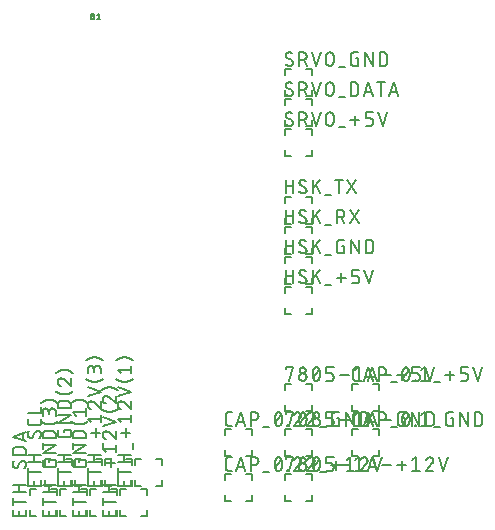
<source format=gbr>
G04 EAGLE Gerber RS-274X export*
G75*
%MOMM*%
%FSLAX34Y34*%
%LPD*%
%INSilkscreen Top*%
%IPPOS*%
%AMOC8*
5,1,8,0,0,1.08239X$1,22.5*%
G01*
%ADD10C,0.152400*%
%ADD11C,0.127000*%


D10*
X640080Y204470D02*
X640080Y209550D01*
X640080Y204470D02*
X635000Y204470D01*
X640080Y222250D02*
X640080Y227330D01*
X635000Y227330D01*
X622300Y227330D02*
X617220Y227330D01*
X617220Y222250D01*
X617220Y209550D02*
X617220Y204470D01*
X622300Y204470D01*
D11*
X617855Y240665D02*
X617855Y241935D01*
X624205Y241935D01*
X621030Y230505D01*
X629285Y236220D02*
X629288Y236445D01*
X629296Y236670D01*
X629309Y236894D01*
X629328Y237118D01*
X629352Y237342D01*
X629381Y237565D01*
X629416Y237787D01*
X629456Y238008D01*
X629502Y238228D01*
X629552Y238447D01*
X629608Y238665D01*
X629669Y238882D01*
X629735Y239097D01*
X629806Y239310D01*
X629883Y239521D01*
X629964Y239731D01*
X630050Y239939D01*
X630141Y240144D01*
X630237Y240347D01*
X630237Y240348D02*
X630269Y240436D01*
X630305Y240523D01*
X630344Y240609D01*
X630387Y240693D01*
X630433Y240775D01*
X630482Y240855D01*
X630534Y240933D01*
X630590Y241009D01*
X630648Y241083D01*
X630710Y241154D01*
X630774Y241223D01*
X630841Y241289D01*
X630910Y241352D01*
X630982Y241413D01*
X631056Y241471D01*
X631133Y241525D01*
X631211Y241577D01*
X631292Y241625D01*
X631374Y241670D01*
X631459Y241712D01*
X631545Y241750D01*
X631632Y241785D01*
X631720Y241817D01*
X631810Y241844D01*
X631901Y241869D01*
X631993Y241889D01*
X632085Y241906D01*
X632179Y241919D01*
X632272Y241928D01*
X632366Y241934D01*
X632460Y241936D01*
X632554Y241934D01*
X632648Y241928D01*
X632741Y241919D01*
X632835Y241906D01*
X632927Y241889D01*
X633019Y241869D01*
X633110Y241844D01*
X633200Y241817D01*
X633288Y241785D01*
X633375Y241750D01*
X633461Y241712D01*
X633546Y241670D01*
X633628Y241625D01*
X633709Y241577D01*
X633787Y241525D01*
X633864Y241471D01*
X633938Y241413D01*
X634010Y241352D01*
X634079Y241289D01*
X634146Y241223D01*
X634210Y241154D01*
X634272Y241083D01*
X634330Y241009D01*
X634386Y240933D01*
X634438Y240855D01*
X634487Y240775D01*
X634533Y240693D01*
X634576Y240609D01*
X634615Y240523D01*
X634651Y240436D01*
X634683Y240348D01*
X634683Y240347D02*
X634779Y240144D01*
X634870Y239939D01*
X634956Y239731D01*
X635037Y239521D01*
X635114Y239310D01*
X635185Y239097D01*
X635251Y238882D01*
X635312Y238665D01*
X635368Y238447D01*
X635418Y238228D01*
X635464Y238008D01*
X635504Y237787D01*
X635539Y237565D01*
X635568Y237342D01*
X635592Y237118D01*
X635611Y236894D01*
X635624Y236670D01*
X635632Y236445D01*
X635635Y236220D01*
X629285Y236220D02*
X629288Y235995D01*
X629296Y235770D01*
X629309Y235546D01*
X629328Y235322D01*
X629352Y235098D01*
X629381Y234875D01*
X629416Y234653D01*
X629456Y234432D01*
X629502Y234212D01*
X629552Y233993D01*
X629608Y233775D01*
X629669Y233558D01*
X629735Y233343D01*
X629806Y233130D01*
X629883Y232919D01*
X629964Y232709D01*
X630050Y232501D01*
X630141Y232296D01*
X630237Y232093D01*
X630269Y232005D01*
X630305Y231918D01*
X630344Y231832D01*
X630387Y231748D01*
X630433Y231666D01*
X630482Y231586D01*
X630534Y231508D01*
X630590Y231432D01*
X630648Y231358D01*
X630710Y231287D01*
X630774Y231218D01*
X630841Y231152D01*
X630910Y231089D01*
X630982Y231028D01*
X631056Y230970D01*
X631133Y230916D01*
X631211Y230864D01*
X631292Y230816D01*
X631374Y230771D01*
X631459Y230729D01*
X631545Y230691D01*
X631632Y230656D01*
X631720Y230624D01*
X631810Y230597D01*
X631901Y230572D01*
X631993Y230552D01*
X632085Y230535D01*
X632179Y230522D01*
X632272Y230513D01*
X632366Y230507D01*
X632460Y230505D01*
X634683Y232093D02*
X634779Y232296D01*
X634870Y232501D01*
X634956Y232709D01*
X635037Y232919D01*
X635114Y233130D01*
X635185Y233343D01*
X635251Y233558D01*
X635312Y233775D01*
X635368Y233993D01*
X635418Y234212D01*
X635464Y234432D01*
X635504Y234653D01*
X635539Y234875D01*
X635568Y235098D01*
X635592Y235322D01*
X635611Y235546D01*
X635624Y235770D01*
X635632Y235995D01*
X635635Y236220D01*
X634683Y232093D02*
X634651Y232005D01*
X634615Y231918D01*
X634576Y231832D01*
X634533Y231748D01*
X634487Y231666D01*
X634438Y231586D01*
X634386Y231508D01*
X634330Y231432D01*
X634272Y231358D01*
X634210Y231287D01*
X634146Y231218D01*
X634079Y231152D01*
X634010Y231089D01*
X633938Y231028D01*
X633864Y230970D01*
X633787Y230916D01*
X633709Y230864D01*
X633628Y230816D01*
X633546Y230771D01*
X633461Y230729D01*
X633375Y230691D01*
X633288Y230656D01*
X633200Y230624D01*
X633110Y230597D01*
X633019Y230572D01*
X632927Y230552D01*
X632835Y230535D01*
X632741Y230522D01*
X632648Y230513D01*
X632554Y230507D01*
X632460Y230505D01*
X629920Y233045D02*
X635000Y239395D01*
X640715Y233680D02*
X640717Y233791D01*
X640723Y233901D01*
X640732Y234012D01*
X640746Y234122D01*
X640763Y234231D01*
X640784Y234340D01*
X640809Y234448D01*
X640838Y234555D01*
X640870Y234661D01*
X640906Y234766D01*
X640946Y234869D01*
X640989Y234971D01*
X641036Y235072D01*
X641087Y235171D01*
X641140Y235268D01*
X641197Y235362D01*
X641258Y235455D01*
X641321Y235546D01*
X641388Y235635D01*
X641458Y235721D01*
X641531Y235804D01*
X641606Y235886D01*
X641684Y235964D01*
X641766Y236039D01*
X641849Y236112D01*
X641935Y236182D01*
X642024Y236249D01*
X642115Y236312D01*
X642208Y236373D01*
X642303Y236430D01*
X642399Y236483D01*
X642498Y236534D01*
X642599Y236581D01*
X642701Y236624D01*
X642804Y236664D01*
X642909Y236700D01*
X643015Y236732D01*
X643122Y236761D01*
X643230Y236786D01*
X643339Y236807D01*
X643448Y236824D01*
X643558Y236838D01*
X643669Y236847D01*
X643779Y236853D01*
X643890Y236855D01*
X644001Y236853D01*
X644111Y236847D01*
X644222Y236838D01*
X644332Y236824D01*
X644441Y236807D01*
X644550Y236786D01*
X644658Y236761D01*
X644765Y236732D01*
X644871Y236700D01*
X644976Y236664D01*
X645079Y236624D01*
X645181Y236581D01*
X645282Y236534D01*
X645381Y236483D01*
X645478Y236430D01*
X645572Y236373D01*
X645665Y236312D01*
X645756Y236249D01*
X645845Y236182D01*
X645931Y236112D01*
X646014Y236039D01*
X646096Y235964D01*
X646174Y235886D01*
X646249Y235804D01*
X646322Y235721D01*
X646392Y235635D01*
X646459Y235546D01*
X646522Y235455D01*
X646583Y235362D01*
X646640Y235268D01*
X646693Y235171D01*
X646744Y235072D01*
X646791Y234971D01*
X646834Y234869D01*
X646874Y234766D01*
X646910Y234661D01*
X646942Y234555D01*
X646971Y234448D01*
X646996Y234340D01*
X647017Y234231D01*
X647034Y234122D01*
X647048Y234012D01*
X647057Y233901D01*
X647063Y233791D01*
X647065Y233680D01*
X647063Y233569D01*
X647057Y233459D01*
X647048Y233348D01*
X647034Y233238D01*
X647017Y233129D01*
X646996Y233020D01*
X646971Y232912D01*
X646942Y232805D01*
X646910Y232699D01*
X646874Y232594D01*
X646834Y232491D01*
X646791Y232389D01*
X646744Y232288D01*
X646693Y232189D01*
X646640Y232092D01*
X646583Y231998D01*
X646522Y231905D01*
X646459Y231814D01*
X646392Y231725D01*
X646322Y231639D01*
X646249Y231556D01*
X646174Y231474D01*
X646096Y231396D01*
X646014Y231321D01*
X645931Y231248D01*
X645845Y231178D01*
X645756Y231111D01*
X645665Y231048D01*
X645572Y230987D01*
X645478Y230930D01*
X645381Y230877D01*
X645282Y230826D01*
X645181Y230779D01*
X645079Y230736D01*
X644976Y230696D01*
X644871Y230660D01*
X644765Y230628D01*
X644658Y230599D01*
X644550Y230574D01*
X644441Y230553D01*
X644332Y230536D01*
X644222Y230522D01*
X644111Y230513D01*
X644001Y230507D01*
X643890Y230505D01*
X643779Y230507D01*
X643669Y230513D01*
X643558Y230522D01*
X643448Y230536D01*
X643339Y230553D01*
X643230Y230574D01*
X643122Y230599D01*
X643015Y230628D01*
X642909Y230660D01*
X642804Y230696D01*
X642701Y230736D01*
X642599Y230779D01*
X642498Y230826D01*
X642399Y230877D01*
X642303Y230930D01*
X642208Y230987D01*
X642115Y231048D01*
X642024Y231111D01*
X641935Y231178D01*
X641849Y231248D01*
X641766Y231321D01*
X641684Y231396D01*
X641606Y231474D01*
X641531Y231556D01*
X641458Y231639D01*
X641388Y231725D01*
X641321Y231814D01*
X641258Y231905D01*
X641197Y231998D01*
X641140Y232093D01*
X641087Y232189D01*
X641036Y232288D01*
X640989Y232389D01*
X640946Y232491D01*
X640906Y232594D01*
X640870Y232699D01*
X640838Y232805D01*
X640809Y232912D01*
X640784Y233020D01*
X640763Y233129D01*
X640746Y233238D01*
X640732Y233348D01*
X640723Y233459D01*
X640717Y233569D01*
X640715Y233680D01*
X641350Y239395D02*
X641352Y239495D01*
X641358Y239594D01*
X641368Y239694D01*
X641381Y239792D01*
X641399Y239891D01*
X641420Y239988D01*
X641445Y240084D01*
X641474Y240180D01*
X641507Y240274D01*
X641543Y240367D01*
X641583Y240458D01*
X641627Y240548D01*
X641674Y240636D01*
X641724Y240722D01*
X641778Y240806D01*
X641835Y240888D01*
X641895Y240967D01*
X641959Y241045D01*
X642025Y241119D01*
X642094Y241191D01*
X642166Y241260D01*
X642240Y241326D01*
X642318Y241390D01*
X642397Y241450D01*
X642479Y241507D01*
X642563Y241561D01*
X642649Y241611D01*
X642737Y241658D01*
X642827Y241702D01*
X642918Y241742D01*
X643011Y241778D01*
X643105Y241811D01*
X643201Y241840D01*
X643297Y241865D01*
X643394Y241886D01*
X643493Y241904D01*
X643591Y241917D01*
X643691Y241927D01*
X643790Y241933D01*
X643890Y241935D01*
X643990Y241933D01*
X644089Y241927D01*
X644189Y241917D01*
X644287Y241904D01*
X644386Y241886D01*
X644483Y241865D01*
X644579Y241840D01*
X644675Y241811D01*
X644769Y241778D01*
X644862Y241742D01*
X644953Y241702D01*
X645043Y241658D01*
X645131Y241611D01*
X645217Y241561D01*
X645301Y241507D01*
X645383Y241450D01*
X645462Y241390D01*
X645540Y241326D01*
X645614Y241260D01*
X645686Y241191D01*
X645755Y241119D01*
X645821Y241045D01*
X645885Y240967D01*
X645945Y240888D01*
X646002Y240806D01*
X646056Y240722D01*
X646106Y240636D01*
X646153Y240548D01*
X646197Y240458D01*
X646237Y240367D01*
X646273Y240274D01*
X646306Y240180D01*
X646335Y240084D01*
X646360Y239988D01*
X646381Y239891D01*
X646399Y239792D01*
X646412Y239694D01*
X646422Y239594D01*
X646428Y239495D01*
X646430Y239395D01*
X646428Y239295D01*
X646422Y239196D01*
X646412Y239096D01*
X646399Y238998D01*
X646381Y238899D01*
X646360Y238802D01*
X646335Y238706D01*
X646306Y238610D01*
X646273Y238516D01*
X646237Y238423D01*
X646197Y238332D01*
X646153Y238242D01*
X646106Y238154D01*
X646056Y238068D01*
X646002Y237984D01*
X645945Y237902D01*
X645885Y237823D01*
X645821Y237745D01*
X645755Y237671D01*
X645686Y237599D01*
X645614Y237530D01*
X645540Y237464D01*
X645462Y237400D01*
X645383Y237340D01*
X645301Y237283D01*
X645217Y237229D01*
X645131Y237179D01*
X645043Y237132D01*
X644953Y237088D01*
X644862Y237048D01*
X644769Y237012D01*
X644675Y236979D01*
X644579Y236950D01*
X644483Y236925D01*
X644386Y236904D01*
X644287Y236886D01*
X644189Y236873D01*
X644089Y236863D01*
X643990Y236857D01*
X643890Y236855D01*
X643790Y236857D01*
X643691Y236863D01*
X643591Y236873D01*
X643493Y236886D01*
X643394Y236904D01*
X643297Y236925D01*
X643201Y236950D01*
X643105Y236979D01*
X643011Y237012D01*
X642918Y237048D01*
X642827Y237088D01*
X642737Y237132D01*
X642649Y237179D01*
X642563Y237229D01*
X642479Y237283D01*
X642397Y237340D01*
X642318Y237400D01*
X642240Y237464D01*
X642166Y237530D01*
X642094Y237599D01*
X642025Y237671D01*
X641959Y237745D01*
X641895Y237823D01*
X641835Y237902D01*
X641778Y237984D01*
X641724Y238068D01*
X641674Y238154D01*
X641627Y238242D01*
X641583Y238332D01*
X641543Y238423D01*
X641507Y238516D01*
X641474Y238610D01*
X641445Y238706D01*
X641420Y238802D01*
X641399Y238899D01*
X641381Y238998D01*
X641368Y239096D01*
X641358Y239196D01*
X641352Y239295D01*
X641350Y239395D01*
X652145Y230505D02*
X655955Y230505D01*
X656055Y230507D01*
X656154Y230513D01*
X656254Y230523D01*
X656352Y230536D01*
X656451Y230554D01*
X656548Y230575D01*
X656644Y230600D01*
X656740Y230629D01*
X656834Y230662D01*
X656927Y230698D01*
X657018Y230738D01*
X657108Y230782D01*
X657196Y230829D01*
X657282Y230879D01*
X657366Y230933D01*
X657448Y230990D01*
X657527Y231050D01*
X657605Y231114D01*
X657679Y231180D01*
X657751Y231249D01*
X657820Y231321D01*
X657886Y231395D01*
X657950Y231473D01*
X658010Y231552D01*
X658067Y231634D01*
X658121Y231718D01*
X658171Y231804D01*
X658218Y231892D01*
X658262Y231982D01*
X658302Y232073D01*
X658338Y232166D01*
X658371Y232260D01*
X658400Y232356D01*
X658425Y232452D01*
X658446Y232549D01*
X658464Y232648D01*
X658477Y232746D01*
X658487Y232846D01*
X658493Y232945D01*
X658495Y233045D01*
X658495Y234315D01*
X658493Y234415D01*
X658487Y234514D01*
X658477Y234614D01*
X658464Y234712D01*
X658446Y234811D01*
X658425Y234908D01*
X658400Y235004D01*
X658371Y235100D01*
X658338Y235194D01*
X658302Y235287D01*
X658262Y235378D01*
X658218Y235468D01*
X658171Y235556D01*
X658121Y235642D01*
X658067Y235726D01*
X658010Y235808D01*
X657950Y235887D01*
X657886Y235965D01*
X657820Y236039D01*
X657751Y236111D01*
X657679Y236180D01*
X657605Y236246D01*
X657527Y236310D01*
X657448Y236370D01*
X657366Y236427D01*
X657282Y236481D01*
X657196Y236531D01*
X657108Y236578D01*
X657018Y236622D01*
X656927Y236662D01*
X656834Y236698D01*
X656740Y236731D01*
X656644Y236760D01*
X656548Y236785D01*
X656451Y236806D01*
X656352Y236824D01*
X656254Y236837D01*
X656154Y236847D01*
X656055Y236853D01*
X655955Y236855D01*
X652145Y236855D01*
X652145Y241935D01*
X658495Y241935D01*
X663702Y234950D02*
X671322Y234950D01*
X676529Y239395D02*
X679704Y241935D01*
X679704Y230505D01*
X676529Y230505D02*
X682879Y230505D01*
X687324Y230505D02*
X691134Y241935D01*
X694944Y230505D01*
X693992Y233363D02*
X688277Y233363D01*
X699516Y234950D02*
X707136Y234950D01*
X717169Y236855D02*
X719074Y236855D01*
X719074Y230505D01*
X715264Y230505D01*
X715164Y230507D01*
X715065Y230513D01*
X714965Y230523D01*
X714867Y230536D01*
X714768Y230554D01*
X714671Y230575D01*
X714575Y230600D01*
X714479Y230629D01*
X714385Y230662D01*
X714292Y230698D01*
X714201Y230738D01*
X714111Y230782D01*
X714023Y230829D01*
X713937Y230879D01*
X713853Y230933D01*
X713771Y230990D01*
X713692Y231050D01*
X713614Y231114D01*
X713540Y231180D01*
X713468Y231249D01*
X713399Y231321D01*
X713333Y231395D01*
X713269Y231473D01*
X713209Y231552D01*
X713152Y231634D01*
X713098Y231718D01*
X713048Y231804D01*
X713001Y231892D01*
X712957Y231982D01*
X712917Y232073D01*
X712881Y232166D01*
X712848Y232260D01*
X712819Y232356D01*
X712794Y232452D01*
X712773Y232549D01*
X712755Y232648D01*
X712742Y232746D01*
X712732Y232846D01*
X712726Y232945D01*
X712724Y233045D01*
X712724Y239395D01*
X712726Y239495D01*
X712732Y239594D01*
X712742Y239694D01*
X712755Y239792D01*
X712773Y239891D01*
X712794Y239988D01*
X712819Y240084D01*
X712848Y240180D01*
X712881Y240274D01*
X712917Y240367D01*
X712957Y240458D01*
X713001Y240548D01*
X713048Y240636D01*
X713098Y240722D01*
X713152Y240806D01*
X713209Y240888D01*
X713269Y240967D01*
X713333Y241045D01*
X713399Y241119D01*
X713468Y241191D01*
X713540Y241260D01*
X713614Y241326D01*
X713692Y241390D01*
X713771Y241450D01*
X713853Y241507D01*
X713937Y241561D01*
X714023Y241611D01*
X714111Y241658D01*
X714201Y241702D01*
X714292Y241742D01*
X714385Y241778D01*
X714479Y241811D01*
X714575Y241840D01*
X714671Y241865D01*
X714768Y241886D01*
X714867Y241904D01*
X714965Y241917D01*
X715065Y241927D01*
X715164Y241933D01*
X715264Y241935D01*
X719074Y241935D01*
X724916Y241935D02*
X724916Y230505D01*
X731266Y230505D02*
X724916Y241935D01*
X731266Y241935D02*
X731266Y230505D01*
X737108Y230505D02*
X737108Y241935D01*
X740283Y241935D01*
X740394Y241933D01*
X740504Y241927D01*
X740615Y241918D01*
X740725Y241904D01*
X740834Y241887D01*
X740943Y241866D01*
X741051Y241841D01*
X741158Y241812D01*
X741264Y241780D01*
X741369Y241744D01*
X741472Y241704D01*
X741574Y241661D01*
X741675Y241614D01*
X741774Y241563D01*
X741871Y241510D01*
X741965Y241453D01*
X742058Y241392D01*
X742149Y241329D01*
X742238Y241262D01*
X742324Y241192D01*
X742407Y241119D01*
X742489Y241044D01*
X742567Y240966D01*
X742642Y240884D01*
X742715Y240801D01*
X742785Y240715D01*
X742852Y240626D01*
X742915Y240535D01*
X742976Y240442D01*
X743033Y240348D01*
X743086Y240251D01*
X743137Y240152D01*
X743184Y240051D01*
X743227Y239949D01*
X743267Y239846D01*
X743303Y239741D01*
X743335Y239635D01*
X743364Y239528D01*
X743389Y239420D01*
X743410Y239311D01*
X743427Y239202D01*
X743441Y239092D01*
X743450Y238981D01*
X743456Y238871D01*
X743458Y238760D01*
X743458Y233680D01*
X743456Y233569D01*
X743450Y233459D01*
X743441Y233348D01*
X743427Y233238D01*
X743410Y233129D01*
X743389Y233020D01*
X743364Y232912D01*
X743335Y232805D01*
X743303Y232699D01*
X743267Y232594D01*
X743227Y232491D01*
X743184Y232389D01*
X743137Y232288D01*
X743086Y232189D01*
X743033Y232092D01*
X742976Y231998D01*
X742915Y231905D01*
X742852Y231814D01*
X742785Y231725D01*
X742715Y231639D01*
X742642Y231556D01*
X742567Y231474D01*
X742489Y231396D01*
X742407Y231321D01*
X742324Y231248D01*
X742238Y231178D01*
X742149Y231111D01*
X742058Y231048D01*
X741965Y230987D01*
X741871Y230930D01*
X741774Y230877D01*
X741675Y230826D01*
X741574Y230779D01*
X741472Y230736D01*
X741369Y230696D01*
X741264Y230660D01*
X741158Y230628D01*
X741051Y230599D01*
X740943Y230574D01*
X740834Y230553D01*
X740725Y230536D01*
X740615Y230522D01*
X740504Y230513D01*
X740394Y230507D01*
X740283Y230505D01*
X737108Y230505D01*
D10*
X640080Y171450D02*
X640080Y166370D01*
X635000Y166370D01*
X640080Y184150D02*
X640080Y189230D01*
X635000Y189230D01*
X622300Y189230D02*
X617220Y189230D01*
X617220Y184150D01*
X617220Y171450D02*
X617220Y166370D01*
X622300Y166370D01*
D11*
X617855Y202565D02*
X617855Y203835D01*
X624205Y203835D01*
X621030Y192405D01*
X629285Y195580D02*
X629287Y195691D01*
X629293Y195801D01*
X629302Y195912D01*
X629316Y196022D01*
X629333Y196131D01*
X629354Y196240D01*
X629379Y196348D01*
X629408Y196455D01*
X629440Y196561D01*
X629476Y196666D01*
X629516Y196769D01*
X629559Y196871D01*
X629606Y196972D01*
X629657Y197071D01*
X629710Y197168D01*
X629767Y197262D01*
X629828Y197355D01*
X629891Y197446D01*
X629958Y197535D01*
X630028Y197621D01*
X630101Y197704D01*
X630176Y197786D01*
X630254Y197864D01*
X630336Y197939D01*
X630419Y198012D01*
X630505Y198082D01*
X630594Y198149D01*
X630685Y198212D01*
X630778Y198273D01*
X630873Y198330D01*
X630969Y198383D01*
X631068Y198434D01*
X631169Y198481D01*
X631271Y198524D01*
X631374Y198564D01*
X631479Y198600D01*
X631585Y198632D01*
X631692Y198661D01*
X631800Y198686D01*
X631909Y198707D01*
X632018Y198724D01*
X632128Y198738D01*
X632239Y198747D01*
X632349Y198753D01*
X632460Y198755D01*
X632571Y198753D01*
X632681Y198747D01*
X632792Y198738D01*
X632902Y198724D01*
X633011Y198707D01*
X633120Y198686D01*
X633228Y198661D01*
X633335Y198632D01*
X633441Y198600D01*
X633546Y198564D01*
X633649Y198524D01*
X633751Y198481D01*
X633852Y198434D01*
X633951Y198383D01*
X634048Y198330D01*
X634142Y198273D01*
X634235Y198212D01*
X634326Y198149D01*
X634415Y198082D01*
X634501Y198012D01*
X634584Y197939D01*
X634666Y197864D01*
X634744Y197786D01*
X634819Y197704D01*
X634892Y197621D01*
X634962Y197535D01*
X635029Y197446D01*
X635092Y197355D01*
X635153Y197262D01*
X635210Y197168D01*
X635263Y197071D01*
X635314Y196972D01*
X635361Y196871D01*
X635404Y196769D01*
X635444Y196666D01*
X635480Y196561D01*
X635512Y196455D01*
X635541Y196348D01*
X635566Y196240D01*
X635587Y196131D01*
X635604Y196022D01*
X635618Y195912D01*
X635627Y195801D01*
X635633Y195691D01*
X635635Y195580D01*
X635633Y195469D01*
X635627Y195359D01*
X635618Y195248D01*
X635604Y195138D01*
X635587Y195029D01*
X635566Y194920D01*
X635541Y194812D01*
X635512Y194705D01*
X635480Y194599D01*
X635444Y194494D01*
X635404Y194391D01*
X635361Y194289D01*
X635314Y194188D01*
X635263Y194089D01*
X635210Y193992D01*
X635153Y193898D01*
X635092Y193805D01*
X635029Y193714D01*
X634962Y193625D01*
X634892Y193539D01*
X634819Y193456D01*
X634744Y193374D01*
X634666Y193296D01*
X634584Y193221D01*
X634501Y193148D01*
X634415Y193078D01*
X634326Y193011D01*
X634235Y192948D01*
X634142Y192887D01*
X634048Y192830D01*
X633951Y192777D01*
X633852Y192726D01*
X633751Y192679D01*
X633649Y192636D01*
X633546Y192596D01*
X633441Y192560D01*
X633335Y192528D01*
X633228Y192499D01*
X633120Y192474D01*
X633011Y192453D01*
X632902Y192436D01*
X632792Y192422D01*
X632681Y192413D01*
X632571Y192407D01*
X632460Y192405D01*
X632349Y192407D01*
X632239Y192413D01*
X632128Y192422D01*
X632018Y192436D01*
X631909Y192453D01*
X631800Y192474D01*
X631692Y192499D01*
X631585Y192528D01*
X631479Y192560D01*
X631374Y192596D01*
X631271Y192636D01*
X631169Y192679D01*
X631068Y192726D01*
X630969Y192777D01*
X630873Y192830D01*
X630778Y192887D01*
X630685Y192948D01*
X630594Y193011D01*
X630505Y193078D01*
X630419Y193148D01*
X630336Y193221D01*
X630254Y193296D01*
X630176Y193374D01*
X630101Y193456D01*
X630028Y193539D01*
X629958Y193625D01*
X629891Y193714D01*
X629828Y193805D01*
X629767Y193898D01*
X629710Y193993D01*
X629657Y194089D01*
X629606Y194188D01*
X629559Y194289D01*
X629516Y194391D01*
X629476Y194494D01*
X629440Y194599D01*
X629408Y194705D01*
X629379Y194812D01*
X629354Y194920D01*
X629333Y195029D01*
X629316Y195138D01*
X629302Y195248D01*
X629293Y195359D01*
X629287Y195469D01*
X629285Y195580D01*
X629920Y201295D02*
X629922Y201395D01*
X629928Y201494D01*
X629938Y201594D01*
X629951Y201692D01*
X629969Y201791D01*
X629990Y201888D01*
X630015Y201984D01*
X630044Y202080D01*
X630077Y202174D01*
X630113Y202267D01*
X630153Y202358D01*
X630197Y202448D01*
X630244Y202536D01*
X630294Y202622D01*
X630348Y202706D01*
X630405Y202788D01*
X630465Y202867D01*
X630529Y202945D01*
X630595Y203019D01*
X630664Y203091D01*
X630736Y203160D01*
X630810Y203226D01*
X630888Y203290D01*
X630967Y203350D01*
X631049Y203407D01*
X631133Y203461D01*
X631219Y203511D01*
X631307Y203558D01*
X631397Y203602D01*
X631488Y203642D01*
X631581Y203678D01*
X631675Y203711D01*
X631771Y203740D01*
X631867Y203765D01*
X631964Y203786D01*
X632063Y203804D01*
X632161Y203817D01*
X632261Y203827D01*
X632360Y203833D01*
X632460Y203835D01*
X632560Y203833D01*
X632659Y203827D01*
X632759Y203817D01*
X632857Y203804D01*
X632956Y203786D01*
X633053Y203765D01*
X633149Y203740D01*
X633245Y203711D01*
X633339Y203678D01*
X633432Y203642D01*
X633523Y203602D01*
X633613Y203558D01*
X633701Y203511D01*
X633787Y203461D01*
X633871Y203407D01*
X633953Y203350D01*
X634032Y203290D01*
X634110Y203226D01*
X634184Y203160D01*
X634256Y203091D01*
X634325Y203019D01*
X634391Y202945D01*
X634455Y202867D01*
X634515Y202788D01*
X634572Y202706D01*
X634626Y202622D01*
X634676Y202536D01*
X634723Y202448D01*
X634767Y202358D01*
X634807Y202267D01*
X634843Y202174D01*
X634876Y202080D01*
X634905Y201984D01*
X634930Y201888D01*
X634951Y201791D01*
X634969Y201692D01*
X634982Y201594D01*
X634992Y201494D01*
X634998Y201395D01*
X635000Y201295D01*
X634998Y201195D01*
X634992Y201096D01*
X634982Y200996D01*
X634969Y200898D01*
X634951Y200799D01*
X634930Y200702D01*
X634905Y200606D01*
X634876Y200510D01*
X634843Y200416D01*
X634807Y200323D01*
X634767Y200232D01*
X634723Y200142D01*
X634676Y200054D01*
X634626Y199968D01*
X634572Y199884D01*
X634515Y199802D01*
X634455Y199723D01*
X634391Y199645D01*
X634325Y199571D01*
X634256Y199499D01*
X634184Y199430D01*
X634110Y199364D01*
X634032Y199300D01*
X633953Y199240D01*
X633871Y199183D01*
X633787Y199129D01*
X633701Y199079D01*
X633613Y199032D01*
X633523Y198988D01*
X633432Y198948D01*
X633339Y198912D01*
X633245Y198879D01*
X633149Y198850D01*
X633053Y198825D01*
X632956Y198804D01*
X632857Y198786D01*
X632759Y198773D01*
X632659Y198763D01*
X632560Y198757D01*
X632460Y198755D01*
X632360Y198757D01*
X632261Y198763D01*
X632161Y198773D01*
X632063Y198786D01*
X631964Y198804D01*
X631867Y198825D01*
X631771Y198850D01*
X631675Y198879D01*
X631581Y198912D01*
X631488Y198948D01*
X631397Y198988D01*
X631307Y199032D01*
X631219Y199079D01*
X631133Y199129D01*
X631049Y199183D01*
X630967Y199240D01*
X630888Y199300D01*
X630810Y199364D01*
X630736Y199430D01*
X630664Y199499D01*
X630595Y199571D01*
X630529Y199645D01*
X630465Y199723D01*
X630405Y199802D01*
X630348Y199884D01*
X630294Y199968D01*
X630244Y200054D01*
X630197Y200142D01*
X630153Y200232D01*
X630113Y200323D01*
X630077Y200416D01*
X630044Y200510D01*
X630015Y200606D01*
X629990Y200702D01*
X629969Y200799D01*
X629951Y200898D01*
X629938Y200996D01*
X629928Y201096D01*
X629922Y201195D01*
X629920Y201295D01*
X640715Y198120D02*
X640718Y198345D01*
X640726Y198570D01*
X640739Y198794D01*
X640758Y199018D01*
X640782Y199242D01*
X640811Y199465D01*
X640846Y199687D01*
X640886Y199908D01*
X640932Y200128D01*
X640982Y200347D01*
X641038Y200565D01*
X641099Y200782D01*
X641165Y200997D01*
X641236Y201210D01*
X641313Y201421D01*
X641394Y201631D01*
X641480Y201839D01*
X641571Y202044D01*
X641667Y202247D01*
X641667Y202248D02*
X641699Y202336D01*
X641735Y202423D01*
X641774Y202509D01*
X641817Y202593D01*
X641863Y202675D01*
X641912Y202755D01*
X641964Y202833D01*
X642020Y202909D01*
X642078Y202983D01*
X642140Y203054D01*
X642204Y203123D01*
X642271Y203189D01*
X642340Y203252D01*
X642412Y203313D01*
X642486Y203371D01*
X642563Y203425D01*
X642641Y203477D01*
X642722Y203525D01*
X642804Y203570D01*
X642889Y203612D01*
X642975Y203650D01*
X643062Y203685D01*
X643150Y203717D01*
X643240Y203744D01*
X643331Y203769D01*
X643423Y203789D01*
X643515Y203806D01*
X643609Y203819D01*
X643702Y203828D01*
X643796Y203834D01*
X643890Y203836D01*
X643984Y203834D01*
X644078Y203828D01*
X644171Y203819D01*
X644265Y203806D01*
X644357Y203789D01*
X644449Y203769D01*
X644540Y203744D01*
X644630Y203717D01*
X644718Y203685D01*
X644805Y203650D01*
X644891Y203612D01*
X644976Y203570D01*
X645058Y203525D01*
X645139Y203477D01*
X645217Y203425D01*
X645294Y203371D01*
X645368Y203313D01*
X645440Y203252D01*
X645509Y203189D01*
X645576Y203123D01*
X645640Y203054D01*
X645702Y202983D01*
X645760Y202909D01*
X645816Y202833D01*
X645868Y202755D01*
X645917Y202675D01*
X645963Y202593D01*
X646006Y202509D01*
X646045Y202423D01*
X646081Y202336D01*
X646113Y202248D01*
X646113Y202247D02*
X646209Y202044D01*
X646300Y201839D01*
X646386Y201631D01*
X646467Y201421D01*
X646544Y201210D01*
X646615Y200997D01*
X646681Y200782D01*
X646742Y200565D01*
X646798Y200347D01*
X646848Y200128D01*
X646894Y199908D01*
X646934Y199687D01*
X646969Y199465D01*
X646998Y199242D01*
X647022Y199018D01*
X647041Y198794D01*
X647054Y198570D01*
X647062Y198345D01*
X647065Y198120D01*
X640715Y198120D02*
X640718Y197895D01*
X640726Y197670D01*
X640739Y197446D01*
X640758Y197222D01*
X640782Y196998D01*
X640811Y196775D01*
X640846Y196553D01*
X640886Y196332D01*
X640932Y196112D01*
X640982Y195893D01*
X641038Y195675D01*
X641099Y195458D01*
X641165Y195243D01*
X641236Y195030D01*
X641313Y194819D01*
X641394Y194609D01*
X641480Y194401D01*
X641571Y194196D01*
X641667Y193993D01*
X641699Y193905D01*
X641735Y193818D01*
X641774Y193732D01*
X641817Y193648D01*
X641863Y193566D01*
X641912Y193486D01*
X641964Y193408D01*
X642020Y193332D01*
X642078Y193258D01*
X642140Y193187D01*
X642204Y193118D01*
X642271Y193052D01*
X642340Y192989D01*
X642412Y192928D01*
X642486Y192870D01*
X642563Y192816D01*
X642641Y192764D01*
X642722Y192716D01*
X642804Y192671D01*
X642889Y192629D01*
X642975Y192591D01*
X643062Y192556D01*
X643150Y192524D01*
X643240Y192497D01*
X643331Y192472D01*
X643423Y192452D01*
X643515Y192435D01*
X643609Y192422D01*
X643702Y192413D01*
X643796Y192407D01*
X643890Y192405D01*
X646113Y193993D02*
X646209Y194196D01*
X646300Y194401D01*
X646386Y194609D01*
X646467Y194819D01*
X646544Y195030D01*
X646615Y195243D01*
X646681Y195458D01*
X646742Y195675D01*
X646798Y195893D01*
X646848Y196112D01*
X646894Y196332D01*
X646934Y196553D01*
X646969Y196775D01*
X646998Y196998D01*
X647022Y197222D01*
X647041Y197446D01*
X647054Y197670D01*
X647062Y197895D01*
X647065Y198120D01*
X646113Y193993D02*
X646081Y193905D01*
X646045Y193818D01*
X646006Y193732D01*
X645963Y193648D01*
X645917Y193566D01*
X645868Y193486D01*
X645816Y193408D01*
X645760Y193332D01*
X645702Y193258D01*
X645640Y193187D01*
X645576Y193118D01*
X645509Y193052D01*
X645440Y192989D01*
X645368Y192928D01*
X645294Y192870D01*
X645217Y192816D01*
X645139Y192764D01*
X645058Y192716D01*
X644976Y192671D01*
X644891Y192629D01*
X644805Y192591D01*
X644718Y192556D01*
X644630Y192524D01*
X644540Y192497D01*
X644449Y192472D01*
X644357Y192452D01*
X644265Y192435D01*
X644171Y192422D01*
X644078Y192413D01*
X643984Y192407D01*
X643890Y192405D01*
X641350Y194945D02*
X646430Y201295D01*
X652145Y192405D02*
X655955Y192405D01*
X656055Y192407D01*
X656154Y192413D01*
X656254Y192423D01*
X656352Y192436D01*
X656451Y192454D01*
X656548Y192475D01*
X656644Y192500D01*
X656740Y192529D01*
X656834Y192562D01*
X656927Y192598D01*
X657018Y192638D01*
X657108Y192682D01*
X657196Y192729D01*
X657282Y192779D01*
X657366Y192833D01*
X657448Y192890D01*
X657527Y192950D01*
X657605Y193014D01*
X657679Y193080D01*
X657751Y193149D01*
X657820Y193221D01*
X657886Y193295D01*
X657950Y193373D01*
X658010Y193452D01*
X658067Y193534D01*
X658121Y193618D01*
X658171Y193704D01*
X658218Y193792D01*
X658262Y193882D01*
X658302Y193973D01*
X658338Y194066D01*
X658371Y194160D01*
X658400Y194256D01*
X658425Y194352D01*
X658446Y194449D01*
X658464Y194548D01*
X658477Y194646D01*
X658487Y194746D01*
X658493Y194845D01*
X658495Y194945D01*
X658495Y196215D01*
X658493Y196315D01*
X658487Y196414D01*
X658477Y196514D01*
X658464Y196612D01*
X658446Y196711D01*
X658425Y196808D01*
X658400Y196904D01*
X658371Y197000D01*
X658338Y197094D01*
X658302Y197187D01*
X658262Y197278D01*
X658218Y197368D01*
X658171Y197456D01*
X658121Y197542D01*
X658067Y197626D01*
X658010Y197708D01*
X657950Y197787D01*
X657886Y197865D01*
X657820Y197939D01*
X657751Y198011D01*
X657679Y198080D01*
X657605Y198146D01*
X657527Y198210D01*
X657448Y198270D01*
X657366Y198327D01*
X657282Y198381D01*
X657196Y198431D01*
X657108Y198478D01*
X657018Y198522D01*
X656927Y198562D01*
X656834Y198598D01*
X656740Y198631D01*
X656644Y198660D01*
X656548Y198685D01*
X656451Y198706D01*
X656352Y198724D01*
X656254Y198737D01*
X656154Y198747D01*
X656055Y198753D01*
X655955Y198755D01*
X652145Y198755D01*
X652145Y203835D01*
X658495Y203835D01*
X663702Y196850D02*
X671322Y196850D01*
X676529Y201295D02*
X679704Y203835D01*
X679704Y192405D01*
X676529Y192405D02*
X682879Y192405D01*
X687324Y192405D02*
X691134Y203835D01*
X694944Y192405D01*
X693992Y195263D02*
X688277Y195263D01*
X699516Y196850D02*
X707136Y196850D01*
X712470Y196850D02*
X720090Y196850D01*
X716280Y193040D02*
X716280Y200660D01*
X725297Y201295D02*
X728472Y203835D01*
X728472Y192405D01*
X725297Y192405D02*
X731647Y192405D01*
X743078Y200978D02*
X743076Y201082D01*
X743070Y201187D01*
X743061Y201291D01*
X743048Y201394D01*
X743030Y201497D01*
X743010Y201599D01*
X742985Y201701D01*
X742957Y201801D01*
X742925Y201901D01*
X742889Y201999D01*
X742850Y202096D01*
X742808Y202191D01*
X742762Y202285D01*
X742712Y202377D01*
X742660Y202467D01*
X742604Y202555D01*
X742544Y202641D01*
X742482Y202725D01*
X742417Y202806D01*
X742349Y202885D01*
X742277Y202962D01*
X742204Y203035D01*
X742127Y203107D01*
X742048Y203175D01*
X741967Y203240D01*
X741883Y203302D01*
X741797Y203362D01*
X741709Y203418D01*
X741619Y203470D01*
X741527Y203520D01*
X741433Y203566D01*
X741338Y203608D01*
X741241Y203647D01*
X741143Y203683D01*
X741043Y203715D01*
X740943Y203743D01*
X740841Y203768D01*
X740739Y203788D01*
X740636Y203806D01*
X740533Y203819D01*
X740429Y203828D01*
X740324Y203834D01*
X740220Y203836D01*
X740220Y203835D02*
X740102Y203833D01*
X739983Y203827D01*
X739865Y203818D01*
X739748Y203805D01*
X739631Y203787D01*
X739514Y203767D01*
X739398Y203742D01*
X739283Y203714D01*
X739170Y203681D01*
X739057Y203646D01*
X738945Y203606D01*
X738835Y203564D01*
X738726Y203517D01*
X738618Y203467D01*
X738513Y203414D01*
X738409Y203357D01*
X738307Y203297D01*
X738207Y203234D01*
X738109Y203167D01*
X738013Y203098D01*
X737920Y203025D01*
X737829Y202949D01*
X737740Y202871D01*
X737654Y202789D01*
X737571Y202705D01*
X737490Y202619D01*
X737413Y202529D01*
X737338Y202438D01*
X737266Y202344D01*
X737197Y202247D01*
X737132Y202149D01*
X737069Y202048D01*
X737010Y201945D01*
X736954Y201841D01*
X736902Y201735D01*
X736853Y201627D01*
X736808Y201518D01*
X736766Y201407D01*
X736728Y201295D01*
X742125Y198756D02*
X742201Y198831D01*
X742276Y198910D01*
X742347Y198991D01*
X742416Y199075D01*
X742481Y199161D01*
X742543Y199249D01*
X742603Y199339D01*
X742659Y199431D01*
X742712Y199526D01*
X742761Y199622D01*
X742807Y199720D01*
X742850Y199819D01*
X742889Y199920D01*
X742924Y200022D01*
X742956Y200125D01*
X742984Y200229D01*
X743009Y200334D01*
X743030Y200441D01*
X743047Y200547D01*
X743060Y200654D01*
X743069Y200762D01*
X743075Y200870D01*
X743077Y200978D01*
X742125Y198755D02*
X736727Y192405D01*
X743077Y192405D01*
X751332Y192405D02*
X747522Y203835D01*
X755142Y203835D02*
X751332Y192405D01*
D10*
X640080Y242570D02*
X640080Y247650D01*
X640080Y242570D02*
X635000Y242570D01*
X640080Y260350D02*
X640080Y265430D01*
X635000Y265430D01*
X622300Y265430D02*
X617220Y265430D01*
X617220Y260350D01*
X617220Y247650D02*
X617220Y242570D01*
X622300Y242570D01*
D11*
X617855Y278765D02*
X617855Y280035D01*
X624205Y280035D01*
X621030Y268605D01*
X629285Y271780D02*
X629287Y271891D01*
X629293Y272001D01*
X629302Y272112D01*
X629316Y272222D01*
X629333Y272331D01*
X629354Y272440D01*
X629379Y272548D01*
X629408Y272655D01*
X629440Y272761D01*
X629476Y272866D01*
X629516Y272969D01*
X629559Y273071D01*
X629606Y273172D01*
X629657Y273271D01*
X629710Y273368D01*
X629767Y273462D01*
X629828Y273555D01*
X629891Y273646D01*
X629958Y273735D01*
X630028Y273821D01*
X630101Y273904D01*
X630176Y273986D01*
X630254Y274064D01*
X630336Y274139D01*
X630419Y274212D01*
X630505Y274282D01*
X630594Y274349D01*
X630685Y274412D01*
X630778Y274473D01*
X630873Y274530D01*
X630969Y274583D01*
X631068Y274634D01*
X631169Y274681D01*
X631271Y274724D01*
X631374Y274764D01*
X631479Y274800D01*
X631585Y274832D01*
X631692Y274861D01*
X631800Y274886D01*
X631909Y274907D01*
X632018Y274924D01*
X632128Y274938D01*
X632239Y274947D01*
X632349Y274953D01*
X632460Y274955D01*
X632571Y274953D01*
X632681Y274947D01*
X632792Y274938D01*
X632902Y274924D01*
X633011Y274907D01*
X633120Y274886D01*
X633228Y274861D01*
X633335Y274832D01*
X633441Y274800D01*
X633546Y274764D01*
X633649Y274724D01*
X633751Y274681D01*
X633852Y274634D01*
X633951Y274583D01*
X634048Y274530D01*
X634142Y274473D01*
X634235Y274412D01*
X634326Y274349D01*
X634415Y274282D01*
X634501Y274212D01*
X634584Y274139D01*
X634666Y274064D01*
X634744Y273986D01*
X634819Y273904D01*
X634892Y273821D01*
X634962Y273735D01*
X635029Y273646D01*
X635092Y273555D01*
X635153Y273462D01*
X635210Y273368D01*
X635263Y273271D01*
X635314Y273172D01*
X635361Y273071D01*
X635404Y272969D01*
X635444Y272866D01*
X635480Y272761D01*
X635512Y272655D01*
X635541Y272548D01*
X635566Y272440D01*
X635587Y272331D01*
X635604Y272222D01*
X635618Y272112D01*
X635627Y272001D01*
X635633Y271891D01*
X635635Y271780D01*
X635633Y271669D01*
X635627Y271559D01*
X635618Y271448D01*
X635604Y271338D01*
X635587Y271229D01*
X635566Y271120D01*
X635541Y271012D01*
X635512Y270905D01*
X635480Y270799D01*
X635444Y270694D01*
X635404Y270591D01*
X635361Y270489D01*
X635314Y270388D01*
X635263Y270289D01*
X635210Y270192D01*
X635153Y270098D01*
X635092Y270005D01*
X635029Y269914D01*
X634962Y269825D01*
X634892Y269739D01*
X634819Y269656D01*
X634744Y269574D01*
X634666Y269496D01*
X634584Y269421D01*
X634501Y269348D01*
X634415Y269278D01*
X634326Y269211D01*
X634235Y269148D01*
X634142Y269087D01*
X634048Y269030D01*
X633951Y268977D01*
X633852Y268926D01*
X633751Y268879D01*
X633649Y268836D01*
X633546Y268796D01*
X633441Y268760D01*
X633335Y268728D01*
X633228Y268699D01*
X633120Y268674D01*
X633011Y268653D01*
X632902Y268636D01*
X632792Y268622D01*
X632681Y268613D01*
X632571Y268607D01*
X632460Y268605D01*
X632349Y268607D01*
X632239Y268613D01*
X632128Y268622D01*
X632018Y268636D01*
X631909Y268653D01*
X631800Y268674D01*
X631692Y268699D01*
X631585Y268728D01*
X631479Y268760D01*
X631374Y268796D01*
X631271Y268836D01*
X631169Y268879D01*
X631068Y268926D01*
X630969Y268977D01*
X630873Y269030D01*
X630778Y269087D01*
X630685Y269148D01*
X630594Y269211D01*
X630505Y269278D01*
X630419Y269348D01*
X630336Y269421D01*
X630254Y269496D01*
X630176Y269574D01*
X630101Y269656D01*
X630028Y269739D01*
X629958Y269825D01*
X629891Y269914D01*
X629828Y270005D01*
X629767Y270098D01*
X629710Y270193D01*
X629657Y270289D01*
X629606Y270388D01*
X629559Y270489D01*
X629516Y270591D01*
X629476Y270694D01*
X629440Y270799D01*
X629408Y270905D01*
X629379Y271012D01*
X629354Y271120D01*
X629333Y271229D01*
X629316Y271338D01*
X629302Y271448D01*
X629293Y271559D01*
X629287Y271669D01*
X629285Y271780D01*
X629920Y277495D02*
X629922Y277595D01*
X629928Y277694D01*
X629938Y277794D01*
X629951Y277892D01*
X629969Y277991D01*
X629990Y278088D01*
X630015Y278184D01*
X630044Y278280D01*
X630077Y278374D01*
X630113Y278467D01*
X630153Y278558D01*
X630197Y278648D01*
X630244Y278736D01*
X630294Y278822D01*
X630348Y278906D01*
X630405Y278988D01*
X630465Y279067D01*
X630529Y279145D01*
X630595Y279219D01*
X630664Y279291D01*
X630736Y279360D01*
X630810Y279426D01*
X630888Y279490D01*
X630967Y279550D01*
X631049Y279607D01*
X631133Y279661D01*
X631219Y279711D01*
X631307Y279758D01*
X631397Y279802D01*
X631488Y279842D01*
X631581Y279878D01*
X631675Y279911D01*
X631771Y279940D01*
X631867Y279965D01*
X631964Y279986D01*
X632063Y280004D01*
X632161Y280017D01*
X632261Y280027D01*
X632360Y280033D01*
X632460Y280035D01*
X632560Y280033D01*
X632659Y280027D01*
X632759Y280017D01*
X632857Y280004D01*
X632956Y279986D01*
X633053Y279965D01*
X633149Y279940D01*
X633245Y279911D01*
X633339Y279878D01*
X633432Y279842D01*
X633523Y279802D01*
X633613Y279758D01*
X633701Y279711D01*
X633787Y279661D01*
X633871Y279607D01*
X633953Y279550D01*
X634032Y279490D01*
X634110Y279426D01*
X634184Y279360D01*
X634256Y279291D01*
X634325Y279219D01*
X634391Y279145D01*
X634455Y279067D01*
X634515Y278988D01*
X634572Y278906D01*
X634626Y278822D01*
X634676Y278736D01*
X634723Y278648D01*
X634767Y278558D01*
X634807Y278467D01*
X634843Y278374D01*
X634876Y278280D01*
X634905Y278184D01*
X634930Y278088D01*
X634951Y277991D01*
X634969Y277892D01*
X634982Y277794D01*
X634992Y277694D01*
X634998Y277595D01*
X635000Y277495D01*
X634998Y277395D01*
X634992Y277296D01*
X634982Y277196D01*
X634969Y277098D01*
X634951Y276999D01*
X634930Y276902D01*
X634905Y276806D01*
X634876Y276710D01*
X634843Y276616D01*
X634807Y276523D01*
X634767Y276432D01*
X634723Y276342D01*
X634676Y276254D01*
X634626Y276168D01*
X634572Y276084D01*
X634515Y276002D01*
X634455Y275923D01*
X634391Y275845D01*
X634325Y275771D01*
X634256Y275699D01*
X634184Y275630D01*
X634110Y275564D01*
X634032Y275500D01*
X633953Y275440D01*
X633871Y275383D01*
X633787Y275329D01*
X633701Y275279D01*
X633613Y275232D01*
X633523Y275188D01*
X633432Y275148D01*
X633339Y275112D01*
X633245Y275079D01*
X633149Y275050D01*
X633053Y275025D01*
X632956Y275004D01*
X632857Y274986D01*
X632759Y274973D01*
X632659Y274963D01*
X632560Y274957D01*
X632460Y274955D01*
X632360Y274957D01*
X632261Y274963D01*
X632161Y274973D01*
X632063Y274986D01*
X631964Y275004D01*
X631867Y275025D01*
X631771Y275050D01*
X631675Y275079D01*
X631581Y275112D01*
X631488Y275148D01*
X631397Y275188D01*
X631307Y275232D01*
X631219Y275279D01*
X631133Y275329D01*
X631049Y275383D01*
X630967Y275440D01*
X630888Y275500D01*
X630810Y275564D01*
X630736Y275630D01*
X630664Y275699D01*
X630595Y275771D01*
X630529Y275845D01*
X630465Y275923D01*
X630405Y276002D01*
X630348Y276084D01*
X630294Y276168D01*
X630244Y276254D01*
X630197Y276342D01*
X630153Y276432D01*
X630113Y276523D01*
X630077Y276616D01*
X630044Y276710D01*
X630015Y276806D01*
X629990Y276902D01*
X629969Y276999D01*
X629951Y277098D01*
X629938Y277196D01*
X629928Y277296D01*
X629922Y277395D01*
X629920Y277495D01*
X640715Y274320D02*
X640718Y274545D01*
X640726Y274770D01*
X640739Y274994D01*
X640758Y275218D01*
X640782Y275442D01*
X640811Y275665D01*
X640846Y275887D01*
X640886Y276108D01*
X640932Y276328D01*
X640982Y276547D01*
X641038Y276765D01*
X641099Y276982D01*
X641165Y277197D01*
X641236Y277410D01*
X641313Y277621D01*
X641394Y277831D01*
X641480Y278039D01*
X641571Y278244D01*
X641667Y278447D01*
X641667Y278448D02*
X641699Y278536D01*
X641735Y278623D01*
X641774Y278709D01*
X641817Y278793D01*
X641863Y278875D01*
X641912Y278955D01*
X641964Y279033D01*
X642020Y279109D01*
X642078Y279183D01*
X642140Y279254D01*
X642204Y279323D01*
X642271Y279389D01*
X642340Y279452D01*
X642412Y279513D01*
X642486Y279571D01*
X642563Y279625D01*
X642641Y279677D01*
X642722Y279725D01*
X642804Y279770D01*
X642889Y279812D01*
X642975Y279850D01*
X643062Y279885D01*
X643150Y279917D01*
X643240Y279944D01*
X643331Y279969D01*
X643423Y279989D01*
X643515Y280006D01*
X643609Y280019D01*
X643702Y280028D01*
X643796Y280034D01*
X643890Y280036D01*
X643984Y280034D01*
X644078Y280028D01*
X644171Y280019D01*
X644265Y280006D01*
X644357Y279989D01*
X644449Y279969D01*
X644540Y279944D01*
X644630Y279917D01*
X644718Y279885D01*
X644805Y279850D01*
X644891Y279812D01*
X644976Y279770D01*
X645058Y279725D01*
X645139Y279677D01*
X645217Y279625D01*
X645294Y279571D01*
X645368Y279513D01*
X645440Y279452D01*
X645509Y279389D01*
X645576Y279323D01*
X645640Y279254D01*
X645702Y279183D01*
X645760Y279109D01*
X645816Y279033D01*
X645868Y278955D01*
X645917Y278875D01*
X645963Y278793D01*
X646006Y278709D01*
X646045Y278623D01*
X646081Y278536D01*
X646113Y278448D01*
X646113Y278447D02*
X646209Y278244D01*
X646300Y278039D01*
X646386Y277831D01*
X646467Y277621D01*
X646544Y277410D01*
X646615Y277197D01*
X646681Y276982D01*
X646742Y276765D01*
X646798Y276547D01*
X646848Y276328D01*
X646894Y276108D01*
X646934Y275887D01*
X646969Y275665D01*
X646998Y275442D01*
X647022Y275218D01*
X647041Y274994D01*
X647054Y274770D01*
X647062Y274545D01*
X647065Y274320D01*
X640715Y274320D02*
X640718Y274095D01*
X640726Y273870D01*
X640739Y273646D01*
X640758Y273422D01*
X640782Y273198D01*
X640811Y272975D01*
X640846Y272753D01*
X640886Y272532D01*
X640932Y272312D01*
X640982Y272093D01*
X641038Y271875D01*
X641099Y271658D01*
X641165Y271443D01*
X641236Y271230D01*
X641313Y271019D01*
X641394Y270809D01*
X641480Y270601D01*
X641571Y270396D01*
X641667Y270193D01*
X641699Y270105D01*
X641735Y270018D01*
X641774Y269932D01*
X641817Y269848D01*
X641863Y269766D01*
X641912Y269686D01*
X641964Y269608D01*
X642020Y269532D01*
X642078Y269458D01*
X642140Y269387D01*
X642204Y269318D01*
X642271Y269252D01*
X642340Y269189D01*
X642412Y269128D01*
X642486Y269070D01*
X642563Y269016D01*
X642641Y268964D01*
X642722Y268916D01*
X642804Y268871D01*
X642889Y268829D01*
X642975Y268791D01*
X643062Y268756D01*
X643150Y268724D01*
X643240Y268697D01*
X643331Y268672D01*
X643423Y268652D01*
X643515Y268635D01*
X643609Y268622D01*
X643702Y268613D01*
X643796Y268607D01*
X643890Y268605D01*
X646113Y270193D02*
X646209Y270396D01*
X646300Y270601D01*
X646386Y270809D01*
X646467Y271019D01*
X646544Y271230D01*
X646615Y271443D01*
X646681Y271658D01*
X646742Y271875D01*
X646798Y272093D01*
X646848Y272312D01*
X646894Y272532D01*
X646934Y272753D01*
X646969Y272975D01*
X646998Y273198D01*
X647022Y273422D01*
X647041Y273646D01*
X647054Y273870D01*
X647062Y274095D01*
X647065Y274320D01*
X646113Y270193D02*
X646081Y270105D01*
X646045Y270018D01*
X646006Y269932D01*
X645963Y269848D01*
X645917Y269766D01*
X645868Y269686D01*
X645816Y269608D01*
X645760Y269532D01*
X645702Y269458D01*
X645640Y269387D01*
X645576Y269318D01*
X645509Y269252D01*
X645440Y269189D01*
X645368Y269128D01*
X645294Y269070D01*
X645217Y269016D01*
X645139Y268964D01*
X645058Y268916D01*
X644976Y268871D01*
X644891Y268829D01*
X644805Y268791D01*
X644718Y268756D01*
X644630Y268724D01*
X644540Y268697D01*
X644449Y268672D01*
X644357Y268652D01*
X644265Y268635D01*
X644171Y268622D01*
X644078Y268613D01*
X643984Y268607D01*
X643890Y268605D01*
X641350Y271145D02*
X646430Y277495D01*
X652145Y268605D02*
X655955Y268605D01*
X656055Y268607D01*
X656154Y268613D01*
X656254Y268623D01*
X656352Y268636D01*
X656451Y268654D01*
X656548Y268675D01*
X656644Y268700D01*
X656740Y268729D01*
X656834Y268762D01*
X656927Y268798D01*
X657018Y268838D01*
X657108Y268882D01*
X657196Y268929D01*
X657282Y268979D01*
X657366Y269033D01*
X657448Y269090D01*
X657527Y269150D01*
X657605Y269214D01*
X657679Y269280D01*
X657751Y269349D01*
X657820Y269421D01*
X657886Y269495D01*
X657950Y269573D01*
X658010Y269652D01*
X658067Y269734D01*
X658121Y269818D01*
X658171Y269904D01*
X658218Y269992D01*
X658262Y270082D01*
X658302Y270173D01*
X658338Y270266D01*
X658371Y270360D01*
X658400Y270456D01*
X658425Y270552D01*
X658446Y270649D01*
X658464Y270748D01*
X658477Y270846D01*
X658487Y270946D01*
X658493Y271045D01*
X658495Y271145D01*
X658495Y272415D01*
X658493Y272515D01*
X658487Y272614D01*
X658477Y272714D01*
X658464Y272812D01*
X658446Y272911D01*
X658425Y273008D01*
X658400Y273104D01*
X658371Y273200D01*
X658338Y273294D01*
X658302Y273387D01*
X658262Y273478D01*
X658218Y273568D01*
X658171Y273656D01*
X658121Y273742D01*
X658067Y273826D01*
X658010Y273908D01*
X657950Y273987D01*
X657886Y274065D01*
X657820Y274139D01*
X657751Y274211D01*
X657679Y274280D01*
X657605Y274346D01*
X657527Y274410D01*
X657448Y274470D01*
X657366Y274527D01*
X657282Y274581D01*
X657196Y274631D01*
X657108Y274678D01*
X657018Y274722D01*
X656927Y274762D01*
X656834Y274798D01*
X656740Y274831D01*
X656644Y274860D01*
X656548Y274885D01*
X656451Y274906D01*
X656352Y274924D01*
X656254Y274937D01*
X656154Y274947D01*
X656055Y274953D01*
X655955Y274955D01*
X652145Y274955D01*
X652145Y280035D01*
X658495Y280035D01*
X663702Y273050D02*
X671322Y273050D01*
X676529Y277495D02*
X679704Y280035D01*
X679704Y268605D01*
X676529Y268605D02*
X682879Y268605D01*
X687324Y268605D02*
X691134Y280035D01*
X694944Y268605D01*
X693992Y271463D02*
X688277Y271463D01*
X699516Y273050D02*
X707136Y273050D01*
X712470Y273050D02*
X720090Y273050D01*
X716280Y269240D02*
X716280Y276860D01*
X725297Y268605D02*
X729107Y268605D01*
X729207Y268607D01*
X729306Y268613D01*
X729406Y268623D01*
X729504Y268636D01*
X729603Y268654D01*
X729700Y268675D01*
X729796Y268700D01*
X729892Y268729D01*
X729986Y268762D01*
X730079Y268798D01*
X730170Y268838D01*
X730260Y268882D01*
X730348Y268929D01*
X730434Y268979D01*
X730518Y269033D01*
X730600Y269090D01*
X730679Y269150D01*
X730757Y269214D01*
X730831Y269280D01*
X730903Y269349D01*
X730972Y269421D01*
X731038Y269495D01*
X731102Y269573D01*
X731162Y269652D01*
X731219Y269734D01*
X731273Y269818D01*
X731323Y269904D01*
X731370Y269992D01*
X731414Y270082D01*
X731454Y270173D01*
X731490Y270266D01*
X731523Y270360D01*
X731552Y270456D01*
X731577Y270552D01*
X731598Y270649D01*
X731616Y270748D01*
X731629Y270846D01*
X731639Y270946D01*
X731645Y271045D01*
X731647Y271145D01*
X731647Y272415D01*
X731645Y272515D01*
X731639Y272614D01*
X731629Y272714D01*
X731616Y272812D01*
X731598Y272911D01*
X731577Y273008D01*
X731552Y273104D01*
X731523Y273200D01*
X731490Y273294D01*
X731454Y273387D01*
X731414Y273478D01*
X731370Y273568D01*
X731323Y273656D01*
X731273Y273742D01*
X731219Y273826D01*
X731162Y273908D01*
X731102Y273987D01*
X731038Y274065D01*
X730972Y274139D01*
X730903Y274211D01*
X730831Y274280D01*
X730757Y274346D01*
X730679Y274410D01*
X730600Y274470D01*
X730518Y274527D01*
X730434Y274581D01*
X730348Y274631D01*
X730260Y274678D01*
X730170Y274722D01*
X730079Y274762D01*
X729986Y274798D01*
X729892Y274831D01*
X729796Y274860D01*
X729700Y274885D01*
X729603Y274906D01*
X729504Y274924D01*
X729406Y274937D01*
X729306Y274947D01*
X729207Y274953D01*
X729107Y274955D01*
X725297Y274955D01*
X725297Y280035D01*
X731647Y280035D01*
X736092Y280035D02*
X739902Y268605D01*
X743712Y280035D01*
X454622Y577356D02*
X453281Y577356D01*
X454622Y577357D02*
X454693Y577355D01*
X454765Y577349D01*
X454835Y577340D01*
X454905Y577327D01*
X454975Y577310D01*
X455043Y577289D01*
X455110Y577265D01*
X455176Y577237D01*
X455240Y577206D01*
X455303Y577171D01*
X455363Y577133D01*
X455422Y577092D01*
X455478Y577048D01*
X455532Y577001D01*
X455583Y576952D01*
X455631Y576899D01*
X455677Y576844D01*
X455719Y576787D01*
X455759Y576727D01*
X455795Y576666D01*
X455828Y576602D01*
X455857Y576537D01*
X455883Y576471D01*
X455906Y576403D01*
X455925Y576334D01*
X455940Y576264D01*
X455951Y576194D01*
X455959Y576123D01*
X455963Y576052D01*
X455963Y575980D01*
X455959Y575909D01*
X455951Y575838D01*
X455940Y575768D01*
X455925Y575698D01*
X455906Y575629D01*
X455883Y575561D01*
X455857Y575495D01*
X455828Y575430D01*
X455795Y575366D01*
X455759Y575305D01*
X455719Y575245D01*
X455677Y575188D01*
X455631Y575133D01*
X455583Y575080D01*
X455532Y575031D01*
X455478Y574984D01*
X455422Y574940D01*
X455363Y574899D01*
X455303Y574861D01*
X455240Y574826D01*
X455176Y574795D01*
X455110Y574767D01*
X455043Y574743D01*
X454975Y574722D01*
X454905Y574705D01*
X454835Y574692D01*
X454765Y574683D01*
X454693Y574677D01*
X454622Y574675D01*
X453281Y574675D01*
X453281Y579501D01*
X454622Y579501D01*
X454687Y579499D01*
X454751Y579493D01*
X454815Y579483D01*
X454879Y579470D01*
X454941Y579452D01*
X455002Y579431D01*
X455062Y579407D01*
X455120Y579378D01*
X455177Y579346D01*
X455231Y579311D01*
X455283Y579273D01*
X455333Y579231D01*
X455380Y579187D01*
X455424Y579140D01*
X455466Y579090D01*
X455504Y579038D01*
X455539Y578984D01*
X455571Y578927D01*
X455600Y578869D01*
X455624Y578809D01*
X455645Y578748D01*
X455663Y578686D01*
X455676Y578622D01*
X455686Y578558D01*
X455692Y578494D01*
X455694Y578429D01*
X455692Y578364D01*
X455686Y578300D01*
X455676Y578236D01*
X455663Y578172D01*
X455645Y578110D01*
X455624Y578049D01*
X455600Y577989D01*
X455571Y577931D01*
X455539Y577874D01*
X455504Y577820D01*
X455466Y577768D01*
X455424Y577718D01*
X455380Y577671D01*
X455333Y577627D01*
X455283Y577585D01*
X455231Y577547D01*
X455177Y577512D01*
X455120Y577480D01*
X455062Y577451D01*
X455002Y577427D01*
X454941Y577406D01*
X454879Y577388D01*
X454815Y577375D01*
X454751Y577365D01*
X454687Y577359D01*
X454622Y577357D01*
X458438Y578429D02*
X459779Y579501D01*
X459779Y574675D01*
X461119Y574675D02*
X458438Y574675D01*
D10*
X697230Y247650D02*
X697230Y242570D01*
X692150Y242570D01*
X697230Y260350D02*
X697230Y265430D01*
X692150Y265430D01*
X679450Y265430D02*
X674370Y265430D01*
X674370Y260350D01*
X674370Y247650D02*
X674370Y242570D01*
X679450Y242570D01*
D11*
X680085Y268605D02*
X677545Y268605D01*
X677445Y268607D01*
X677346Y268613D01*
X677246Y268623D01*
X677148Y268636D01*
X677049Y268654D01*
X676952Y268675D01*
X676856Y268700D01*
X676760Y268729D01*
X676666Y268762D01*
X676573Y268798D01*
X676482Y268838D01*
X676392Y268882D01*
X676304Y268929D01*
X676218Y268979D01*
X676134Y269033D01*
X676052Y269090D01*
X675973Y269150D01*
X675895Y269214D01*
X675821Y269280D01*
X675749Y269349D01*
X675680Y269421D01*
X675614Y269495D01*
X675550Y269573D01*
X675490Y269652D01*
X675433Y269734D01*
X675379Y269818D01*
X675329Y269904D01*
X675282Y269992D01*
X675238Y270082D01*
X675198Y270173D01*
X675162Y270266D01*
X675129Y270360D01*
X675100Y270456D01*
X675075Y270552D01*
X675054Y270649D01*
X675036Y270748D01*
X675023Y270846D01*
X675013Y270946D01*
X675007Y271045D01*
X675005Y271145D01*
X675005Y277495D01*
X675007Y277595D01*
X675013Y277694D01*
X675023Y277794D01*
X675036Y277892D01*
X675054Y277991D01*
X675075Y278088D01*
X675100Y278184D01*
X675129Y278280D01*
X675162Y278374D01*
X675198Y278467D01*
X675238Y278558D01*
X675282Y278648D01*
X675329Y278736D01*
X675379Y278822D01*
X675433Y278906D01*
X675490Y278988D01*
X675550Y279067D01*
X675614Y279145D01*
X675680Y279219D01*
X675749Y279291D01*
X675821Y279360D01*
X675895Y279426D01*
X675973Y279490D01*
X676052Y279550D01*
X676134Y279607D01*
X676218Y279661D01*
X676304Y279711D01*
X676392Y279758D01*
X676482Y279802D01*
X676573Y279842D01*
X676666Y279878D01*
X676760Y279911D01*
X676856Y279940D01*
X676952Y279965D01*
X677049Y279986D01*
X677148Y280004D01*
X677246Y280017D01*
X677346Y280027D01*
X677445Y280033D01*
X677545Y280035D01*
X680085Y280035D01*
X687742Y280035D02*
X683932Y268605D01*
X691552Y268605D02*
X687742Y280035D01*
X690600Y271463D02*
X684885Y271463D01*
X696569Y268605D02*
X696569Y280035D01*
X699744Y280035D01*
X699855Y280033D01*
X699965Y280027D01*
X700076Y280018D01*
X700186Y280004D01*
X700295Y279987D01*
X700404Y279966D01*
X700512Y279941D01*
X700619Y279912D01*
X700725Y279880D01*
X700830Y279844D01*
X700933Y279804D01*
X701035Y279761D01*
X701136Y279714D01*
X701235Y279663D01*
X701332Y279610D01*
X701426Y279553D01*
X701519Y279492D01*
X701610Y279429D01*
X701699Y279362D01*
X701785Y279292D01*
X701868Y279219D01*
X701950Y279144D01*
X702028Y279066D01*
X702103Y278984D01*
X702176Y278901D01*
X702246Y278815D01*
X702313Y278726D01*
X702376Y278635D01*
X702437Y278542D01*
X702494Y278447D01*
X702547Y278351D01*
X702598Y278252D01*
X702645Y278151D01*
X702688Y278049D01*
X702728Y277946D01*
X702764Y277841D01*
X702796Y277735D01*
X702825Y277628D01*
X702850Y277520D01*
X702871Y277411D01*
X702888Y277302D01*
X702902Y277192D01*
X702911Y277081D01*
X702917Y276971D01*
X702919Y276860D01*
X702917Y276749D01*
X702911Y276639D01*
X702902Y276528D01*
X702888Y276418D01*
X702871Y276309D01*
X702850Y276200D01*
X702825Y276092D01*
X702796Y275985D01*
X702764Y275879D01*
X702728Y275774D01*
X702688Y275671D01*
X702645Y275569D01*
X702598Y275468D01*
X702547Y275369D01*
X702494Y275272D01*
X702437Y275178D01*
X702376Y275085D01*
X702313Y274994D01*
X702246Y274905D01*
X702176Y274819D01*
X702103Y274736D01*
X702028Y274654D01*
X701950Y274576D01*
X701868Y274501D01*
X701785Y274428D01*
X701699Y274358D01*
X701610Y274291D01*
X701519Y274228D01*
X701426Y274167D01*
X701332Y274110D01*
X701235Y274057D01*
X701136Y274006D01*
X701035Y273959D01*
X700933Y273916D01*
X700830Y273876D01*
X700725Y273840D01*
X700619Y273808D01*
X700512Y273779D01*
X700404Y273754D01*
X700295Y273733D01*
X700186Y273716D01*
X700076Y273702D01*
X699965Y273693D01*
X699855Y273687D01*
X699744Y273685D01*
X696569Y273685D01*
X706919Y267335D02*
X711999Y267335D01*
X716572Y274320D02*
X716575Y274545D01*
X716583Y274770D01*
X716596Y274994D01*
X716615Y275218D01*
X716639Y275442D01*
X716668Y275665D01*
X716703Y275887D01*
X716743Y276108D01*
X716789Y276328D01*
X716839Y276547D01*
X716895Y276765D01*
X716956Y276982D01*
X717022Y277197D01*
X717093Y277410D01*
X717170Y277621D01*
X717251Y277831D01*
X717337Y278039D01*
X717428Y278244D01*
X717524Y278447D01*
X717523Y278448D02*
X717555Y278536D01*
X717591Y278623D01*
X717630Y278709D01*
X717673Y278793D01*
X717719Y278875D01*
X717768Y278955D01*
X717820Y279033D01*
X717876Y279109D01*
X717934Y279183D01*
X717996Y279254D01*
X718060Y279323D01*
X718127Y279389D01*
X718196Y279452D01*
X718268Y279513D01*
X718342Y279571D01*
X718419Y279625D01*
X718497Y279677D01*
X718578Y279725D01*
X718660Y279770D01*
X718745Y279812D01*
X718831Y279850D01*
X718918Y279885D01*
X719006Y279917D01*
X719096Y279944D01*
X719187Y279969D01*
X719279Y279989D01*
X719371Y280006D01*
X719465Y280019D01*
X719558Y280028D01*
X719652Y280034D01*
X719746Y280036D01*
X719840Y280034D01*
X719934Y280028D01*
X720027Y280019D01*
X720121Y280006D01*
X720213Y279989D01*
X720305Y279969D01*
X720396Y279944D01*
X720486Y279917D01*
X720574Y279885D01*
X720661Y279850D01*
X720747Y279812D01*
X720832Y279770D01*
X720914Y279725D01*
X720995Y279677D01*
X721073Y279625D01*
X721150Y279571D01*
X721224Y279513D01*
X721296Y279452D01*
X721365Y279389D01*
X721432Y279323D01*
X721496Y279254D01*
X721558Y279183D01*
X721616Y279109D01*
X721672Y279033D01*
X721724Y278955D01*
X721773Y278875D01*
X721819Y278793D01*
X721862Y278709D01*
X721901Y278623D01*
X721937Y278536D01*
X721969Y278448D01*
X721969Y278447D02*
X722065Y278244D01*
X722156Y278039D01*
X722242Y277831D01*
X722323Y277621D01*
X722400Y277410D01*
X722471Y277197D01*
X722537Y276982D01*
X722598Y276765D01*
X722654Y276547D01*
X722704Y276328D01*
X722750Y276108D01*
X722790Y275887D01*
X722825Y275665D01*
X722854Y275442D01*
X722878Y275218D01*
X722897Y274994D01*
X722910Y274770D01*
X722918Y274545D01*
X722921Y274320D01*
X716572Y274320D02*
X716575Y274095D01*
X716583Y273870D01*
X716596Y273646D01*
X716615Y273422D01*
X716639Y273198D01*
X716668Y272975D01*
X716703Y272753D01*
X716743Y272532D01*
X716789Y272312D01*
X716839Y272093D01*
X716895Y271875D01*
X716956Y271658D01*
X717022Y271443D01*
X717093Y271230D01*
X717170Y271019D01*
X717251Y270809D01*
X717337Y270601D01*
X717428Y270396D01*
X717524Y270193D01*
X717523Y270193D02*
X717555Y270105D01*
X717591Y270018D01*
X717630Y269932D01*
X717673Y269848D01*
X717719Y269766D01*
X717768Y269686D01*
X717820Y269608D01*
X717876Y269532D01*
X717934Y269458D01*
X717996Y269387D01*
X718060Y269318D01*
X718127Y269252D01*
X718196Y269189D01*
X718268Y269128D01*
X718342Y269070D01*
X718419Y269016D01*
X718497Y268964D01*
X718578Y268916D01*
X718660Y268871D01*
X718745Y268829D01*
X718831Y268791D01*
X718918Y268756D01*
X719006Y268724D01*
X719096Y268697D01*
X719187Y268672D01*
X719279Y268652D01*
X719371Y268635D01*
X719465Y268622D01*
X719558Y268613D01*
X719652Y268607D01*
X719746Y268605D01*
X721969Y270193D02*
X722065Y270396D01*
X722156Y270601D01*
X722242Y270809D01*
X722323Y271019D01*
X722400Y271230D01*
X722471Y271443D01*
X722537Y271658D01*
X722598Y271875D01*
X722654Y272093D01*
X722704Y272312D01*
X722750Y272532D01*
X722790Y272753D01*
X722825Y272975D01*
X722854Y273198D01*
X722878Y273422D01*
X722897Y273646D01*
X722910Y273870D01*
X722918Y274095D01*
X722921Y274320D01*
X721969Y270193D02*
X721937Y270105D01*
X721901Y270018D01*
X721862Y269932D01*
X721819Y269848D01*
X721773Y269766D01*
X721724Y269686D01*
X721672Y269608D01*
X721616Y269532D01*
X721558Y269458D01*
X721496Y269387D01*
X721432Y269318D01*
X721365Y269252D01*
X721296Y269189D01*
X721224Y269128D01*
X721150Y269070D01*
X721073Y269016D01*
X720995Y268964D01*
X720914Y268916D01*
X720832Y268871D01*
X720747Y268829D01*
X720661Y268791D01*
X720574Y268756D01*
X720486Y268724D01*
X720396Y268697D01*
X720305Y268672D01*
X720213Y268652D01*
X720121Y268635D01*
X720027Y268622D01*
X719934Y268613D01*
X719840Y268607D01*
X719746Y268605D01*
X717206Y271145D02*
X722286Y277495D01*
X727430Y269240D02*
X727430Y268605D01*
X727430Y269240D02*
X728065Y269240D01*
X728065Y268605D01*
X727430Y268605D01*
X732573Y277495D02*
X735748Y280035D01*
X735748Y268605D01*
X732573Y268605D02*
X738923Y268605D01*
X743495Y267335D02*
X748575Y267335D01*
X753274Y273050D02*
X760894Y273050D01*
X757084Y269240D02*
X757084Y276860D01*
X766101Y268605D02*
X769911Y268605D01*
X770011Y268607D01*
X770110Y268613D01*
X770210Y268623D01*
X770308Y268636D01*
X770407Y268654D01*
X770504Y268675D01*
X770600Y268700D01*
X770696Y268729D01*
X770790Y268762D01*
X770883Y268798D01*
X770974Y268838D01*
X771064Y268882D01*
X771152Y268929D01*
X771238Y268979D01*
X771322Y269033D01*
X771404Y269090D01*
X771483Y269150D01*
X771561Y269214D01*
X771635Y269280D01*
X771707Y269349D01*
X771776Y269421D01*
X771842Y269495D01*
X771906Y269573D01*
X771966Y269652D01*
X772023Y269734D01*
X772077Y269818D01*
X772127Y269904D01*
X772174Y269992D01*
X772218Y270082D01*
X772258Y270173D01*
X772294Y270266D01*
X772327Y270360D01*
X772356Y270456D01*
X772381Y270552D01*
X772402Y270649D01*
X772420Y270748D01*
X772433Y270846D01*
X772443Y270946D01*
X772449Y271045D01*
X772451Y271145D01*
X772451Y272415D01*
X772449Y272515D01*
X772443Y272614D01*
X772433Y272714D01*
X772420Y272812D01*
X772402Y272911D01*
X772381Y273008D01*
X772356Y273104D01*
X772327Y273200D01*
X772294Y273294D01*
X772258Y273387D01*
X772218Y273478D01*
X772174Y273568D01*
X772127Y273656D01*
X772077Y273742D01*
X772023Y273826D01*
X771966Y273908D01*
X771906Y273987D01*
X771842Y274065D01*
X771776Y274139D01*
X771707Y274211D01*
X771635Y274280D01*
X771561Y274346D01*
X771483Y274410D01*
X771404Y274470D01*
X771322Y274527D01*
X771238Y274581D01*
X771152Y274631D01*
X771064Y274678D01*
X770974Y274722D01*
X770883Y274762D01*
X770790Y274798D01*
X770696Y274831D01*
X770600Y274860D01*
X770504Y274885D01*
X770407Y274906D01*
X770308Y274924D01*
X770210Y274937D01*
X770110Y274947D01*
X770011Y274953D01*
X769911Y274955D01*
X766101Y274955D01*
X766101Y280035D01*
X772451Y280035D01*
X776896Y280035D02*
X780706Y268605D01*
X784516Y280035D01*
D10*
X697230Y209550D02*
X697230Y204470D01*
X692150Y204470D01*
X697230Y222250D02*
X697230Y227330D01*
X692150Y227330D01*
X679450Y227330D02*
X674370Y227330D01*
X674370Y222250D01*
X674370Y209550D02*
X674370Y204470D01*
X679450Y204470D01*
D11*
X680085Y230505D02*
X677545Y230505D01*
X677445Y230507D01*
X677346Y230513D01*
X677246Y230523D01*
X677148Y230536D01*
X677049Y230554D01*
X676952Y230575D01*
X676856Y230600D01*
X676760Y230629D01*
X676666Y230662D01*
X676573Y230698D01*
X676482Y230738D01*
X676392Y230782D01*
X676304Y230829D01*
X676218Y230879D01*
X676134Y230933D01*
X676052Y230990D01*
X675973Y231050D01*
X675895Y231114D01*
X675821Y231180D01*
X675749Y231249D01*
X675680Y231321D01*
X675614Y231395D01*
X675550Y231473D01*
X675490Y231552D01*
X675433Y231634D01*
X675379Y231718D01*
X675329Y231804D01*
X675282Y231892D01*
X675238Y231982D01*
X675198Y232073D01*
X675162Y232166D01*
X675129Y232260D01*
X675100Y232356D01*
X675075Y232452D01*
X675054Y232549D01*
X675036Y232648D01*
X675023Y232746D01*
X675013Y232846D01*
X675007Y232945D01*
X675005Y233045D01*
X675005Y239395D01*
X675007Y239495D01*
X675013Y239594D01*
X675023Y239694D01*
X675036Y239792D01*
X675054Y239891D01*
X675075Y239988D01*
X675100Y240084D01*
X675129Y240180D01*
X675162Y240274D01*
X675198Y240367D01*
X675238Y240458D01*
X675282Y240548D01*
X675329Y240636D01*
X675379Y240722D01*
X675433Y240806D01*
X675490Y240888D01*
X675550Y240967D01*
X675614Y241045D01*
X675680Y241119D01*
X675749Y241191D01*
X675821Y241260D01*
X675895Y241326D01*
X675973Y241390D01*
X676052Y241450D01*
X676134Y241507D01*
X676218Y241561D01*
X676304Y241611D01*
X676392Y241658D01*
X676482Y241702D01*
X676573Y241742D01*
X676666Y241778D01*
X676760Y241811D01*
X676856Y241840D01*
X676952Y241865D01*
X677049Y241886D01*
X677148Y241904D01*
X677246Y241917D01*
X677346Y241927D01*
X677445Y241933D01*
X677545Y241935D01*
X680085Y241935D01*
X687742Y241935D02*
X683932Y230505D01*
X691552Y230505D02*
X687742Y241935D01*
X690600Y233363D02*
X684885Y233363D01*
X696569Y230505D02*
X696569Y241935D01*
X699744Y241935D01*
X699855Y241933D01*
X699965Y241927D01*
X700076Y241918D01*
X700186Y241904D01*
X700295Y241887D01*
X700404Y241866D01*
X700512Y241841D01*
X700619Y241812D01*
X700725Y241780D01*
X700830Y241744D01*
X700933Y241704D01*
X701035Y241661D01*
X701136Y241614D01*
X701235Y241563D01*
X701332Y241510D01*
X701426Y241453D01*
X701519Y241392D01*
X701610Y241329D01*
X701699Y241262D01*
X701785Y241192D01*
X701868Y241119D01*
X701950Y241044D01*
X702028Y240966D01*
X702103Y240884D01*
X702176Y240801D01*
X702246Y240715D01*
X702313Y240626D01*
X702376Y240535D01*
X702437Y240442D01*
X702494Y240347D01*
X702547Y240251D01*
X702598Y240152D01*
X702645Y240051D01*
X702688Y239949D01*
X702728Y239846D01*
X702764Y239741D01*
X702796Y239635D01*
X702825Y239528D01*
X702850Y239420D01*
X702871Y239311D01*
X702888Y239202D01*
X702902Y239092D01*
X702911Y238981D01*
X702917Y238871D01*
X702919Y238760D01*
X702917Y238649D01*
X702911Y238539D01*
X702902Y238428D01*
X702888Y238318D01*
X702871Y238209D01*
X702850Y238100D01*
X702825Y237992D01*
X702796Y237885D01*
X702764Y237779D01*
X702728Y237674D01*
X702688Y237571D01*
X702645Y237469D01*
X702598Y237368D01*
X702547Y237269D01*
X702494Y237172D01*
X702437Y237078D01*
X702376Y236985D01*
X702313Y236894D01*
X702246Y236805D01*
X702176Y236719D01*
X702103Y236636D01*
X702028Y236554D01*
X701950Y236476D01*
X701868Y236401D01*
X701785Y236328D01*
X701699Y236258D01*
X701610Y236191D01*
X701519Y236128D01*
X701426Y236067D01*
X701332Y236010D01*
X701235Y235957D01*
X701136Y235906D01*
X701035Y235859D01*
X700933Y235816D01*
X700830Y235776D01*
X700725Y235740D01*
X700619Y235708D01*
X700512Y235679D01*
X700404Y235654D01*
X700295Y235633D01*
X700186Y235616D01*
X700076Y235602D01*
X699965Y235593D01*
X699855Y235587D01*
X699744Y235585D01*
X696569Y235585D01*
X706919Y229235D02*
X711999Y229235D01*
X716572Y236220D02*
X716575Y236445D01*
X716583Y236670D01*
X716596Y236894D01*
X716615Y237118D01*
X716639Y237342D01*
X716668Y237565D01*
X716703Y237787D01*
X716743Y238008D01*
X716789Y238228D01*
X716839Y238447D01*
X716895Y238665D01*
X716956Y238882D01*
X717022Y239097D01*
X717093Y239310D01*
X717170Y239521D01*
X717251Y239731D01*
X717337Y239939D01*
X717428Y240144D01*
X717524Y240347D01*
X717523Y240348D02*
X717555Y240436D01*
X717591Y240523D01*
X717630Y240609D01*
X717673Y240693D01*
X717719Y240775D01*
X717768Y240855D01*
X717820Y240933D01*
X717876Y241009D01*
X717934Y241083D01*
X717996Y241154D01*
X718060Y241223D01*
X718127Y241289D01*
X718196Y241352D01*
X718268Y241413D01*
X718342Y241471D01*
X718419Y241525D01*
X718497Y241577D01*
X718578Y241625D01*
X718660Y241670D01*
X718745Y241712D01*
X718831Y241750D01*
X718918Y241785D01*
X719006Y241817D01*
X719096Y241844D01*
X719187Y241869D01*
X719279Y241889D01*
X719371Y241906D01*
X719465Y241919D01*
X719558Y241928D01*
X719652Y241934D01*
X719746Y241936D01*
X719840Y241934D01*
X719934Y241928D01*
X720027Y241919D01*
X720121Y241906D01*
X720213Y241889D01*
X720305Y241869D01*
X720396Y241844D01*
X720486Y241817D01*
X720574Y241785D01*
X720661Y241750D01*
X720747Y241712D01*
X720832Y241670D01*
X720914Y241625D01*
X720995Y241577D01*
X721073Y241525D01*
X721150Y241471D01*
X721224Y241413D01*
X721296Y241352D01*
X721365Y241289D01*
X721432Y241223D01*
X721496Y241154D01*
X721558Y241083D01*
X721616Y241009D01*
X721672Y240933D01*
X721724Y240855D01*
X721773Y240775D01*
X721819Y240693D01*
X721862Y240609D01*
X721901Y240523D01*
X721937Y240436D01*
X721969Y240348D01*
X721969Y240347D02*
X722065Y240144D01*
X722156Y239939D01*
X722242Y239731D01*
X722323Y239521D01*
X722400Y239310D01*
X722471Y239097D01*
X722537Y238882D01*
X722598Y238665D01*
X722654Y238447D01*
X722704Y238228D01*
X722750Y238008D01*
X722790Y237787D01*
X722825Y237565D01*
X722854Y237342D01*
X722878Y237118D01*
X722897Y236894D01*
X722910Y236670D01*
X722918Y236445D01*
X722921Y236220D01*
X716572Y236220D02*
X716575Y235995D01*
X716583Y235770D01*
X716596Y235546D01*
X716615Y235322D01*
X716639Y235098D01*
X716668Y234875D01*
X716703Y234653D01*
X716743Y234432D01*
X716789Y234212D01*
X716839Y233993D01*
X716895Y233775D01*
X716956Y233558D01*
X717022Y233343D01*
X717093Y233130D01*
X717170Y232919D01*
X717251Y232709D01*
X717337Y232501D01*
X717428Y232296D01*
X717524Y232093D01*
X717523Y232093D02*
X717555Y232005D01*
X717591Y231918D01*
X717630Y231832D01*
X717673Y231748D01*
X717719Y231666D01*
X717768Y231586D01*
X717820Y231508D01*
X717876Y231432D01*
X717934Y231358D01*
X717996Y231287D01*
X718060Y231218D01*
X718127Y231152D01*
X718196Y231089D01*
X718268Y231028D01*
X718342Y230970D01*
X718419Y230916D01*
X718497Y230864D01*
X718578Y230816D01*
X718660Y230771D01*
X718745Y230729D01*
X718831Y230691D01*
X718918Y230656D01*
X719006Y230624D01*
X719096Y230597D01*
X719187Y230572D01*
X719279Y230552D01*
X719371Y230535D01*
X719465Y230522D01*
X719558Y230513D01*
X719652Y230507D01*
X719746Y230505D01*
X721969Y232093D02*
X722065Y232296D01*
X722156Y232501D01*
X722242Y232709D01*
X722323Y232919D01*
X722400Y233130D01*
X722471Y233343D01*
X722537Y233558D01*
X722598Y233775D01*
X722654Y233993D01*
X722704Y234212D01*
X722750Y234432D01*
X722790Y234653D01*
X722825Y234875D01*
X722854Y235098D01*
X722878Y235322D01*
X722897Y235546D01*
X722910Y235770D01*
X722918Y235995D01*
X722921Y236220D01*
X721969Y232093D02*
X721937Y232005D01*
X721901Y231918D01*
X721862Y231832D01*
X721819Y231748D01*
X721773Y231666D01*
X721724Y231586D01*
X721672Y231508D01*
X721616Y231432D01*
X721558Y231358D01*
X721496Y231287D01*
X721432Y231218D01*
X721365Y231152D01*
X721296Y231089D01*
X721224Y231028D01*
X721150Y230970D01*
X721073Y230916D01*
X720995Y230864D01*
X720914Y230816D01*
X720832Y230771D01*
X720747Y230729D01*
X720661Y230691D01*
X720574Y230656D01*
X720486Y230624D01*
X720396Y230597D01*
X720305Y230572D01*
X720213Y230552D01*
X720121Y230535D01*
X720027Y230522D01*
X719934Y230513D01*
X719840Y230507D01*
X719746Y230505D01*
X717206Y233045D02*
X722286Y239395D01*
X727430Y231140D02*
X727430Y230505D01*
X727430Y231140D02*
X728065Y231140D01*
X728065Y230505D01*
X727430Y230505D01*
X732573Y239395D02*
X735748Y241935D01*
X735748Y230505D01*
X732573Y230505D02*
X738923Y230505D01*
X743495Y229235D02*
X748575Y229235D01*
X757973Y236855D02*
X759878Y236855D01*
X759878Y230505D01*
X756068Y230505D01*
X755968Y230507D01*
X755869Y230513D01*
X755769Y230523D01*
X755671Y230536D01*
X755572Y230554D01*
X755475Y230575D01*
X755379Y230600D01*
X755283Y230629D01*
X755189Y230662D01*
X755096Y230698D01*
X755005Y230738D01*
X754915Y230782D01*
X754827Y230829D01*
X754741Y230879D01*
X754657Y230933D01*
X754575Y230990D01*
X754496Y231050D01*
X754418Y231114D01*
X754344Y231180D01*
X754272Y231249D01*
X754203Y231321D01*
X754137Y231395D01*
X754073Y231473D01*
X754013Y231552D01*
X753956Y231634D01*
X753902Y231718D01*
X753852Y231804D01*
X753805Y231892D01*
X753761Y231982D01*
X753721Y232073D01*
X753685Y232166D01*
X753652Y232260D01*
X753623Y232356D01*
X753598Y232452D01*
X753577Y232549D01*
X753559Y232648D01*
X753546Y232746D01*
X753536Y232846D01*
X753530Y232945D01*
X753528Y233045D01*
X753528Y239395D01*
X753530Y239495D01*
X753536Y239594D01*
X753546Y239694D01*
X753559Y239792D01*
X753577Y239891D01*
X753598Y239988D01*
X753623Y240084D01*
X753652Y240180D01*
X753685Y240274D01*
X753721Y240367D01*
X753761Y240458D01*
X753805Y240548D01*
X753852Y240636D01*
X753902Y240722D01*
X753956Y240806D01*
X754013Y240888D01*
X754073Y240967D01*
X754137Y241045D01*
X754203Y241119D01*
X754272Y241191D01*
X754344Y241260D01*
X754418Y241326D01*
X754496Y241390D01*
X754575Y241450D01*
X754657Y241507D01*
X754741Y241561D01*
X754827Y241611D01*
X754915Y241658D01*
X755005Y241702D01*
X755096Y241742D01*
X755189Y241778D01*
X755283Y241811D01*
X755379Y241840D01*
X755475Y241865D01*
X755572Y241886D01*
X755671Y241904D01*
X755769Y241917D01*
X755869Y241927D01*
X755968Y241933D01*
X756068Y241935D01*
X759878Y241935D01*
X765720Y241935D02*
X765720Y230505D01*
X772070Y230505D02*
X765720Y241935D01*
X772070Y241935D02*
X772070Y230505D01*
X777912Y230505D02*
X777912Y241935D01*
X781087Y241935D01*
X781198Y241933D01*
X781308Y241927D01*
X781419Y241918D01*
X781529Y241904D01*
X781638Y241887D01*
X781747Y241866D01*
X781855Y241841D01*
X781962Y241812D01*
X782068Y241780D01*
X782173Y241744D01*
X782276Y241704D01*
X782378Y241661D01*
X782479Y241614D01*
X782578Y241563D01*
X782675Y241510D01*
X782769Y241453D01*
X782862Y241392D01*
X782953Y241329D01*
X783042Y241262D01*
X783128Y241192D01*
X783211Y241119D01*
X783293Y241044D01*
X783371Y240966D01*
X783446Y240884D01*
X783519Y240801D01*
X783589Y240715D01*
X783656Y240626D01*
X783719Y240535D01*
X783780Y240442D01*
X783837Y240348D01*
X783890Y240251D01*
X783941Y240152D01*
X783988Y240051D01*
X784031Y239949D01*
X784071Y239846D01*
X784107Y239741D01*
X784139Y239635D01*
X784168Y239528D01*
X784193Y239420D01*
X784214Y239311D01*
X784231Y239202D01*
X784245Y239092D01*
X784254Y238981D01*
X784260Y238871D01*
X784262Y238760D01*
X784262Y233680D01*
X784260Y233569D01*
X784254Y233459D01*
X784245Y233348D01*
X784231Y233238D01*
X784214Y233129D01*
X784193Y233020D01*
X784168Y232912D01*
X784139Y232805D01*
X784107Y232699D01*
X784071Y232594D01*
X784031Y232491D01*
X783988Y232389D01*
X783941Y232288D01*
X783890Y232189D01*
X783837Y232092D01*
X783780Y231998D01*
X783719Y231905D01*
X783656Y231814D01*
X783589Y231725D01*
X783519Y231639D01*
X783446Y231556D01*
X783371Y231474D01*
X783293Y231396D01*
X783211Y231321D01*
X783128Y231248D01*
X783042Y231178D01*
X782953Y231111D01*
X782862Y231048D01*
X782769Y230987D01*
X782675Y230930D01*
X782578Y230877D01*
X782479Y230826D01*
X782378Y230779D01*
X782276Y230736D01*
X782173Y230696D01*
X782068Y230660D01*
X781962Y230628D01*
X781855Y230599D01*
X781747Y230574D01*
X781638Y230553D01*
X781529Y230536D01*
X781419Y230522D01*
X781308Y230513D01*
X781198Y230507D01*
X781087Y230505D01*
X777912Y230505D01*
D10*
X589280Y171450D02*
X589280Y166370D01*
X584200Y166370D01*
X589280Y184150D02*
X589280Y189230D01*
X584200Y189230D01*
X571500Y189230D02*
X566420Y189230D01*
X566420Y184150D01*
X566420Y171450D02*
X566420Y166370D01*
X571500Y166370D01*
D11*
X572135Y192405D02*
X569595Y192405D01*
X569495Y192407D01*
X569396Y192413D01*
X569296Y192423D01*
X569198Y192436D01*
X569099Y192454D01*
X569002Y192475D01*
X568906Y192500D01*
X568810Y192529D01*
X568716Y192562D01*
X568623Y192598D01*
X568532Y192638D01*
X568442Y192682D01*
X568354Y192729D01*
X568268Y192779D01*
X568184Y192833D01*
X568102Y192890D01*
X568023Y192950D01*
X567945Y193014D01*
X567871Y193080D01*
X567799Y193149D01*
X567730Y193221D01*
X567664Y193295D01*
X567600Y193373D01*
X567540Y193452D01*
X567483Y193534D01*
X567429Y193618D01*
X567379Y193704D01*
X567332Y193792D01*
X567288Y193882D01*
X567248Y193973D01*
X567212Y194066D01*
X567179Y194160D01*
X567150Y194256D01*
X567125Y194352D01*
X567104Y194449D01*
X567086Y194548D01*
X567073Y194646D01*
X567063Y194746D01*
X567057Y194845D01*
X567055Y194945D01*
X567055Y201295D01*
X567057Y201395D01*
X567063Y201494D01*
X567073Y201594D01*
X567086Y201692D01*
X567104Y201791D01*
X567125Y201888D01*
X567150Y201984D01*
X567179Y202080D01*
X567212Y202174D01*
X567248Y202267D01*
X567288Y202358D01*
X567332Y202448D01*
X567379Y202536D01*
X567429Y202622D01*
X567483Y202706D01*
X567540Y202788D01*
X567600Y202867D01*
X567664Y202945D01*
X567730Y203019D01*
X567799Y203091D01*
X567871Y203160D01*
X567945Y203226D01*
X568023Y203290D01*
X568102Y203350D01*
X568184Y203407D01*
X568268Y203461D01*
X568354Y203511D01*
X568442Y203558D01*
X568532Y203602D01*
X568623Y203642D01*
X568716Y203678D01*
X568810Y203711D01*
X568906Y203740D01*
X569002Y203765D01*
X569099Y203786D01*
X569198Y203804D01*
X569296Y203817D01*
X569396Y203827D01*
X569495Y203833D01*
X569595Y203835D01*
X572135Y203835D01*
X579792Y203835D02*
X575982Y192405D01*
X583602Y192405D02*
X579792Y203835D01*
X582650Y195263D02*
X576935Y195263D01*
X588619Y192405D02*
X588619Y203835D01*
X591794Y203835D01*
X591905Y203833D01*
X592015Y203827D01*
X592126Y203818D01*
X592236Y203804D01*
X592345Y203787D01*
X592454Y203766D01*
X592562Y203741D01*
X592669Y203712D01*
X592775Y203680D01*
X592880Y203644D01*
X592983Y203604D01*
X593085Y203561D01*
X593186Y203514D01*
X593285Y203463D01*
X593382Y203410D01*
X593476Y203353D01*
X593569Y203292D01*
X593660Y203229D01*
X593749Y203162D01*
X593835Y203092D01*
X593918Y203019D01*
X594000Y202944D01*
X594078Y202866D01*
X594153Y202784D01*
X594226Y202701D01*
X594296Y202615D01*
X594363Y202526D01*
X594426Y202435D01*
X594487Y202342D01*
X594544Y202247D01*
X594597Y202151D01*
X594648Y202052D01*
X594695Y201951D01*
X594738Y201849D01*
X594778Y201746D01*
X594814Y201641D01*
X594846Y201535D01*
X594875Y201428D01*
X594900Y201320D01*
X594921Y201211D01*
X594938Y201102D01*
X594952Y200992D01*
X594961Y200881D01*
X594967Y200771D01*
X594969Y200660D01*
X594967Y200549D01*
X594961Y200439D01*
X594952Y200328D01*
X594938Y200218D01*
X594921Y200109D01*
X594900Y200000D01*
X594875Y199892D01*
X594846Y199785D01*
X594814Y199679D01*
X594778Y199574D01*
X594738Y199471D01*
X594695Y199369D01*
X594648Y199268D01*
X594597Y199169D01*
X594544Y199072D01*
X594487Y198978D01*
X594426Y198885D01*
X594363Y198794D01*
X594296Y198705D01*
X594226Y198619D01*
X594153Y198536D01*
X594078Y198454D01*
X594000Y198376D01*
X593918Y198301D01*
X593835Y198228D01*
X593749Y198158D01*
X593660Y198091D01*
X593569Y198028D01*
X593476Y197967D01*
X593382Y197910D01*
X593285Y197857D01*
X593186Y197806D01*
X593085Y197759D01*
X592983Y197716D01*
X592880Y197676D01*
X592775Y197640D01*
X592669Y197608D01*
X592562Y197579D01*
X592454Y197554D01*
X592345Y197533D01*
X592236Y197516D01*
X592126Y197502D01*
X592015Y197493D01*
X591905Y197487D01*
X591794Y197485D01*
X588619Y197485D01*
X598969Y191135D02*
X604049Y191135D01*
X608622Y198120D02*
X608625Y198345D01*
X608633Y198570D01*
X608646Y198794D01*
X608665Y199018D01*
X608689Y199242D01*
X608718Y199465D01*
X608753Y199687D01*
X608793Y199908D01*
X608839Y200128D01*
X608889Y200347D01*
X608945Y200565D01*
X609006Y200782D01*
X609072Y200997D01*
X609143Y201210D01*
X609220Y201421D01*
X609301Y201631D01*
X609387Y201839D01*
X609478Y202044D01*
X609574Y202247D01*
X609573Y202248D02*
X609605Y202336D01*
X609641Y202423D01*
X609680Y202509D01*
X609723Y202593D01*
X609769Y202675D01*
X609818Y202755D01*
X609870Y202833D01*
X609926Y202909D01*
X609984Y202983D01*
X610046Y203054D01*
X610110Y203123D01*
X610177Y203189D01*
X610246Y203252D01*
X610318Y203313D01*
X610392Y203371D01*
X610469Y203425D01*
X610547Y203477D01*
X610628Y203525D01*
X610710Y203570D01*
X610795Y203612D01*
X610881Y203650D01*
X610968Y203685D01*
X611056Y203717D01*
X611146Y203744D01*
X611237Y203769D01*
X611329Y203789D01*
X611421Y203806D01*
X611515Y203819D01*
X611608Y203828D01*
X611702Y203834D01*
X611796Y203836D01*
X611890Y203834D01*
X611984Y203828D01*
X612077Y203819D01*
X612171Y203806D01*
X612263Y203789D01*
X612355Y203769D01*
X612446Y203744D01*
X612536Y203717D01*
X612624Y203685D01*
X612711Y203650D01*
X612797Y203612D01*
X612882Y203570D01*
X612964Y203525D01*
X613045Y203477D01*
X613123Y203425D01*
X613200Y203371D01*
X613274Y203313D01*
X613346Y203252D01*
X613415Y203189D01*
X613482Y203123D01*
X613546Y203054D01*
X613608Y202983D01*
X613666Y202909D01*
X613722Y202833D01*
X613774Y202755D01*
X613823Y202675D01*
X613869Y202593D01*
X613912Y202509D01*
X613951Y202423D01*
X613987Y202336D01*
X614019Y202248D01*
X614019Y202247D02*
X614115Y202044D01*
X614206Y201839D01*
X614292Y201631D01*
X614373Y201421D01*
X614450Y201210D01*
X614521Y200997D01*
X614587Y200782D01*
X614648Y200565D01*
X614704Y200347D01*
X614754Y200128D01*
X614800Y199908D01*
X614840Y199687D01*
X614875Y199465D01*
X614904Y199242D01*
X614928Y199018D01*
X614947Y198794D01*
X614960Y198570D01*
X614968Y198345D01*
X614971Y198120D01*
X608622Y198120D02*
X608625Y197895D01*
X608633Y197670D01*
X608646Y197446D01*
X608665Y197222D01*
X608689Y196998D01*
X608718Y196775D01*
X608753Y196553D01*
X608793Y196332D01*
X608839Y196112D01*
X608889Y195893D01*
X608945Y195675D01*
X609006Y195458D01*
X609072Y195243D01*
X609143Y195030D01*
X609220Y194819D01*
X609301Y194609D01*
X609387Y194401D01*
X609478Y194196D01*
X609574Y193993D01*
X609573Y193993D02*
X609605Y193905D01*
X609641Y193818D01*
X609680Y193732D01*
X609723Y193648D01*
X609769Y193566D01*
X609818Y193486D01*
X609870Y193408D01*
X609926Y193332D01*
X609984Y193258D01*
X610046Y193187D01*
X610110Y193118D01*
X610177Y193052D01*
X610246Y192989D01*
X610318Y192928D01*
X610392Y192870D01*
X610469Y192816D01*
X610547Y192764D01*
X610628Y192716D01*
X610710Y192671D01*
X610795Y192629D01*
X610881Y192591D01*
X610968Y192556D01*
X611056Y192524D01*
X611146Y192497D01*
X611237Y192472D01*
X611329Y192452D01*
X611421Y192435D01*
X611515Y192422D01*
X611608Y192413D01*
X611702Y192407D01*
X611796Y192405D01*
X614019Y193993D02*
X614115Y194196D01*
X614206Y194401D01*
X614292Y194609D01*
X614373Y194819D01*
X614450Y195030D01*
X614521Y195243D01*
X614587Y195458D01*
X614648Y195675D01*
X614704Y195893D01*
X614754Y196112D01*
X614800Y196332D01*
X614840Y196553D01*
X614875Y196775D01*
X614904Y196998D01*
X614928Y197222D01*
X614947Y197446D01*
X614960Y197670D01*
X614968Y197895D01*
X614971Y198120D01*
X614019Y193993D02*
X613987Y193905D01*
X613951Y193818D01*
X613912Y193732D01*
X613869Y193648D01*
X613823Y193566D01*
X613774Y193486D01*
X613722Y193408D01*
X613666Y193332D01*
X613608Y193258D01*
X613546Y193187D01*
X613482Y193118D01*
X613415Y193052D01*
X613346Y192989D01*
X613274Y192928D01*
X613200Y192870D01*
X613123Y192816D01*
X613045Y192764D01*
X612964Y192716D01*
X612882Y192671D01*
X612797Y192629D01*
X612711Y192591D01*
X612624Y192556D01*
X612536Y192524D01*
X612446Y192497D01*
X612355Y192472D01*
X612263Y192452D01*
X612171Y192435D01*
X612077Y192422D01*
X611984Y192413D01*
X611890Y192407D01*
X611796Y192405D01*
X609256Y194945D02*
X614336Y201295D01*
X619480Y193040D02*
X619480Y192405D01*
X619480Y193040D02*
X620115Y193040D01*
X620115Y192405D01*
X619480Y192405D01*
X628116Y203836D02*
X628220Y203834D01*
X628325Y203828D01*
X628429Y203819D01*
X628532Y203806D01*
X628635Y203788D01*
X628737Y203768D01*
X628839Y203743D01*
X628939Y203715D01*
X629039Y203683D01*
X629137Y203647D01*
X629234Y203608D01*
X629329Y203566D01*
X629423Y203520D01*
X629515Y203470D01*
X629605Y203418D01*
X629693Y203362D01*
X629779Y203302D01*
X629863Y203240D01*
X629944Y203175D01*
X630023Y203107D01*
X630100Y203035D01*
X630173Y202962D01*
X630245Y202885D01*
X630313Y202806D01*
X630378Y202725D01*
X630440Y202641D01*
X630500Y202555D01*
X630556Y202467D01*
X630608Y202377D01*
X630658Y202285D01*
X630704Y202191D01*
X630746Y202096D01*
X630785Y201999D01*
X630821Y201901D01*
X630853Y201801D01*
X630881Y201701D01*
X630906Y201599D01*
X630926Y201497D01*
X630944Y201394D01*
X630957Y201291D01*
X630966Y201187D01*
X630972Y201082D01*
X630974Y200978D01*
X628116Y203835D02*
X627998Y203833D01*
X627879Y203827D01*
X627761Y203818D01*
X627644Y203805D01*
X627527Y203787D01*
X627410Y203767D01*
X627294Y203742D01*
X627179Y203714D01*
X627066Y203681D01*
X626953Y203646D01*
X626841Y203606D01*
X626731Y203564D01*
X626622Y203517D01*
X626514Y203467D01*
X626409Y203414D01*
X626305Y203357D01*
X626203Y203297D01*
X626103Y203234D01*
X626005Y203167D01*
X625909Y203098D01*
X625816Y203025D01*
X625725Y202949D01*
X625636Y202871D01*
X625550Y202789D01*
X625467Y202705D01*
X625386Y202619D01*
X625309Y202529D01*
X625234Y202438D01*
X625162Y202344D01*
X625093Y202247D01*
X625028Y202149D01*
X624965Y202048D01*
X624906Y201945D01*
X624850Y201841D01*
X624798Y201735D01*
X624749Y201627D01*
X624704Y201518D01*
X624662Y201407D01*
X624624Y201295D01*
X630021Y198756D02*
X630097Y198831D01*
X630172Y198910D01*
X630243Y198991D01*
X630312Y199075D01*
X630377Y199161D01*
X630439Y199249D01*
X630499Y199339D01*
X630555Y199431D01*
X630608Y199526D01*
X630657Y199622D01*
X630703Y199720D01*
X630746Y199819D01*
X630785Y199920D01*
X630820Y200022D01*
X630852Y200125D01*
X630880Y200229D01*
X630905Y200334D01*
X630926Y200441D01*
X630943Y200547D01*
X630956Y200654D01*
X630965Y200762D01*
X630971Y200870D01*
X630973Y200978D01*
X630021Y198755D02*
X624623Y192405D01*
X630973Y192405D01*
X642404Y200978D02*
X642402Y201082D01*
X642396Y201187D01*
X642387Y201291D01*
X642374Y201394D01*
X642356Y201497D01*
X642336Y201599D01*
X642311Y201701D01*
X642283Y201801D01*
X642251Y201901D01*
X642215Y201999D01*
X642176Y202096D01*
X642134Y202191D01*
X642088Y202285D01*
X642038Y202377D01*
X641986Y202467D01*
X641930Y202555D01*
X641870Y202641D01*
X641808Y202725D01*
X641743Y202806D01*
X641675Y202885D01*
X641603Y202962D01*
X641530Y203035D01*
X641453Y203107D01*
X641374Y203175D01*
X641293Y203240D01*
X641209Y203302D01*
X641123Y203362D01*
X641035Y203418D01*
X640945Y203470D01*
X640853Y203520D01*
X640759Y203566D01*
X640664Y203608D01*
X640567Y203647D01*
X640469Y203683D01*
X640369Y203715D01*
X640269Y203743D01*
X640167Y203768D01*
X640065Y203788D01*
X639962Y203806D01*
X639859Y203819D01*
X639755Y203828D01*
X639650Y203834D01*
X639546Y203836D01*
X639546Y203835D02*
X639428Y203833D01*
X639309Y203827D01*
X639191Y203818D01*
X639074Y203805D01*
X638957Y203787D01*
X638840Y203767D01*
X638724Y203742D01*
X638609Y203714D01*
X638496Y203681D01*
X638383Y203646D01*
X638271Y203606D01*
X638161Y203564D01*
X638052Y203517D01*
X637944Y203467D01*
X637839Y203414D01*
X637735Y203357D01*
X637633Y203297D01*
X637533Y203234D01*
X637435Y203167D01*
X637339Y203098D01*
X637246Y203025D01*
X637155Y202949D01*
X637066Y202871D01*
X636980Y202789D01*
X636897Y202705D01*
X636816Y202619D01*
X636739Y202529D01*
X636664Y202438D01*
X636592Y202344D01*
X636523Y202247D01*
X636458Y202149D01*
X636395Y202048D01*
X636336Y201945D01*
X636280Y201841D01*
X636228Y201735D01*
X636179Y201627D01*
X636134Y201518D01*
X636092Y201407D01*
X636054Y201295D01*
X641451Y198756D02*
X641527Y198831D01*
X641602Y198910D01*
X641673Y198991D01*
X641742Y199075D01*
X641807Y199161D01*
X641869Y199249D01*
X641929Y199339D01*
X641985Y199431D01*
X642038Y199526D01*
X642087Y199622D01*
X642133Y199720D01*
X642176Y199819D01*
X642215Y199920D01*
X642250Y200022D01*
X642282Y200125D01*
X642310Y200229D01*
X642335Y200334D01*
X642356Y200441D01*
X642373Y200547D01*
X642386Y200654D01*
X642395Y200762D01*
X642401Y200870D01*
X642403Y200978D01*
X641451Y198755D02*
X636053Y192405D01*
X642403Y192405D01*
X646975Y191135D02*
X652055Y191135D01*
X656754Y196850D02*
X664374Y196850D01*
X660564Y193040D02*
X660564Y200660D01*
X669581Y201295D02*
X672756Y203835D01*
X672756Y192405D01*
X669581Y192405D02*
X675931Y192405D01*
X687362Y200978D02*
X687360Y201082D01*
X687354Y201187D01*
X687345Y201291D01*
X687332Y201394D01*
X687314Y201497D01*
X687294Y201599D01*
X687269Y201701D01*
X687241Y201801D01*
X687209Y201901D01*
X687173Y201999D01*
X687134Y202096D01*
X687092Y202191D01*
X687046Y202285D01*
X686996Y202377D01*
X686944Y202467D01*
X686888Y202555D01*
X686828Y202641D01*
X686766Y202725D01*
X686701Y202806D01*
X686633Y202885D01*
X686561Y202962D01*
X686488Y203035D01*
X686411Y203107D01*
X686332Y203175D01*
X686251Y203240D01*
X686167Y203302D01*
X686081Y203362D01*
X685993Y203418D01*
X685903Y203470D01*
X685811Y203520D01*
X685717Y203566D01*
X685622Y203608D01*
X685525Y203647D01*
X685427Y203683D01*
X685327Y203715D01*
X685227Y203743D01*
X685125Y203768D01*
X685023Y203788D01*
X684920Y203806D01*
X684817Y203819D01*
X684713Y203828D01*
X684608Y203834D01*
X684504Y203836D01*
X684504Y203835D02*
X684386Y203833D01*
X684267Y203827D01*
X684149Y203818D01*
X684032Y203805D01*
X683915Y203787D01*
X683798Y203767D01*
X683682Y203742D01*
X683567Y203714D01*
X683454Y203681D01*
X683341Y203646D01*
X683229Y203606D01*
X683119Y203564D01*
X683010Y203517D01*
X682902Y203467D01*
X682797Y203414D01*
X682693Y203357D01*
X682591Y203297D01*
X682491Y203234D01*
X682393Y203167D01*
X682297Y203098D01*
X682204Y203025D01*
X682113Y202949D01*
X682024Y202871D01*
X681938Y202789D01*
X681855Y202705D01*
X681774Y202619D01*
X681697Y202529D01*
X681622Y202438D01*
X681550Y202344D01*
X681481Y202247D01*
X681416Y202149D01*
X681353Y202048D01*
X681294Y201945D01*
X681238Y201841D01*
X681186Y201735D01*
X681137Y201627D01*
X681092Y201518D01*
X681050Y201407D01*
X681012Y201295D01*
X686409Y198756D02*
X686485Y198831D01*
X686560Y198910D01*
X686631Y198991D01*
X686700Y199075D01*
X686765Y199161D01*
X686827Y199249D01*
X686887Y199339D01*
X686943Y199431D01*
X686996Y199526D01*
X687045Y199622D01*
X687091Y199720D01*
X687134Y199819D01*
X687173Y199920D01*
X687208Y200022D01*
X687240Y200125D01*
X687268Y200229D01*
X687293Y200334D01*
X687314Y200441D01*
X687331Y200547D01*
X687344Y200654D01*
X687353Y200762D01*
X687359Y200870D01*
X687361Y200978D01*
X686409Y198755D02*
X681011Y192405D01*
X687361Y192405D01*
X695616Y192405D02*
X691806Y203835D01*
X699426Y203835D02*
X695616Y192405D01*
D10*
X589280Y204470D02*
X589280Y209550D01*
X589280Y204470D02*
X584200Y204470D01*
X589280Y222250D02*
X589280Y227330D01*
X584200Y227330D01*
X571500Y227330D02*
X566420Y227330D01*
X566420Y222250D01*
X566420Y209550D02*
X566420Y204470D01*
X571500Y204470D01*
D11*
X572135Y230505D02*
X569595Y230505D01*
X569495Y230507D01*
X569396Y230513D01*
X569296Y230523D01*
X569198Y230536D01*
X569099Y230554D01*
X569002Y230575D01*
X568906Y230600D01*
X568810Y230629D01*
X568716Y230662D01*
X568623Y230698D01*
X568532Y230738D01*
X568442Y230782D01*
X568354Y230829D01*
X568268Y230879D01*
X568184Y230933D01*
X568102Y230990D01*
X568023Y231050D01*
X567945Y231114D01*
X567871Y231180D01*
X567799Y231249D01*
X567730Y231321D01*
X567664Y231395D01*
X567600Y231473D01*
X567540Y231552D01*
X567483Y231634D01*
X567429Y231718D01*
X567379Y231804D01*
X567332Y231892D01*
X567288Y231982D01*
X567248Y232073D01*
X567212Y232166D01*
X567179Y232260D01*
X567150Y232356D01*
X567125Y232452D01*
X567104Y232549D01*
X567086Y232648D01*
X567073Y232746D01*
X567063Y232846D01*
X567057Y232945D01*
X567055Y233045D01*
X567055Y239395D01*
X567057Y239495D01*
X567063Y239594D01*
X567073Y239694D01*
X567086Y239792D01*
X567104Y239891D01*
X567125Y239988D01*
X567150Y240084D01*
X567179Y240180D01*
X567212Y240274D01*
X567248Y240367D01*
X567288Y240458D01*
X567332Y240548D01*
X567379Y240636D01*
X567429Y240722D01*
X567483Y240806D01*
X567540Y240888D01*
X567600Y240967D01*
X567664Y241045D01*
X567730Y241119D01*
X567799Y241191D01*
X567871Y241260D01*
X567945Y241326D01*
X568023Y241390D01*
X568102Y241450D01*
X568184Y241507D01*
X568268Y241561D01*
X568354Y241611D01*
X568442Y241658D01*
X568532Y241702D01*
X568623Y241742D01*
X568716Y241778D01*
X568810Y241811D01*
X568906Y241840D01*
X569002Y241865D01*
X569099Y241886D01*
X569198Y241904D01*
X569296Y241917D01*
X569396Y241927D01*
X569495Y241933D01*
X569595Y241935D01*
X572135Y241935D01*
X579792Y241935D02*
X575982Y230505D01*
X583602Y230505D02*
X579792Y241935D01*
X582650Y233363D02*
X576935Y233363D01*
X588619Y230505D02*
X588619Y241935D01*
X591794Y241935D01*
X591905Y241933D01*
X592015Y241927D01*
X592126Y241918D01*
X592236Y241904D01*
X592345Y241887D01*
X592454Y241866D01*
X592562Y241841D01*
X592669Y241812D01*
X592775Y241780D01*
X592880Y241744D01*
X592983Y241704D01*
X593085Y241661D01*
X593186Y241614D01*
X593285Y241563D01*
X593382Y241510D01*
X593476Y241453D01*
X593569Y241392D01*
X593660Y241329D01*
X593749Y241262D01*
X593835Y241192D01*
X593918Y241119D01*
X594000Y241044D01*
X594078Y240966D01*
X594153Y240884D01*
X594226Y240801D01*
X594296Y240715D01*
X594363Y240626D01*
X594426Y240535D01*
X594487Y240442D01*
X594544Y240347D01*
X594597Y240251D01*
X594648Y240152D01*
X594695Y240051D01*
X594738Y239949D01*
X594778Y239846D01*
X594814Y239741D01*
X594846Y239635D01*
X594875Y239528D01*
X594900Y239420D01*
X594921Y239311D01*
X594938Y239202D01*
X594952Y239092D01*
X594961Y238981D01*
X594967Y238871D01*
X594969Y238760D01*
X594967Y238649D01*
X594961Y238539D01*
X594952Y238428D01*
X594938Y238318D01*
X594921Y238209D01*
X594900Y238100D01*
X594875Y237992D01*
X594846Y237885D01*
X594814Y237779D01*
X594778Y237674D01*
X594738Y237571D01*
X594695Y237469D01*
X594648Y237368D01*
X594597Y237269D01*
X594544Y237172D01*
X594487Y237078D01*
X594426Y236985D01*
X594363Y236894D01*
X594296Y236805D01*
X594226Y236719D01*
X594153Y236636D01*
X594078Y236554D01*
X594000Y236476D01*
X593918Y236401D01*
X593835Y236328D01*
X593749Y236258D01*
X593660Y236191D01*
X593569Y236128D01*
X593476Y236067D01*
X593382Y236010D01*
X593285Y235957D01*
X593186Y235906D01*
X593085Y235859D01*
X592983Y235816D01*
X592880Y235776D01*
X592775Y235740D01*
X592669Y235708D01*
X592562Y235679D01*
X592454Y235654D01*
X592345Y235633D01*
X592236Y235616D01*
X592126Y235602D01*
X592015Y235593D01*
X591905Y235587D01*
X591794Y235585D01*
X588619Y235585D01*
X598969Y229235D02*
X604049Y229235D01*
X608622Y236220D02*
X608625Y236445D01*
X608633Y236670D01*
X608646Y236894D01*
X608665Y237118D01*
X608689Y237342D01*
X608718Y237565D01*
X608753Y237787D01*
X608793Y238008D01*
X608839Y238228D01*
X608889Y238447D01*
X608945Y238665D01*
X609006Y238882D01*
X609072Y239097D01*
X609143Y239310D01*
X609220Y239521D01*
X609301Y239731D01*
X609387Y239939D01*
X609478Y240144D01*
X609574Y240347D01*
X609573Y240348D02*
X609605Y240436D01*
X609641Y240523D01*
X609680Y240609D01*
X609723Y240693D01*
X609769Y240775D01*
X609818Y240855D01*
X609870Y240933D01*
X609926Y241009D01*
X609984Y241083D01*
X610046Y241154D01*
X610110Y241223D01*
X610177Y241289D01*
X610246Y241352D01*
X610318Y241413D01*
X610392Y241471D01*
X610469Y241525D01*
X610547Y241577D01*
X610628Y241625D01*
X610710Y241670D01*
X610795Y241712D01*
X610881Y241750D01*
X610968Y241785D01*
X611056Y241817D01*
X611146Y241844D01*
X611237Y241869D01*
X611329Y241889D01*
X611421Y241906D01*
X611515Y241919D01*
X611608Y241928D01*
X611702Y241934D01*
X611796Y241936D01*
X611890Y241934D01*
X611984Y241928D01*
X612077Y241919D01*
X612171Y241906D01*
X612263Y241889D01*
X612355Y241869D01*
X612446Y241844D01*
X612536Y241817D01*
X612624Y241785D01*
X612711Y241750D01*
X612797Y241712D01*
X612882Y241670D01*
X612964Y241625D01*
X613045Y241577D01*
X613123Y241525D01*
X613200Y241471D01*
X613274Y241413D01*
X613346Y241352D01*
X613415Y241289D01*
X613482Y241223D01*
X613546Y241154D01*
X613608Y241083D01*
X613666Y241009D01*
X613722Y240933D01*
X613774Y240855D01*
X613823Y240775D01*
X613869Y240693D01*
X613912Y240609D01*
X613951Y240523D01*
X613987Y240436D01*
X614019Y240348D01*
X614019Y240347D02*
X614115Y240144D01*
X614206Y239939D01*
X614292Y239731D01*
X614373Y239521D01*
X614450Y239310D01*
X614521Y239097D01*
X614587Y238882D01*
X614648Y238665D01*
X614704Y238447D01*
X614754Y238228D01*
X614800Y238008D01*
X614840Y237787D01*
X614875Y237565D01*
X614904Y237342D01*
X614928Y237118D01*
X614947Y236894D01*
X614960Y236670D01*
X614968Y236445D01*
X614971Y236220D01*
X608622Y236220D02*
X608625Y235995D01*
X608633Y235770D01*
X608646Y235546D01*
X608665Y235322D01*
X608689Y235098D01*
X608718Y234875D01*
X608753Y234653D01*
X608793Y234432D01*
X608839Y234212D01*
X608889Y233993D01*
X608945Y233775D01*
X609006Y233558D01*
X609072Y233343D01*
X609143Y233130D01*
X609220Y232919D01*
X609301Y232709D01*
X609387Y232501D01*
X609478Y232296D01*
X609574Y232093D01*
X609573Y232093D02*
X609605Y232005D01*
X609641Y231918D01*
X609680Y231832D01*
X609723Y231748D01*
X609769Y231666D01*
X609818Y231586D01*
X609870Y231508D01*
X609926Y231432D01*
X609984Y231358D01*
X610046Y231287D01*
X610110Y231218D01*
X610177Y231152D01*
X610246Y231089D01*
X610318Y231028D01*
X610392Y230970D01*
X610469Y230916D01*
X610547Y230864D01*
X610628Y230816D01*
X610710Y230771D01*
X610795Y230729D01*
X610881Y230691D01*
X610968Y230656D01*
X611056Y230624D01*
X611146Y230597D01*
X611237Y230572D01*
X611329Y230552D01*
X611421Y230535D01*
X611515Y230522D01*
X611608Y230513D01*
X611702Y230507D01*
X611796Y230505D01*
X614019Y232093D02*
X614115Y232296D01*
X614206Y232501D01*
X614292Y232709D01*
X614373Y232919D01*
X614450Y233130D01*
X614521Y233343D01*
X614587Y233558D01*
X614648Y233775D01*
X614704Y233993D01*
X614754Y234212D01*
X614800Y234432D01*
X614840Y234653D01*
X614875Y234875D01*
X614904Y235098D01*
X614928Y235322D01*
X614947Y235546D01*
X614960Y235770D01*
X614968Y235995D01*
X614971Y236220D01*
X614019Y232093D02*
X613987Y232005D01*
X613951Y231918D01*
X613912Y231832D01*
X613869Y231748D01*
X613823Y231666D01*
X613774Y231586D01*
X613722Y231508D01*
X613666Y231432D01*
X613608Y231358D01*
X613546Y231287D01*
X613482Y231218D01*
X613415Y231152D01*
X613346Y231089D01*
X613274Y231028D01*
X613200Y230970D01*
X613123Y230916D01*
X613045Y230864D01*
X612964Y230816D01*
X612882Y230771D01*
X612797Y230729D01*
X612711Y230691D01*
X612624Y230656D01*
X612536Y230624D01*
X612446Y230597D01*
X612355Y230572D01*
X612263Y230552D01*
X612171Y230535D01*
X612077Y230522D01*
X611984Y230513D01*
X611890Y230507D01*
X611796Y230505D01*
X609256Y233045D02*
X614336Y239395D01*
X619480Y231140D02*
X619480Y230505D01*
X619480Y231140D02*
X620115Y231140D01*
X620115Y230505D01*
X619480Y230505D01*
X628116Y241936D02*
X628220Y241934D01*
X628325Y241928D01*
X628429Y241919D01*
X628532Y241906D01*
X628635Y241888D01*
X628737Y241868D01*
X628839Y241843D01*
X628939Y241815D01*
X629039Y241783D01*
X629137Y241747D01*
X629234Y241708D01*
X629329Y241666D01*
X629423Y241620D01*
X629515Y241570D01*
X629605Y241518D01*
X629693Y241462D01*
X629779Y241402D01*
X629863Y241340D01*
X629944Y241275D01*
X630023Y241207D01*
X630100Y241135D01*
X630173Y241062D01*
X630245Y240985D01*
X630313Y240906D01*
X630378Y240825D01*
X630440Y240741D01*
X630500Y240655D01*
X630556Y240567D01*
X630608Y240477D01*
X630658Y240385D01*
X630704Y240291D01*
X630746Y240196D01*
X630785Y240099D01*
X630821Y240001D01*
X630853Y239901D01*
X630881Y239801D01*
X630906Y239699D01*
X630926Y239597D01*
X630944Y239494D01*
X630957Y239391D01*
X630966Y239287D01*
X630972Y239182D01*
X630974Y239078D01*
X628116Y241935D02*
X627998Y241933D01*
X627879Y241927D01*
X627761Y241918D01*
X627644Y241905D01*
X627527Y241887D01*
X627410Y241867D01*
X627294Y241842D01*
X627179Y241814D01*
X627066Y241781D01*
X626953Y241746D01*
X626841Y241706D01*
X626731Y241664D01*
X626622Y241617D01*
X626514Y241567D01*
X626409Y241514D01*
X626305Y241457D01*
X626203Y241397D01*
X626103Y241334D01*
X626005Y241267D01*
X625909Y241198D01*
X625816Y241125D01*
X625725Y241049D01*
X625636Y240971D01*
X625550Y240889D01*
X625467Y240805D01*
X625386Y240719D01*
X625309Y240629D01*
X625234Y240538D01*
X625162Y240444D01*
X625093Y240347D01*
X625028Y240249D01*
X624965Y240148D01*
X624906Y240045D01*
X624850Y239941D01*
X624798Y239835D01*
X624749Y239727D01*
X624704Y239618D01*
X624662Y239507D01*
X624624Y239395D01*
X630021Y236856D02*
X630097Y236931D01*
X630172Y237010D01*
X630243Y237091D01*
X630312Y237175D01*
X630377Y237261D01*
X630439Y237349D01*
X630499Y237439D01*
X630555Y237531D01*
X630608Y237626D01*
X630657Y237722D01*
X630703Y237820D01*
X630746Y237919D01*
X630785Y238020D01*
X630820Y238122D01*
X630852Y238225D01*
X630880Y238329D01*
X630905Y238434D01*
X630926Y238541D01*
X630943Y238647D01*
X630956Y238754D01*
X630965Y238862D01*
X630971Y238970D01*
X630973Y239078D01*
X630021Y236855D02*
X624623Y230505D01*
X630973Y230505D01*
X642404Y239078D02*
X642402Y239182D01*
X642396Y239287D01*
X642387Y239391D01*
X642374Y239494D01*
X642356Y239597D01*
X642336Y239699D01*
X642311Y239801D01*
X642283Y239901D01*
X642251Y240001D01*
X642215Y240099D01*
X642176Y240196D01*
X642134Y240291D01*
X642088Y240385D01*
X642038Y240477D01*
X641986Y240567D01*
X641930Y240655D01*
X641870Y240741D01*
X641808Y240825D01*
X641743Y240906D01*
X641675Y240985D01*
X641603Y241062D01*
X641530Y241135D01*
X641453Y241207D01*
X641374Y241275D01*
X641293Y241340D01*
X641209Y241402D01*
X641123Y241462D01*
X641035Y241518D01*
X640945Y241570D01*
X640853Y241620D01*
X640759Y241666D01*
X640664Y241708D01*
X640567Y241747D01*
X640469Y241783D01*
X640369Y241815D01*
X640269Y241843D01*
X640167Y241868D01*
X640065Y241888D01*
X639962Y241906D01*
X639859Y241919D01*
X639755Y241928D01*
X639650Y241934D01*
X639546Y241936D01*
X639546Y241935D02*
X639428Y241933D01*
X639309Y241927D01*
X639191Y241918D01*
X639074Y241905D01*
X638957Y241887D01*
X638840Y241867D01*
X638724Y241842D01*
X638609Y241814D01*
X638496Y241781D01*
X638383Y241746D01*
X638271Y241706D01*
X638161Y241664D01*
X638052Y241617D01*
X637944Y241567D01*
X637839Y241514D01*
X637735Y241457D01*
X637633Y241397D01*
X637533Y241334D01*
X637435Y241267D01*
X637339Y241198D01*
X637246Y241125D01*
X637155Y241049D01*
X637066Y240971D01*
X636980Y240889D01*
X636897Y240805D01*
X636816Y240719D01*
X636739Y240629D01*
X636664Y240538D01*
X636592Y240444D01*
X636523Y240347D01*
X636458Y240249D01*
X636395Y240148D01*
X636336Y240045D01*
X636280Y239941D01*
X636228Y239835D01*
X636179Y239727D01*
X636134Y239618D01*
X636092Y239507D01*
X636054Y239395D01*
X641451Y236856D02*
X641527Y236931D01*
X641602Y237010D01*
X641673Y237091D01*
X641742Y237175D01*
X641807Y237261D01*
X641869Y237349D01*
X641929Y237439D01*
X641985Y237531D01*
X642038Y237626D01*
X642087Y237722D01*
X642133Y237820D01*
X642176Y237919D01*
X642215Y238020D01*
X642250Y238122D01*
X642282Y238225D01*
X642310Y238329D01*
X642335Y238434D01*
X642356Y238541D01*
X642373Y238647D01*
X642386Y238754D01*
X642395Y238862D01*
X642401Y238970D01*
X642403Y239078D01*
X641451Y236855D02*
X636053Y230505D01*
X642403Y230505D01*
X646975Y229235D02*
X652055Y229235D01*
X661453Y236855D02*
X663358Y236855D01*
X663358Y230505D01*
X659548Y230505D01*
X659448Y230507D01*
X659349Y230513D01*
X659249Y230523D01*
X659151Y230536D01*
X659052Y230554D01*
X658955Y230575D01*
X658859Y230600D01*
X658763Y230629D01*
X658669Y230662D01*
X658576Y230698D01*
X658485Y230738D01*
X658395Y230782D01*
X658307Y230829D01*
X658221Y230879D01*
X658137Y230933D01*
X658055Y230990D01*
X657976Y231050D01*
X657898Y231114D01*
X657824Y231180D01*
X657752Y231249D01*
X657683Y231321D01*
X657617Y231395D01*
X657553Y231473D01*
X657493Y231552D01*
X657436Y231634D01*
X657382Y231718D01*
X657332Y231804D01*
X657285Y231892D01*
X657241Y231982D01*
X657201Y232073D01*
X657165Y232166D01*
X657132Y232260D01*
X657103Y232356D01*
X657078Y232452D01*
X657057Y232549D01*
X657039Y232648D01*
X657026Y232746D01*
X657016Y232846D01*
X657010Y232945D01*
X657008Y233045D01*
X657008Y239395D01*
X657010Y239495D01*
X657016Y239594D01*
X657026Y239694D01*
X657039Y239792D01*
X657057Y239891D01*
X657078Y239988D01*
X657103Y240084D01*
X657132Y240180D01*
X657165Y240274D01*
X657201Y240367D01*
X657241Y240458D01*
X657285Y240548D01*
X657332Y240636D01*
X657382Y240722D01*
X657436Y240806D01*
X657493Y240888D01*
X657553Y240967D01*
X657617Y241045D01*
X657683Y241119D01*
X657752Y241191D01*
X657824Y241260D01*
X657898Y241326D01*
X657976Y241390D01*
X658055Y241450D01*
X658137Y241507D01*
X658221Y241561D01*
X658307Y241611D01*
X658395Y241658D01*
X658485Y241702D01*
X658576Y241742D01*
X658669Y241778D01*
X658763Y241811D01*
X658859Y241840D01*
X658955Y241865D01*
X659052Y241886D01*
X659151Y241904D01*
X659249Y241917D01*
X659349Y241927D01*
X659448Y241933D01*
X659548Y241935D01*
X663358Y241935D01*
X669200Y241935D02*
X669200Y230505D01*
X675550Y230505D02*
X669200Y241935D01*
X675550Y241935D02*
X675550Y230505D01*
X681392Y230505D02*
X681392Y241935D01*
X684567Y241935D01*
X684678Y241933D01*
X684788Y241927D01*
X684899Y241918D01*
X685009Y241904D01*
X685118Y241887D01*
X685227Y241866D01*
X685335Y241841D01*
X685442Y241812D01*
X685548Y241780D01*
X685653Y241744D01*
X685756Y241704D01*
X685858Y241661D01*
X685959Y241614D01*
X686058Y241563D01*
X686155Y241510D01*
X686249Y241453D01*
X686342Y241392D01*
X686433Y241329D01*
X686522Y241262D01*
X686608Y241192D01*
X686691Y241119D01*
X686773Y241044D01*
X686851Y240966D01*
X686926Y240884D01*
X686999Y240801D01*
X687069Y240715D01*
X687136Y240626D01*
X687199Y240535D01*
X687260Y240442D01*
X687317Y240348D01*
X687370Y240251D01*
X687421Y240152D01*
X687468Y240051D01*
X687511Y239949D01*
X687551Y239846D01*
X687587Y239741D01*
X687619Y239635D01*
X687648Y239528D01*
X687673Y239420D01*
X687694Y239311D01*
X687711Y239202D01*
X687725Y239092D01*
X687734Y238981D01*
X687740Y238871D01*
X687742Y238760D01*
X687742Y233680D01*
X687740Y233569D01*
X687734Y233459D01*
X687725Y233348D01*
X687711Y233238D01*
X687694Y233129D01*
X687673Y233020D01*
X687648Y232912D01*
X687619Y232805D01*
X687587Y232699D01*
X687551Y232594D01*
X687511Y232491D01*
X687468Y232389D01*
X687421Y232288D01*
X687370Y232189D01*
X687317Y232092D01*
X687260Y231998D01*
X687199Y231905D01*
X687136Y231814D01*
X687069Y231725D01*
X686999Y231639D01*
X686926Y231556D01*
X686851Y231474D01*
X686773Y231396D01*
X686691Y231321D01*
X686608Y231248D01*
X686522Y231178D01*
X686433Y231111D01*
X686342Y231048D01*
X686249Y230987D01*
X686155Y230930D01*
X686058Y230877D01*
X685959Y230826D01*
X685858Y230779D01*
X685756Y230736D01*
X685653Y230696D01*
X685548Y230660D01*
X685442Y230628D01*
X685335Y230599D01*
X685227Y230574D01*
X685118Y230553D01*
X685009Y230536D01*
X684899Y230522D01*
X684788Y230513D01*
X684678Y230507D01*
X684567Y230505D01*
X681392Y230505D01*
D10*
X513080Y201930D02*
X508000Y201930D01*
X513080Y201930D02*
X513080Y196850D01*
X495300Y201930D02*
X490220Y201930D01*
X490220Y196850D01*
X490220Y184150D02*
X490220Y179070D01*
X495300Y179070D01*
X508000Y179070D02*
X513080Y179070D01*
X513080Y184150D01*
D11*
X487045Y184785D02*
X487045Y179705D01*
X475615Y179705D01*
X475615Y184785D01*
X480695Y183515D02*
X480695Y179705D01*
X475615Y191618D02*
X487045Y191618D01*
X475615Y188443D02*
X475615Y194793D01*
X475615Y199492D02*
X487045Y199492D01*
X480695Y199492D02*
X480695Y205842D01*
X475615Y205842D02*
X487045Y205842D01*
X488315Y210795D02*
X488315Y215875D01*
X482600Y220574D02*
X482600Y228194D01*
X486410Y224384D02*
X478790Y224384D01*
X478155Y233401D02*
X475615Y236576D01*
X487045Y236576D01*
X487045Y233401D02*
X487045Y239751D01*
X478473Y251181D02*
X478369Y251179D01*
X478264Y251173D01*
X478160Y251164D01*
X478057Y251151D01*
X477954Y251133D01*
X477852Y251113D01*
X477750Y251088D01*
X477650Y251060D01*
X477550Y251028D01*
X477452Y250992D01*
X477355Y250953D01*
X477260Y250911D01*
X477166Y250865D01*
X477074Y250815D01*
X476984Y250763D01*
X476896Y250707D01*
X476810Y250647D01*
X476726Y250585D01*
X476645Y250520D01*
X476566Y250452D01*
X476489Y250380D01*
X476416Y250307D01*
X476344Y250230D01*
X476276Y250151D01*
X476211Y250070D01*
X476149Y249986D01*
X476089Y249900D01*
X476033Y249812D01*
X475981Y249722D01*
X475931Y249630D01*
X475885Y249536D01*
X475843Y249441D01*
X475804Y249344D01*
X475768Y249246D01*
X475736Y249146D01*
X475708Y249046D01*
X475683Y248944D01*
X475663Y248842D01*
X475645Y248739D01*
X475632Y248636D01*
X475623Y248532D01*
X475617Y248427D01*
X475615Y248323D01*
X475617Y248205D01*
X475623Y248086D01*
X475632Y247968D01*
X475645Y247851D01*
X475663Y247734D01*
X475683Y247617D01*
X475708Y247501D01*
X475736Y247386D01*
X475769Y247273D01*
X475804Y247160D01*
X475844Y247048D01*
X475886Y246938D01*
X475933Y246829D01*
X475983Y246721D01*
X476036Y246616D01*
X476093Y246512D01*
X476153Y246410D01*
X476216Y246310D01*
X476283Y246212D01*
X476352Y246116D01*
X476425Y246023D01*
X476501Y245932D01*
X476579Y245843D01*
X476661Y245757D01*
X476745Y245674D01*
X476831Y245593D01*
X476921Y245516D01*
X477012Y245441D01*
X477106Y245369D01*
X477203Y245300D01*
X477301Y245235D01*
X477402Y245172D01*
X477505Y245113D01*
X477609Y245057D01*
X477715Y245005D01*
X477823Y244956D01*
X477932Y244911D01*
X478043Y244869D01*
X478155Y244831D01*
X480695Y250228D02*
X480620Y250304D01*
X480541Y250379D01*
X480460Y250450D01*
X480376Y250519D01*
X480290Y250584D01*
X480202Y250646D01*
X480112Y250706D01*
X480020Y250762D01*
X479925Y250815D01*
X479829Y250864D01*
X479731Y250910D01*
X479632Y250953D01*
X479531Y250992D01*
X479429Y251027D01*
X479326Y251059D01*
X479222Y251087D01*
X479117Y251112D01*
X479010Y251133D01*
X478904Y251150D01*
X478797Y251163D01*
X478689Y251172D01*
X478581Y251178D01*
X478473Y251180D01*
X480695Y250228D02*
X487045Y244831D01*
X487045Y251181D01*
X487045Y259436D02*
X475615Y255626D01*
X475615Y263246D02*
X487045Y259436D01*
X481330Y267724D02*
X481068Y267727D01*
X480807Y267737D01*
X480546Y267752D01*
X480285Y267774D01*
X480025Y267803D01*
X479766Y267837D01*
X479508Y267878D01*
X479250Y267925D01*
X478994Y267978D01*
X478740Y268037D01*
X478486Y268102D01*
X478235Y268174D01*
X477985Y268251D01*
X477737Y268335D01*
X477491Y268424D01*
X477248Y268519D01*
X477006Y268620D01*
X476768Y268727D01*
X476532Y268840D01*
X476298Y268958D01*
X476068Y269082D01*
X475841Y269211D01*
X475616Y269346D01*
X475396Y269486D01*
X475178Y269631D01*
X474964Y269782D01*
X474754Y269938D01*
X474548Y270098D01*
X474345Y270264D01*
X481330Y267724D02*
X481592Y267727D01*
X481853Y267737D01*
X482114Y267752D01*
X482375Y267774D01*
X482635Y267803D01*
X482894Y267837D01*
X483152Y267878D01*
X483410Y267925D01*
X483666Y267978D01*
X483920Y268037D01*
X484174Y268102D01*
X484425Y268174D01*
X484675Y268251D01*
X484923Y268335D01*
X485169Y268424D01*
X485412Y268519D01*
X485654Y268620D01*
X485892Y268727D01*
X486128Y268840D01*
X486362Y268958D01*
X486592Y269082D01*
X486819Y269211D01*
X487044Y269346D01*
X487264Y269486D01*
X487482Y269631D01*
X487696Y269782D01*
X487906Y269938D01*
X488112Y270098D01*
X488315Y270264D01*
X478155Y274930D02*
X475615Y278105D01*
X487045Y278105D01*
X487045Y274930D02*
X487045Y281280D01*
X488315Y285945D02*
X488112Y286111D01*
X487906Y286271D01*
X487696Y286427D01*
X487482Y286578D01*
X487264Y286723D01*
X487044Y286863D01*
X486819Y286998D01*
X486592Y287127D01*
X486362Y287251D01*
X486128Y287369D01*
X485892Y287482D01*
X485654Y287589D01*
X485412Y287690D01*
X485169Y287785D01*
X484923Y287874D01*
X484675Y287958D01*
X484425Y288035D01*
X484174Y288107D01*
X483920Y288172D01*
X483666Y288231D01*
X483410Y288284D01*
X483152Y288331D01*
X482894Y288372D01*
X482635Y288406D01*
X482375Y288435D01*
X482114Y288457D01*
X481853Y288472D01*
X481592Y288482D01*
X481330Y288485D01*
X481068Y288482D01*
X480807Y288472D01*
X480546Y288457D01*
X480285Y288435D01*
X480025Y288406D01*
X479766Y288372D01*
X479508Y288331D01*
X479250Y288284D01*
X478994Y288231D01*
X478740Y288172D01*
X478486Y288107D01*
X478235Y288035D01*
X477985Y287958D01*
X477737Y287874D01*
X477491Y287785D01*
X477248Y287690D01*
X477006Y287589D01*
X476768Y287482D01*
X476532Y287369D01*
X476298Y287251D01*
X476068Y287127D01*
X475841Y286998D01*
X475616Y286863D01*
X475396Y286723D01*
X475178Y286578D01*
X474964Y286427D01*
X474754Y286271D01*
X474548Y286111D01*
X474345Y285945D01*
D10*
X495300Y176530D02*
X500380Y176530D01*
X500380Y171450D01*
X482600Y176530D02*
X477520Y176530D01*
X477520Y171450D01*
X477520Y158750D02*
X477520Y153670D01*
X482600Y153670D01*
X495300Y153670D02*
X500380Y153670D01*
X500380Y158750D01*
D11*
X474345Y159385D02*
X474345Y154305D01*
X462915Y154305D01*
X462915Y159385D01*
X467995Y158115D02*
X467995Y154305D01*
X462915Y166218D02*
X474345Y166218D01*
X462915Y163043D02*
X462915Y169393D01*
X462915Y174092D02*
X474345Y174092D01*
X467995Y174092D02*
X467995Y180442D01*
X462915Y180442D02*
X474345Y180442D01*
X475615Y185395D02*
X475615Y190475D01*
X469900Y195174D02*
X469900Y202794D01*
X473710Y198984D02*
X466090Y198984D01*
X465455Y208001D02*
X462915Y211176D01*
X474345Y211176D01*
X474345Y208001D02*
X474345Y214351D01*
X465773Y225781D02*
X465669Y225779D01*
X465564Y225773D01*
X465460Y225764D01*
X465357Y225751D01*
X465254Y225733D01*
X465152Y225713D01*
X465050Y225688D01*
X464950Y225660D01*
X464850Y225628D01*
X464752Y225592D01*
X464655Y225553D01*
X464560Y225511D01*
X464466Y225465D01*
X464374Y225415D01*
X464284Y225363D01*
X464196Y225307D01*
X464110Y225247D01*
X464026Y225185D01*
X463945Y225120D01*
X463866Y225052D01*
X463789Y224980D01*
X463716Y224907D01*
X463644Y224830D01*
X463576Y224751D01*
X463511Y224670D01*
X463449Y224586D01*
X463389Y224500D01*
X463333Y224412D01*
X463281Y224322D01*
X463231Y224230D01*
X463185Y224136D01*
X463143Y224041D01*
X463104Y223944D01*
X463068Y223846D01*
X463036Y223746D01*
X463008Y223646D01*
X462983Y223544D01*
X462963Y223442D01*
X462945Y223339D01*
X462932Y223236D01*
X462923Y223132D01*
X462917Y223027D01*
X462915Y222923D01*
X462917Y222805D01*
X462923Y222686D01*
X462932Y222568D01*
X462945Y222451D01*
X462963Y222334D01*
X462983Y222217D01*
X463008Y222101D01*
X463036Y221986D01*
X463069Y221873D01*
X463104Y221760D01*
X463144Y221648D01*
X463186Y221538D01*
X463233Y221429D01*
X463283Y221321D01*
X463336Y221216D01*
X463393Y221112D01*
X463453Y221010D01*
X463516Y220910D01*
X463583Y220812D01*
X463652Y220716D01*
X463725Y220623D01*
X463801Y220532D01*
X463879Y220443D01*
X463961Y220357D01*
X464045Y220274D01*
X464131Y220193D01*
X464221Y220116D01*
X464312Y220041D01*
X464406Y219969D01*
X464503Y219900D01*
X464601Y219835D01*
X464702Y219772D01*
X464805Y219713D01*
X464909Y219657D01*
X465015Y219605D01*
X465123Y219556D01*
X465232Y219511D01*
X465343Y219469D01*
X465455Y219431D01*
X467995Y224828D02*
X467920Y224904D01*
X467841Y224979D01*
X467760Y225050D01*
X467676Y225119D01*
X467590Y225184D01*
X467502Y225246D01*
X467412Y225306D01*
X467320Y225362D01*
X467225Y225415D01*
X467129Y225464D01*
X467031Y225510D01*
X466932Y225553D01*
X466831Y225592D01*
X466729Y225627D01*
X466626Y225659D01*
X466522Y225687D01*
X466417Y225712D01*
X466310Y225733D01*
X466204Y225750D01*
X466097Y225763D01*
X465989Y225772D01*
X465881Y225778D01*
X465773Y225780D01*
X467995Y224828D02*
X474345Y219431D01*
X474345Y225781D01*
X474345Y234036D02*
X462915Y230226D01*
X462915Y237846D02*
X474345Y234036D01*
X468630Y242324D02*
X468368Y242327D01*
X468107Y242337D01*
X467846Y242352D01*
X467585Y242374D01*
X467325Y242403D01*
X467066Y242437D01*
X466808Y242478D01*
X466550Y242525D01*
X466294Y242578D01*
X466040Y242637D01*
X465786Y242702D01*
X465535Y242774D01*
X465285Y242851D01*
X465037Y242935D01*
X464791Y243024D01*
X464548Y243119D01*
X464306Y243220D01*
X464068Y243327D01*
X463832Y243440D01*
X463598Y243558D01*
X463368Y243682D01*
X463141Y243811D01*
X462916Y243946D01*
X462696Y244086D01*
X462478Y244231D01*
X462264Y244382D01*
X462054Y244538D01*
X461848Y244698D01*
X461645Y244864D01*
X468630Y242324D02*
X468892Y242327D01*
X469153Y242337D01*
X469414Y242352D01*
X469675Y242374D01*
X469935Y242403D01*
X470194Y242437D01*
X470452Y242478D01*
X470710Y242525D01*
X470966Y242578D01*
X471220Y242637D01*
X471474Y242702D01*
X471725Y242774D01*
X471975Y242851D01*
X472223Y242935D01*
X472469Y243024D01*
X472712Y243119D01*
X472954Y243220D01*
X473192Y243327D01*
X473428Y243440D01*
X473662Y243558D01*
X473892Y243682D01*
X474119Y243811D01*
X474344Y243946D01*
X474564Y244086D01*
X474782Y244231D01*
X474996Y244382D01*
X475206Y244538D01*
X475412Y244698D01*
X475615Y244864D01*
X465773Y255880D02*
X465669Y255878D01*
X465564Y255872D01*
X465460Y255863D01*
X465357Y255850D01*
X465254Y255832D01*
X465152Y255812D01*
X465050Y255787D01*
X464950Y255759D01*
X464850Y255727D01*
X464752Y255691D01*
X464655Y255652D01*
X464560Y255610D01*
X464466Y255564D01*
X464374Y255514D01*
X464284Y255462D01*
X464196Y255406D01*
X464110Y255346D01*
X464026Y255284D01*
X463945Y255219D01*
X463866Y255151D01*
X463789Y255079D01*
X463716Y255006D01*
X463644Y254929D01*
X463576Y254850D01*
X463511Y254769D01*
X463449Y254685D01*
X463389Y254599D01*
X463333Y254511D01*
X463281Y254421D01*
X463231Y254329D01*
X463185Y254235D01*
X463143Y254140D01*
X463104Y254043D01*
X463068Y253945D01*
X463036Y253845D01*
X463008Y253745D01*
X462983Y253643D01*
X462963Y253541D01*
X462945Y253438D01*
X462932Y253335D01*
X462923Y253231D01*
X462917Y253126D01*
X462915Y253022D01*
X462917Y252904D01*
X462923Y252785D01*
X462932Y252667D01*
X462945Y252550D01*
X462963Y252433D01*
X462983Y252316D01*
X463008Y252200D01*
X463036Y252085D01*
X463069Y251972D01*
X463104Y251859D01*
X463144Y251747D01*
X463186Y251637D01*
X463233Y251528D01*
X463283Y251420D01*
X463336Y251315D01*
X463393Y251211D01*
X463453Y251109D01*
X463516Y251009D01*
X463583Y250911D01*
X463652Y250815D01*
X463725Y250722D01*
X463801Y250631D01*
X463879Y250542D01*
X463961Y250456D01*
X464045Y250373D01*
X464131Y250292D01*
X464221Y250215D01*
X464312Y250140D01*
X464406Y250068D01*
X464503Y249999D01*
X464601Y249934D01*
X464702Y249871D01*
X464805Y249812D01*
X464909Y249756D01*
X465015Y249704D01*
X465123Y249655D01*
X465232Y249610D01*
X465343Y249568D01*
X465455Y249530D01*
X467995Y254927D02*
X467920Y255003D01*
X467841Y255078D01*
X467760Y255149D01*
X467676Y255218D01*
X467590Y255283D01*
X467502Y255345D01*
X467412Y255405D01*
X467320Y255461D01*
X467225Y255514D01*
X467129Y255563D01*
X467031Y255609D01*
X466932Y255652D01*
X466831Y255691D01*
X466729Y255726D01*
X466626Y255758D01*
X466522Y255786D01*
X466417Y255811D01*
X466310Y255832D01*
X466204Y255849D01*
X466097Y255862D01*
X465989Y255871D01*
X465881Y255877D01*
X465773Y255879D01*
X467995Y254927D02*
X474345Y249530D01*
X474345Y255880D01*
X475615Y260545D02*
X475412Y260711D01*
X475206Y260871D01*
X474996Y261027D01*
X474782Y261178D01*
X474564Y261323D01*
X474344Y261463D01*
X474119Y261598D01*
X473892Y261727D01*
X473662Y261851D01*
X473428Y261969D01*
X473192Y262082D01*
X472954Y262189D01*
X472712Y262290D01*
X472469Y262385D01*
X472223Y262474D01*
X471975Y262558D01*
X471725Y262635D01*
X471474Y262707D01*
X471220Y262772D01*
X470966Y262831D01*
X470710Y262884D01*
X470452Y262931D01*
X470194Y262972D01*
X469935Y263006D01*
X469675Y263035D01*
X469414Y263057D01*
X469153Y263072D01*
X468892Y263082D01*
X468630Y263085D01*
X468368Y263082D01*
X468107Y263072D01*
X467846Y263057D01*
X467585Y263035D01*
X467325Y263006D01*
X467066Y262972D01*
X466808Y262931D01*
X466550Y262884D01*
X466294Y262831D01*
X466040Y262772D01*
X465786Y262707D01*
X465535Y262635D01*
X465285Y262558D01*
X465037Y262474D01*
X464791Y262385D01*
X464548Y262290D01*
X464306Y262189D01*
X464068Y262082D01*
X463832Y261969D01*
X463598Y261851D01*
X463368Y261727D01*
X463141Y261598D01*
X462916Y261463D01*
X462696Y261323D01*
X462478Y261178D01*
X462264Y261027D01*
X462054Y260871D01*
X461848Y260711D01*
X461645Y260545D01*
D10*
X482600Y201930D02*
X487680Y201930D01*
X487680Y196850D01*
X469900Y201930D02*
X464820Y201930D01*
X464820Y196850D01*
X464820Y184150D02*
X464820Y179070D01*
X469900Y179070D01*
X482600Y179070D02*
X487680Y179070D01*
X487680Y184150D01*
D11*
X461645Y184785D02*
X461645Y179705D01*
X450215Y179705D01*
X450215Y184785D01*
X455295Y183515D02*
X455295Y179705D01*
X450215Y191618D02*
X461645Y191618D01*
X450215Y188443D02*
X450215Y194793D01*
X450215Y199492D02*
X461645Y199492D01*
X455295Y199492D02*
X455295Y205842D01*
X450215Y205842D02*
X461645Y205842D01*
X462915Y210795D02*
X462915Y215875D01*
X457200Y220574D02*
X457200Y228194D01*
X461010Y224384D02*
X453390Y224384D01*
X452755Y233401D02*
X450215Y236576D01*
X461645Y236576D01*
X461645Y233401D02*
X461645Y239751D01*
X453073Y251181D02*
X452969Y251179D01*
X452864Y251173D01*
X452760Y251164D01*
X452657Y251151D01*
X452554Y251133D01*
X452452Y251113D01*
X452350Y251088D01*
X452250Y251060D01*
X452150Y251028D01*
X452052Y250992D01*
X451955Y250953D01*
X451860Y250911D01*
X451766Y250865D01*
X451674Y250815D01*
X451584Y250763D01*
X451496Y250707D01*
X451410Y250647D01*
X451326Y250585D01*
X451245Y250520D01*
X451166Y250452D01*
X451089Y250380D01*
X451016Y250307D01*
X450944Y250230D01*
X450876Y250151D01*
X450811Y250070D01*
X450749Y249986D01*
X450689Y249900D01*
X450633Y249812D01*
X450581Y249722D01*
X450531Y249630D01*
X450485Y249536D01*
X450443Y249441D01*
X450404Y249344D01*
X450368Y249246D01*
X450336Y249146D01*
X450308Y249046D01*
X450283Y248944D01*
X450263Y248842D01*
X450245Y248739D01*
X450232Y248636D01*
X450223Y248532D01*
X450217Y248427D01*
X450215Y248323D01*
X450217Y248205D01*
X450223Y248086D01*
X450232Y247968D01*
X450245Y247851D01*
X450263Y247734D01*
X450283Y247617D01*
X450308Y247501D01*
X450336Y247386D01*
X450369Y247273D01*
X450404Y247160D01*
X450444Y247048D01*
X450486Y246938D01*
X450533Y246829D01*
X450583Y246721D01*
X450636Y246616D01*
X450693Y246512D01*
X450753Y246410D01*
X450816Y246310D01*
X450883Y246212D01*
X450952Y246116D01*
X451025Y246023D01*
X451101Y245932D01*
X451179Y245843D01*
X451261Y245757D01*
X451345Y245674D01*
X451431Y245593D01*
X451521Y245516D01*
X451612Y245441D01*
X451706Y245369D01*
X451803Y245300D01*
X451901Y245235D01*
X452002Y245172D01*
X452105Y245113D01*
X452209Y245057D01*
X452315Y245005D01*
X452423Y244956D01*
X452532Y244911D01*
X452643Y244869D01*
X452755Y244831D01*
X455295Y250228D02*
X455220Y250304D01*
X455141Y250379D01*
X455060Y250450D01*
X454976Y250519D01*
X454890Y250584D01*
X454802Y250646D01*
X454712Y250706D01*
X454620Y250762D01*
X454525Y250815D01*
X454429Y250864D01*
X454331Y250910D01*
X454232Y250953D01*
X454131Y250992D01*
X454029Y251027D01*
X453926Y251059D01*
X453822Y251087D01*
X453717Y251112D01*
X453610Y251133D01*
X453504Y251150D01*
X453397Y251163D01*
X453289Y251172D01*
X453181Y251178D01*
X453073Y251180D01*
X455295Y250228D02*
X461645Y244831D01*
X461645Y251181D01*
X461645Y259436D02*
X450215Y255626D01*
X450215Y263246D02*
X461645Y259436D01*
X455930Y267724D02*
X455668Y267727D01*
X455407Y267737D01*
X455146Y267752D01*
X454885Y267774D01*
X454625Y267803D01*
X454366Y267837D01*
X454108Y267878D01*
X453850Y267925D01*
X453594Y267978D01*
X453340Y268037D01*
X453086Y268102D01*
X452835Y268174D01*
X452585Y268251D01*
X452337Y268335D01*
X452091Y268424D01*
X451848Y268519D01*
X451606Y268620D01*
X451368Y268727D01*
X451132Y268840D01*
X450898Y268958D01*
X450668Y269082D01*
X450441Y269211D01*
X450216Y269346D01*
X449996Y269486D01*
X449778Y269631D01*
X449564Y269782D01*
X449354Y269938D01*
X449148Y270098D01*
X448945Y270264D01*
X455930Y267724D02*
X456192Y267727D01*
X456453Y267737D01*
X456714Y267752D01*
X456975Y267774D01*
X457235Y267803D01*
X457494Y267837D01*
X457752Y267878D01*
X458010Y267925D01*
X458266Y267978D01*
X458520Y268037D01*
X458774Y268102D01*
X459025Y268174D01*
X459275Y268251D01*
X459523Y268335D01*
X459769Y268424D01*
X460012Y268519D01*
X460254Y268620D01*
X460492Y268727D01*
X460728Y268840D01*
X460962Y268958D01*
X461192Y269082D01*
X461419Y269211D01*
X461644Y269346D01*
X461864Y269486D01*
X462082Y269631D01*
X462296Y269782D01*
X462506Y269938D01*
X462712Y270098D01*
X462915Y270264D01*
X461645Y274930D02*
X461645Y278105D01*
X461643Y278216D01*
X461637Y278326D01*
X461628Y278437D01*
X461614Y278547D01*
X461597Y278656D01*
X461576Y278765D01*
X461551Y278873D01*
X461522Y278980D01*
X461490Y279086D01*
X461454Y279191D01*
X461414Y279294D01*
X461371Y279396D01*
X461324Y279497D01*
X461273Y279596D01*
X461220Y279693D01*
X461163Y279787D01*
X461102Y279880D01*
X461039Y279971D01*
X460972Y280060D01*
X460902Y280146D01*
X460829Y280229D01*
X460754Y280311D01*
X460676Y280389D01*
X460594Y280464D01*
X460511Y280537D01*
X460425Y280607D01*
X460336Y280674D01*
X460245Y280737D01*
X460152Y280798D01*
X460058Y280855D01*
X459961Y280908D01*
X459862Y280959D01*
X459761Y281006D01*
X459659Y281049D01*
X459556Y281089D01*
X459451Y281125D01*
X459345Y281157D01*
X459238Y281186D01*
X459130Y281211D01*
X459021Y281232D01*
X458912Y281249D01*
X458802Y281263D01*
X458691Y281272D01*
X458581Y281278D01*
X458470Y281280D01*
X458359Y281278D01*
X458249Y281272D01*
X458138Y281263D01*
X458028Y281249D01*
X457919Y281232D01*
X457810Y281211D01*
X457702Y281186D01*
X457595Y281157D01*
X457489Y281125D01*
X457384Y281089D01*
X457281Y281049D01*
X457179Y281006D01*
X457078Y280959D01*
X456979Y280908D01*
X456883Y280855D01*
X456788Y280798D01*
X456695Y280737D01*
X456604Y280674D01*
X456515Y280607D01*
X456429Y280537D01*
X456346Y280464D01*
X456264Y280389D01*
X456186Y280311D01*
X456111Y280229D01*
X456038Y280146D01*
X455968Y280060D01*
X455901Y279971D01*
X455838Y279880D01*
X455777Y279787D01*
X455720Y279693D01*
X455667Y279596D01*
X455616Y279497D01*
X455569Y279396D01*
X455526Y279294D01*
X455486Y279191D01*
X455450Y279086D01*
X455418Y278980D01*
X455389Y278873D01*
X455364Y278765D01*
X455343Y278656D01*
X455326Y278547D01*
X455312Y278437D01*
X455303Y278326D01*
X455297Y278216D01*
X455295Y278105D01*
X450215Y278740D02*
X450215Y274930D01*
X450215Y278740D02*
X450217Y278840D01*
X450223Y278939D01*
X450233Y279039D01*
X450246Y279137D01*
X450264Y279236D01*
X450285Y279333D01*
X450310Y279429D01*
X450339Y279525D01*
X450372Y279619D01*
X450408Y279712D01*
X450448Y279803D01*
X450492Y279893D01*
X450539Y279981D01*
X450589Y280067D01*
X450643Y280151D01*
X450700Y280233D01*
X450760Y280312D01*
X450824Y280390D01*
X450890Y280464D01*
X450959Y280536D01*
X451031Y280605D01*
X451105Y280671D01*
X451183Y280735D01*
X451262Y280795D01*
X451344Y280852D01*
X451428Y280906D01*
X451514Y280956D01*
X451602Y281003D01*
X451692Y281047D01*
X451783Y281087D01*
X451876Y281123D01*
X451970Y281156D01*
X452066Y281185D01*
X452162Y281210D01*
X452259Y281231D01*
X452358Y281249D01*
X452456Y281262D01*
X452556Y281272D01*
X452655Y281278D01*
X452755Y281280D01*
X452855Y281278D01*
X452954Y281272D01*
X453054Y281262D01*
X453152Y281249D01*
X453251Y281231D01*
X453348Y281210D01*
X453444Y281185D01*
X453540Y281156D01*
X453634Y281123D01*
X453727Y281087D01*
X453818Y281047D01*
X453908Y281003D01*
X453996Y280956D01*
X454082Y280906D01*
X454166Y280852D01*
X454248Y280795D01*
X454327Y280735D01*
X454405Y280671D01*
X454479Y280605D01*
X454551Y280536D01*
X454620Y280464D01*
X454686Y280390D01*
X454750Y280312D01*
X454810Y280233D01*
X454867Y280151D01*
X454921Y280067D01*
X454971Y279981D01*
X455018Y279893D01*
X455062Y279803D01*
X455102Y279712D01*
X455138Y279619D01*
X455171Y279525D01*
X455200Y279429D01*
X455225Y279333D01*
X455246Y279236D01*
X455264Y279137D01*
X455277Y279039D01*
X455287Y278939D01*
X455293Y278840D01*
X455295Y278740D01*
X455295Y276200D01*
X455930Y288485D02*
X456192Y288482D01*
X456453Y288472D01*
X456714Y288457D01*
X456975Y288435D01*
X457235Y288406D01*
X457494Y288372D01*
X457752Y288331D01*
X458010Y288284D01*
X458266Y288231D01*
X458520Y288172D01*
X458774Y288107D01*
X459025Y288035D01*
X459275Y287958D01*
X459523Y287874D01*
X459769Y287785D01*
X460012Y287690D01*
X460254Y287589D01*
X460492Y287482D01*
X460728Y287369D01*
X460962Y287251D01*
X461192Y287127D01*
X461419Y286998D01*
X461644Y286863D01*
X461864Y286723D01*
X462082Y286578D01*
X462296Y286427D01*
X462506Y286271D01*
X462712Y286111D01*
X462915Y285945D01*
X455930Y288485D02*
X455668Y288482D01*
X455407Y288472D01*
X455146Y288457D01*
X454885Y288435D01*
X454625Y288406D01*
X454366Y288372D01*
X454108Y288331D01*
X453850Y288284D01*
X453594Y288231D01*
X453340Y288172D01*
X453086Y288107D01*
X452835Y288035D01*
X452585Y287958D01*
X452337Y287874D01*
X452091Y287785D01*
X451848Y287690D01*
X451606Y287589D01*
X451368Y287482D01*
X451132Y287369D01*
X450898Y287251D01*
X450668Y287127D01*
X450441Y286998D01*
X450216Y286863D01*
X449996Y286723D01*
X449778Y286578D01*
X449564Y286427D01*
X449354Y286271D01*
X449148Y286111D01*
X448945Y285945D01*
D10*
X469900Y176530D02*
X474980Y176530D01*
X474980Y171450D01*
X457200Y176530D02*
X452120Y176530D01*
X452120Y171450D01*
X452120Y158750D02*
X452120Y153670D01*
X457200Y153670D01*
X469900Y153670D02*
X474980Y153670D01*
X474980Y158750D01*
D11*
X448945Y159385D02*
X448945Y154305D01*
X437515Y154305D01*
X437515Y159385D01*
X442595Y158115D02*
X442595Y154305D01*
X437515Y166218D02*
X448945Y166218D01*
X437515Y163043D02*
X437515Y169393D01*
X437515Y174092D02*
X448945Y174092D01*
X442595Y174092D02*
X442595Y180442D01*
X437515Y180442D02*
X448945Y180442D01*
X450215Y185395D02*
X450215Y190475D01*
X442595Y199873D02*
X442595Y201778D01*
X448945Y201778D01*
X448945Y197968D01*
X448943Y197868D01*
X448937Y197769D01*
X448927Y197669D01*
X448914Y197571D01*
X448896Y197472D01*
X448875Y197375D01*
X448850Y197279D01*
X448821Y197183D01*
X448788Y197089D01*
X448752Y196996D01*
X448712Y196905D01*
X448668Y196815D01*
X448621Y196727D01*
X448571Y196641D01*
X448517Y196557D01*
X448460Y196475D01*
X448400Y196396D01*
X448336Y196318D01*
X448270Y196244D01*
X448201Y196172D01*
X448129Y196103D01*
X448055Y196037D01*
X447977Y195973D01*
X447898Y195913D01*
X447816Y195856D01*
X447732Y195802D01*
X447646Y195752D01*
X447558Y195705D01*
X447468Y195661D01*
X447377Y195621D01*
X447284Y195585D01*
X447190Y195552D01*
X447094Y195523D01*
X446998Y195498D01*
X446901Y195477D01*
X446802Y195459D01*
X446704Y195446D01*
X446604Y195436D01*
X446505Y195430D01*
X446405Y195428D01*
X440055Y195428D01*
X439955Y195430D01*
X439856Y195436D01*
X439756Y195446D01*
X439658Y195459D01*
X439559Y195477D01*
X439462Y195498D01*
X439366Y195523D01*
X439270Y195552D01*
X439176Y195585D01*
X439083Y195621D01*
X438992Y195661D01*
X438902Y195705D01*
X438814Y195752D01*
X438728Y195802D01*
X438644Y195856D01*
X438562Y195913D01*
X438483Y195973D01*
X438405Y196037D01*
X438331Y196103D01*
X438259Y196172D01*
X438190Y196244D01*
X438124Y196318D01*
X438060Y196396D01*
X438000Y196475D01*
X437943Y196557D01*
X437889Y196641D01*
X437839Y196727D01*
X437792Y196815D01*
X437748Y196905D01*
X437708Y196996D01*
X437672Y197089D01*
X437639Y197183D01*
X437610Y197279D01*
X437585Y197375D01*
X437564Y197472D01*
X437546Y197571D01*
X437533Y197669D01*
X437523Y197769D01*
X437517Y197868D01*
X437515Y197968D01*
X437515Y201778D01*
X437515Y207620D02*
X448945Y207620D01*
X448945Y213970D02*
X437515Y207620D01*
X437515Y213970D02*
X448945Y213970D01*
X448945Y219812D02*
X437515Y219812D01*
X437515Y222987D01*
X437517Y223098D01*
X437523Y223208D01*
X437532Y223319D01*
X437546Y223429D01*
X437563Y223538D01*
X437584Y223647D01*
X437609Y223755D01*
X437638Y223862D01*
X437670Y223968D01*
X437706Y224073D01*
X437746Y224176D01*
X437789Y224278D01*
X437836Y224379D01*
X437887Y224478D01*
X437940Y224575D01*
X437997Y224669D01*
X438058Y224762D01*
X438121Y224853D01*
X438188Y224942D01*
X438258Y225028D01*
X438331Y225111D01*
X438406Y225193D01*
X438484Y225271D01*
X438566Y225346D01*
X438649Y225419D01*
X438735Y225489D01*
X438824Y225556D01*
X438915Y225619D01*
X439008Y225680D01*
X439103Y225737D01*
X439199Y225790D01*
X439298Y225841D01*
X439399Y225888D01*
X439501Y225931D01*
X439604Y225971D01*
X439709Y226007D01*
X439815Y226039D01*
X439922Y226068D01*
X440030Y226093D01*
X440139Y226114D01*
X440248Y226131D01*
X440358Y226145D01*
X440469Y226154D01*
X440579Y226160D01*
X440690Y226162D01*
X445770Y226162D01*
X445881Y226160D01*
X445991Y226154D01*
X446102Y226145D01*
X446212Y226131D01*
X446321Y226114D01*
X446430Y226093D01*
X446538Y226068D01*
X446645Y226039D01*
X446751Y226007D01*
X446856Y225971D01*
X446959Y225931D01*
X447061Y225888D01*
X447162Y225841D01*
X447261Y225790D01*
X447358Y225737D01*
X447452Y225680D01*
X447545Y225619D01*
X447636Y225556D01*
X447725Y225489D01*
X447811Y225419D01*
X447894Y225346D01*
X447976Y225271D01*
X448054Y225193D01*
X448129Y225111D01*
X448202Y225028D01*
X448272Y224942D01*
X448339Y224853D01*
X448402Y224762D01*
X448463Y224669D01*
X448520Y224575D01*
X448573Y224478D01*
X448624Y224379D01*
X448671Y224278D01*
X448714Y224176D01*
X448754Y224073D01*
X448790Y223968D01*
X448822Y223862D01*
X448851Y223755D01*
X448876Y223647D01*
X448897Y223538D01*
X448914Y223429D01*
X448928Y223319D01*
X448937Y223208D01*
X448943Y223098D01*
X448945Y222987D01*
X448945Y219812D01*
X443230Y231656D02*
X442968Y231659D01*
X442707Y231669D01*
X442446Y231684D01*
X442185Y231706D01*
X441925Y231735D01*
X441666Y231769D01*
X441408Y231810D01*
X441150Y231857D01*
X440894Y231910D01*
X440640Y231969D01*
X440386Y232034D01*
X440135Y232106D01*
X439885Y232183D01*
X439637Y232267D01*
X439391Y232356D01*
X439148Y232451D01*
X438906Y232552D01*
X438668Y232659D01*
X438432Y232772D01*
X438198Y232890D01*
X437968Y233014D01*
X437741Y233143D01*
X437516Y233278D01*
X437296Y233418D01*
X437078Y233563D01*
X436864Y233714D01*
X436654Y233870D01*
X436448Y234030D01*
X436245Y234196D01*
X443230Y231656D02*
X443492Y231659D01*
X443753Y231669D01*
X444014Y231684D01*
X444275Y231706D01*
X444535Y231735D01*
X444794Y231769D01*
X445052Y231810D01*
X445310Y231857D01*
X445566Y231910D01*
X445820Y231969D01*
X446074Y232034D01*
X446325Y232106D01*
X446575Y232183D01*
X446823Y232267D01*
X447069Y232356D01*
X447312Y232451D01*
X447554Y232552D01*
X447792Y232659D01*
X448028Y232772D01*
X448262Y232890D01*
X448492Y233014D01*
X448719Y233143D01*
X448944Y233278D01*
X449164Y233418D01*
X449382Y233563D01*
X449596Y233714D01*
X449806Y233870D01*
X450012Y234030D01*
X450215Y234196D01*
X440055Y238862D02*
X437515Y242037D01*
X448945Y242037D01*
X448945Y238862D02*
X448945Y245212D01*
X450215Y249877D02*
X450012Y250043D01*
X449806Y250203D01*
X449596Y250359D01*
X449382Y250510D01*
X449164Y250655D01*
X448944Y250795D01*
X448719Y250930D01*
X448492Y251059D01*
X448262Y251183D01*
X448028Y251301D01*
X447792Y251414D01*
X447554Y251521D01*
X447312Y251622D01*
X447069Y251717D01*
X446823Y251806D01*
X446575Y251890D01*
X446325Y251967D01*
X446074Y252039D01*
X445820Y252104D01*
X445566Y252163D01*
X445310Y252216D01*
X445052Y252263D01*
X444794Y252304D01*
X444535Y252338D01*
X444275Y252367D01*
X444014Y252389D01*
X443753Y252404D01*
X443492Y252414D01*
X443230Y252417D01*
X442968Y252414D01*
X442707Y252404D01*
X442446Y252389D01*
X442185Y252367D01*
X441925Y252338D01*
X441666Y252304D01*
X441408Y252263D01*
X441150Y252216D01*
X440894Y252163D01*
X440640Y252104D01*
X440386Y252039D01*
X440135Y251967D01*
X439885Y251890D01*
X439637Y251806D01*
X439391Y251717D01*
X439148Y251622D01*
X438906Y251521D01*
X438668Y251414D01*
X438432Y251301D01*
X438198Y251183D01*
X437968Y251059D01*
X437741Y250930D01*
X437516Y250795D01*
X437296Y250655D01*
X437078Y250510D01*
X436864Y250359D01*
X436654Y250203D01*
X436448Y250043D01*
X436245Y249877D01*
D10*
X457200Y201930D02*
X462280Y201930D01*
X462280Y196850D01*
X444500Y201930D02*
X439420Y201930D01*
X439420Y196850D01*
X439420Y184150D02*
X439420Y179070D01*
X444500Y179070D01*
X457200Y179070D02*
X462280Y179070D01*
X462280Y184150D01*
D11*
X436245Y184785D02*
X436245Y179705D01*
X424815Y179705D01*
X424815Y184785D01*
X429895Y183515D02*
X429895Y179705D01*
X424815Y191618D02*
X436245Y191618D01*
X424815Y188443D02*
X424815Y194793D01*
X424815Y199492D02*
X436245Y199492D01*
X429895Y199492D02*
X429895Y205842D01*
X424815Y205842D02*
X436245Y205842D01*
X437515Y210795D02*
X437515Y215875D01*
X429895Y225273D02*
X429895Y227178D01*
X436245Y227178D01*
X436245Y223368D01*
X436243Y223268D01*
X436237Y223169D01*
X436227Y223069D01*
X436214Y222971D01*
X436196Y222872D01*
X436175Y222775D01*
X436150Y222679D01*
X436121Y222583D01*
X436088Y222489D01*
X436052Y222396D01*
X436012Y222305D01*
X435968Y222215D01*
X435921Y222127D01*
X435871Y222041D01*
X435817Y221957D01*
X435760Y221875D01*
X435700Y221796D01*
X435636Y221718D01*
X435570Y221644D01*
X435501Y221572D01*
X435429Y221503D01*
X435355Y221437D01*
X435277Y221373D01*
X435198Y221313D01*
X435116Y221256D01*
X435032Y221202D01*
X434946Y221152D01*
X434858Y221105D01*
X434768Y221061D01*
X434677Y221021D01*
X434584Y220985D01*
X434490Y220952D01*
X434394Y220923D01*
X434298Y220898D01*
X434201Y220877D01*
X434102Y220859D01*
X434004Y220846D01*
X433904Y220836D01*
X433805Y220830D01*
X433705Y220828D01*
X427355Y220828D01*
X427255Y220830D01*
X427156Y220836D01*
X427056Y220846D01*
X426958Y220859D01*
X426859Y220877D01*
X426762Y220898D01*
X426666Y220923D01*
X426570Y220952D01*
X426476Y220985D01*
X426383Y221021D01*
X426292Y221061D01*
X426202Y221105D01*
X426114Y221152D01*
X426028Y221202D01*
X425944Y221256D01*
X425862Y221313D01*
X425783Y221373D01*
X425705Y221437D01*
X425631Y221503D01*
X425559Y221572D01*
X425490Y221644D01*
X425424Y221718D01*
X425360Y221796D01*
X425300Y221875D01*
X425243Y221957D01*
X425189Y222041D01*
X425139Y222127D01*
X425092Y222215D01*
X425048Y222305D01*
X425008Y222396D01*
X424972Y222489D01*
X424939Y222583D01*
X424910Y222679D01*
X424885Y222775D01*
X424864Y222872D01*
X424846Y222971D01*
X424833Y223069D01*
X424823Y223169D01*
X424817Y223268D01*
X424815Y223368D01*
X424815Y227178D01*
X424815Y233020D02*
X436245Y233020D01*
X436245Y239370D02*
X424815Y233020D01*
X424815Y239370D02*
X436245Y239370D01*
X436245Y245212D02*
X424815Y245212D01*
X424815Y248387D01*
X424817Y248498D01*
X424823Y248608D01*
X424832Y248719D01*
X424846Y248829D01*
X424863Y248938D01*
X424884Y249047D01*
X424909Y249155D01*
X424938Y249262D01*
X424970Y249368D01*
X425006Y249473D01*
X425046Y249576D01*
X425089Y249678D01*
X425136Y249779D01*
X425187Y249878D01*
X425240Y249975D01*
X425297Y250069D01*
X425358Y250162D01*
X425421Y250253D01*
X425488Y250342D01*
X425558Y250428D01*
X425631Y250511D01*
X425706Y250593D01*
X425784Y250671D01*
X425866Y250746D01*
X425949Y250819D01*
X426035Y250889D01*
X426124Y250956D01*
X426215Y251019D01*
X426308Y251080D01*
X426403Y251137D01*
X426499Y251190D01*
X426598Y251241D01*
X426699Y251288D01*
X426801Y251331D01*
X426904Y251371D01*
X427009Y251407D01*
X427115Y251439D01*
X427222Y251468D01*
X427330Y251493D01*
X427439Y251514D01*
X427548Y251531D01*
X427658Y251545D01*
X427769Y251554D01*
X427879Y251560D01*
X427990Y251562D01*
X433070Y251562D01*
X433181Y251560D01*
X433291Y251554D01*
X433402Y251545D01*
X433512Y251531D01*
X433621Y251514D01*
X433730Y251493D01*
X433838Y251468D01*
X433945Y251439D01*
X434051Y251407D01*
X434156Y251371D01*
X434259Y251331D01*
X434361Y251288D01*
X434462Y251241D01*
X434561Y251190D01*
X434658Y251137D01*
X434752Y251080D01*
X434845Y251019D01*
X434936Y250956D01*
X435025Y250889D01*
X435111Y250819D01*
X435194Y250746D01*
X435276Y250671D01*
X435354Y250593D01*
X435429Y250511D01*
X435502Y250428D01*
X435572Y250342D01*
X435639Y250253D01*
X435702Y250162D01*
X435763Y250069D01*
X435820Y249975D01*
X435873Y249878D01*
X435924Y249779D01*
X435971Y249678D01*
X436014Y249576D01*
X436054Y249473D01*
X436090Y249368D01*
X436122Y249262D01*
X436151Y249155D01*
X436176Y249047D01*
X436197Y248938D01*
X436214Y248829D01*
X436228Y248719D01*
X436237Y248608D01*
X436243Y248498D01*
X436245Y248387D01*
X436245Y245212D01*
X430530Y257056D02*
X430268Y257059D01*
X430007Y257069D01*
X429746Y257084D01*
X429485Y257106D01*
X429225Y257135D01*
X428966Y257169D01*
X428708Y257210D01*
X428450Y257257D01*
X428194Y257310D01*
X427940Y257369D01*
X427686Y257434D01*
X427435Y257506D01*
X427185Y257583D01*
X426937Y257667D01*
X426691Y257756D01*
X426448Y257851D01*
X426206Y257952D01*
X425968Y258059D01*
X425732Y258172D01*
X425498Y258290D01*
X425268Y258414D01*
X425041Y258543D01*
X424816Y258678D01*
X424596Y258818D01*
X424378Y258963D01*
X424164Y259114D01*
X423954Y259270D01*
X423748Y259430D01*
X423545Y259596D01*
X430530Y257056D02*
X430792Y257059D01*
X431053Y257069D01*
X431314Y257084D01*
X431575Y257106D01*
X431835Y257135D01*
X432094Y257169D01*
X432352Y257210D01*
X432610Y257257D01*
X432866Y257310D01*
X433120Y257369D01*
X433374Y257434D01*
X433625Y257506D01*
X433875Y257583D01*
X434123Y257667D01*
X434369Y257756D01*
X434612Y257851D01*
X434854Y257952D01*
X435092Y258059D01*
X435328Y258172D01*
X435562Y258290D01*
X435792Y258414D01*
X436019Y258543D01*
X436244Y258678D01*
X436464Y258818D01*
X436682Y258963D01*
X436896Y259114D01*
X437106Y259270D01*
X437312Y259430D01*
X437515Y259596D01*
X427673Y270612D02*
X427569Y270610D01*
X427464Y270604D01*
X427360Y270595D01*
X427257Y270582D01*
X427154Y270564D01*
X427052Y270544D01*
X426950Y270519D01*
X426850Y270491D01*
X426750Y270459D01*
X426652Y270423D01*
X426555Y270384D01*
X426460Y270342D01*
X426366Y270296D01*
X426274Y270246D01*
X426184Y270194D01*
X426096Y270138D01*
X426010Y270078D01*
X425926Y270016D01*
X425845Y269951D01*
X425766Y269883D01*
X425689Y269811D01*
X425616Y269738D01*
X425544Y269661D01*
X425476Y269582D01*
X425411Y269501D01*
X425349Y269417D01*
X425289Y269331D01*
X425233Y269243D01*
X425181Y269153D01*
X425131Y269061D01*
X425085Y268967D01*
X425043Y268872D01*
X425004Y268775D01*
X424968Y268677D01*
X424936Y268577D01*
X424908Y268477D01*
X424883Y268375D01*
X424863Y268273D01*
X424845Y268170D01*
X424832Y268067D01*
X424823Y267963D01*
X424817Y267858D01*
X424815Y267754D01*
X424817Y267636D01*
X424823Y267517D01*
X424832Y267399D01*
X424845Y267282D01*
X424863Y267165D01*
X424883Y267048D01*
X424908Y266932D01*
X424936Y266817D01*
X424969Y266704D01*
X425004Y266591D01*
X425044Y266479D01*
X425086Y266369D01*
X425133Y266260D01*
X425183Y266152D01*
X425236Y266047D01*
X425293Y265943D01*
X425353Y265841D01*
X425416Y265741D01*
X425483Y265643D01*
X425552Y265547D01*
X425625Y265454D01*
X425701Y265363D01*
X425779Y265274D01*
X425861Y265188D01*
X425945Y265105D01*
X426031Y265024D01*
X426121Y264947D01*
X426212Y264872D01*
X426306Y264800D01*
X426403Y264731D01*
X426501Y264666D01*
X426602Y264603D01*
X426705Y264544D01*
X426809Y264488D01*
X426915Y264436D01*
X427023Y264387D01*
X427132Y264342D01*
X427243Y264300D01*
X427355Y264262D01*
X429895Y269659D02*
X429820Y269735D01*
X429741Y269810D01*
X429660Y269881D01*
X429576Y269950D01*
X429490Y270015D01*
X429402Y270077D01*
X429312Y270137D01*
X429220Y270193D01*
X429125Y270246D01*
X429029Y270295D01*
X428931Y270341D01*
X428832Y270384D01*
X428731Y270423D01*
X428629Y270458D01*
X428526Y270490D01*
X428422Y270518D01*
X428317Y270543D01*
X428210Y270564D01*
X428104Y270581D01*
X427997Y270594D01*
X427889Y270603D01*
X427781Y270609D01*
X427673Y270611D01*
X429895Y269659D02*
X436245Y264262D01*
X436245Y270612D01*
X437515Y275277D02*
X437312Y275443D01*
X437106Y275603D01*
X436896Y275759D01*
X436682Y275910D01*
X436464Y276055D01*
X436244Y276195D01*
X436019Y276330D01*
X435792Y276459D01*
X435562Y276583D01*
X435328Y276701D01*
X435092Y276814D01*
X434854Y276921D01*
X434612Y277022D01*
X434369Y277117D01*
X434123Y277206D01*
X433875Y277290D01*
X433625Y277367D01*
X433374Y277439D01*
X433120Y277504D01*
X432866Y277563D01*
X432610Y277616D01*
X432352Y277663D01*
X432094Y277704D01*
X431835Y277738D01*
X431575Y277767D01*
X431314Y277789D01*
X431053Y277804D01*
X430792Y277814D01*
X430530Y277817D01*
X430268Y277814D01*
X430007Y277804D01*
X429746Y277789D01*
X429485Y277767D01*
X429225Y277738D01*
X428966Y277704D01*
X428708Y277663D01*
X428450Y277616D01*
X428194Y277563D01*
X427940Y277504D01*
X427686Y277439D01*
X427435Y277367D01*
X427185Y277290D01*
X426937Y277206D01*
X426691Y277117D01*
X426448Y277022D01*
X426206Y276921D01*
X425968Y276814D01*
X425732Y276701D01*
X425498Y276583D01*
X425268Y276459D01*
X425041Y276330D01*
X424816Y276195D01*
X424596Y276055D01*
X424378Y275910D01*
X424164Y275759D01*
X423954Y275603D01*
X423748Y275443D01*
X423545Y275277D01*
D10*
X444500Y176530D02*
X449580Y176530D01*
X449580Y171450D01*
X431800Y176530D02*
X426720Y176530D01*
X426720Y171450D01*
X426720Y158750D02*
X426720Y153670D01*
X431800Y153670D01*
X444500Y153670D02*
X449580Y153670D01*
X449580Y158750D01*
D11*
X423545Y159385D02*
X423545Y154305D01*
X412115Y154305D01*
X412115Y159385D01*
X417195Y158115D02*
X417195Y154305D01*
X412115Y166218D02*
X423545Y166218D01*
X412115Y163043D02*
X412115Y169393D01*
X412115Y174092D02*
X423545Y174092D01*
X417195Y174092D02*
X417195Y180442D01*
X412115Y180442D02*
X423545Y180442D01*
X424815Y185395D02*
X424815Y190475D01*
X417195Y199873D02*
X417195Y201778D01*
X423545Y201778D01*
X423545Y197968D01*
X423543Y197868D01*
X423537Y197769D01*
X423527Y197669D01*
X423514Y197571D01*
X423496Y197472D01*
X423475Y197375D01*
X423450Y197279D01*
X423421Y197183D01*
X423388Y197089D01*
X423352Y196996D01*
X423312Y196905D01*
X423268Y196815D01*
X423221Y196727D01*
X423171Y196641D01*
X423117Y196557D01*
X423060Y196475D01*
X423000Y196396D01*
X422936Y196318D01*
X422870Y196244D01*
X422801Y196172D01*
X422729Y196103D01*
X422655Y196037D01*
X422577Y195973D01*
X422498Y195913D01*
X422416Y195856D01*
X422332Y195802D01*
X422246Y195752D01*
X422158Y195705D01*
X422068Y195661D01*
X421977Y195621D01*
X421884Y195585D01*
X421790Y195552D01*
X421694Y195523D01*
X421598Y195498D01*
X421501Y195477D01*
X421402Y195459D01*
X421304Y195446D01*
X421204Y195436D01*
X421105Y195430D01*
X421005Y195428D01*
X414655Y195428D01*
X414555Y195430D01*
X414456Y195436D01*
X414356Y195446D01*
X414258Y195459D01*
X414159Y195477D01*
X414062Y195498D01*
X413966Y195523D01*
X413870Y195552D01*
X413776Y195585D01*
X413683Y195621D01*
X413592Y195661D01*
X413502Y195705D01*
X413414Y195752D01*
X413328Y195802D01*
X413244Y195856D01*
X413162Y195913D01*
X413083Y195973D01*
X413005Y196037D01*
X412931Y196103D01*
X412859Y196172D01*
X412790Y196244D01*
X412724Y196318D01*
X412660Y196396D01*
X412600Y196475D01*
X412543Y196557D01*
X412489Y196641D01*
X412439Y196727D01*
X412392Y196815D01*
X412348Y196905D01*
X412308Y196996D01*
X412272Y197089D01*
X412239Y197183D01*
X412210Y197279D01*
X412185Y197375D01*
X412164Y197472D01*
X412146Y197571D01*
X412133Y197669D01*
X412123Y197769D01*
X412117Y197868D01*
X412115Y197968D01*
X412115Y201778D01*
X412115Y207620D02*
X423545Y207620D01*
X423545Y213970D02*
X412115Y207620D01*
X412115Y213970D02*
X423545Y213970D01*
X423545Y219812D02*
X412115Y219812D01*
X412115Y222987D01*
X412117Y223098D01*
X412123Y223208D01*
X412132Y223319D01*
X412146Y223429D01*
X412163Y223538D01*
X412184Y223647D01*
X412209Y223755D01*
X412238Y223862D01*
X412270Y223968D01*
X412306Y224073D01*
X412346Y224176D01*
X412389Y224278D01*
X412436Y224379D01*
X412487Y224478D01*
X412540Y224575D01*
X412597Y224669D01*
X412658Y224762D01*
X412721Y224853D01*
X412788Y224942D01*
X412858Y225028D01*
X412931Y225111D01*
X413006Y225193D01*
X413084Y225271D01*
X413166Y225346D01*
X413249Y225419D01*
X413335Y225489D01*
X413424Y225556D01*
X413515Y225619D01*
X413608Y225680D01*
X413703Y225737D01*
X413799Y225790D01*
X413898Y225841D01*
X413999Y225888D01*
X414101Y225931D01*
X414204Y225971D01*
X414309Y226007D01*
X414415Y226039D01*
X414522Y226068D01*
X414630Y226093D01*
X414739Y226114D01*
X414848Y226131D01*
X414958Y226145D01*
X415069Y226154D01*
X415179Y226160D01*
X415290Y226162D01*
X420370Y226162D01*
X420481Y226160D01*
X420591Y226154D01*
X420702Y226145D01*
X420812Y226131D01*
X420921Y226114D01*
X421030Y226093D01*
X421138Y226068D01*
X421245Y226039D01*
X421351Y226007D01*
X421456Y225971D01*
X421559Y225931D01*
X421661Y225888D01*
X421762Y225841D01*
X421861Y225790D01*
X421958Y225737D01*
X422052Y225680D01*
X422145Y225619D01*
X422236Y225556D01*
X422325Y225489D01*
X422411Y225419D01*
X422494Y225346D01*
X422576Y225271D01*
X422654Y225193D01*
X422729Y225111D01*
X422802Y225028D01*
X422872Y224942D01*
X422939Y224853D01*
X423002Y224762D01*
X423063Y224669D01*
X423120Y224575D01*
X423173Y224478D01*
X423224Y224379D01*
X423271Y224278D01*
X423314Y224176D01*
X423354Y224073D01*
X423390Y223968D01*
X423422Y223862D01*
X423451Y223755D01*
X423476Y223647D01*
X423497Y223538D01*
X423514Y223429D01*
X423528Y223319D01*
X423537Y223208D01*
X423543Y223098D01*
X423545Y222987D01*
X423545Y219812D01*
X417830Y231656D02*
X417568Y231659D01*
X417307Y231669D01*
X417046Y231684D01*
X416785Y231706D01*
X416525Y231735D01*
X416266Y231769D01*
X416008Y231810D01*
X415750Y231857D01*
X415494Y231910D01*
X415240Y231969D01*
X414986Y232034D01*
X414735Y232106D01*
X414485Y232183D01*
X414237Y232267D01*
X413991Y232356D01*
X413748Y232451D01*
X413506Y232552D01*
X413268Y232659D01*
X413032Y232772D01*
X412798Y232890D01*
X412568Y233014D01*
X412341Y233143D01*
X412116Y233278D01*
X411896Y233418D01*
X411678Y233563D01*
X411464Y233714D01*
X411254Y233870D01*
X411048Y234030D01*
X410845Y234196D01*
X417830Y231656D02*
X418092Y231659D01*
X418353Y231669D01*
X418614Y231684D01*
X418875Y231706D01*
X419135Y231735D01*
X419394Y231769D01*
X419652Y231810D01*
X419910Y231857D01*
X420166Y231910D01*
X420420Y231969D01*
X420674Y232034D01*
X420925Y232106D01*
X421175Y232183D01*
X421423Y232267D01*
X421669Y232356D01*
X421912Y232451D01*
X422154Y232552D01*
X422392Y232659D01*
X422628Y232772D01*
X422862Y232890D01*
X423092Y233014D01*
X423319Y233143D01*
X423544Y233278D01*
X423764Y233418D01*
X423982Y233563D01*
X424196Y233714D01*
X424406Y233870D01*
X424612Y234030D01*
X424815Y234196D01*
X423545Y238862D02*
X423545Y242037D01*
X423543Y242148D01*
X423537Y242258D01*
X423528Y242369D01*
X423514Y242479D01*
X423497Y242588D01*
X423476Y242697D01*
X423451Y242805D01*
X423422Y242912D01*
X423390Y243018D01*
X423354Y243123D01*
X423314Y243226D01*
X423271Y243328D01*
X423224Y243429D01*
X423173Y243528D01*
X423120Y243625D01*
X423063Y243719D01*
X423002Y243812D01*
X422939Y243903D01*
X422872Y243992D01*
X422802Y244078D01*
X422729Y244161D01*
X422654Y244243D01*
X422576Y244321D01*
X422494Y244396D01*
X422411Y244469D01*
X422325Y244539D01*
X422236Y244606D01*
X422145Y244669D01*
X422052Y244730D01*
X421958Y244787D01*
X421861Y244840D01*
X421762Y244891D01*
X421661Y244938D01*
X421559Y244981D01*
X421456Y245021D01*
X421351Y245057D01*
X421245Y245089D01*
X421138Y245118D01*
X421030Y245143D01*
X420921Y245164D01*
X420812Y245181D01*
X420702Y245195D01*
X420591Y245204D01*
X420481Y245210D01*
X420370Y245212D01*
X420259Y245210D01*
X420149Y245204D01*
X420038Y245195D01*
X419928Y245181D01*
X419819Y245164D01*
X419710Y245143D01*
X419602Y245118D01*
X419495Y245089D01*
X419389Y245057D01*
X419284Y245021D01*
X419181Y244981D01*
X419079Y244938D01*
X418978Y244891D01*
X418879Y244840D01*
X418783Y244787D01*
X418688Y244730D01*
X418595Y244669D01*
X418504Y244606D01*
X418415Y244539D01*
X418329Y244469D01*
X418246Y244396D01*
X418164Y244321D01*
X418086Y244243D01*
X418011Y244161D01*
X417938Y244078D01*
X417868Y243992D01*
X417801Y243903D01*
X417738Y243812D01*
X417677Y243719D01*
X417620Y243625D01*
X417567Y243528D01*
X417516Y243429D01*
X417469Y243328D01*
X417426Y243226D01*
X417386Y243123D01*
X417350Y243018D01*
X417318Y242912D01*
X417289Y242805D01*
X417264Y242697D01*
X417243Y242588D01*
X417226Y242479D01*
X417212Y242369D01*
X417203Y242258D01*
X417197Y242148D01*
X417195Y242037D01*
X412115Y242672D02*
X412115Y238862D01*
X412115Y242672D02*
X412117Y242772D01*
X412123Y242871D01*
X412133Y242971D01*
X412146Y243069D01*
X412164Y243168D01*
X412185Y243265D01*
X412210Y243361D01*
X412239Y243457D01*
X412272Y243551D01*
X412308Y243644D01*
X412348Y243735D01*
X412392Y243825D01*
X412439Y243913D01*
X412489Y243999D01*
X412543Y244083D01*
X412600Y244165D01*
X412660Y244244D01*
X412724Y244322D01*
X412790Y244396D01*
X412859Y244468D01*
X412931Y244537D01*
X413005Y244603D01*
X413083Y244667D01*
X413162Y244727D01*
X413244Y244784D01*
X413328Y244838D01*
X413414Y244888D01*
X413502Y244935D01*
X413592Y244979D01*
X413683Y245019D01*
X413776Y245055D01*
X413870Y245088D01*
X413966Y245117D01*
X414062Y245142D01*
X414159Y245163D01*
X414258Y245181D01*
X414356Y245194D01*
X414456Y245204D01*
X414555Y245210D01*
X414655Y245212D01*
X414755Y245210D01*
X414854Y245204D01*
X414954Y245194D01*
X415052Y245181D01*
X415151Y245163D01*
X415248Y245142D01*
X415344Y245117D01*
X415440Y245088D01*
X415534Y245055D01*
X415627Y245019D01*
X415718Y244979D01*
X415808Y244935D01*
X415896Y244888D01*
X415982Y244838D01*
X416066Y244784D01*
X416148Y244727D01*
X416227Y244667D01*
X416305Y244603D01*
X416379Y244537D01*
X416451Y244468D01*
X416520Y244396D01*
X416586Y244322D01*
X416650Y244244D01*
X416710Y244165D01*
X416767Y244083D01*
X416821Y243999D01*
X416871Y243913D01*
X416918Y243825D01*
X416962Y243735D01*
X417002Y243644D01*
X417038Y243551D01*
X417071Y243457D01*
X417100Y243361D01*
X417125Y243265D01*
X417146Y243168D01*
X417164Y243069D01*
X417177Y242971D01*
X417187Y242871D01*
X417193Y242772D01*
X417195Y242672D01*
X417195Y240132D01*
X417830Y252417D02*
X418092Y252414D01*
X418353Y252404D01*
X418614Y252389D01*
X418875Y252367D01*
X419135Y252338D01*
X419394Y252304D01*
X419652Y252263D01*
X419910Y252216D01*
X420166Y252163D01*
X420420Y252104D01*
X420674Y252039D01*
X420925Y251967D01*
X421175Y251890D01*
X421423Y251806D01*
X421669Y251717D01*
X421912Y251622D01*
X422154Y251521D01*
X422392Y251414D01*
X422628Y251301D01*
X422862Y251183D01*
X423092Y251059D01*
X423319Y250930D01*
X423544Y250795D01*
X423764Y250655D01*
X423982Y250510D01*
X424196Y250359D01*
X424406Y250203D01*
X424612Y250043D01*
X424815Y249877D01*
X417830Y252417D02*
X417568Y252414D01*
X417307Y252404D01*
X417046Y252389D01*
X416785Y252367D01*
X416525Y252338D01*
X416266Y252304D01*
X416008Y252263D01*
X415750Y252216D01*
X415494Y252163D01*
X415240Y252104D01*
X414986Y252039D01*
X414735Y251967D01*
X414485Y251890D01*
X414237Y251806D01*
X413991Y251717D01*
X413748Y251622D01*
X413506Y251521D01*
X413268Y251414D01*
X413032Y251301D01*
X412798Y251183D01*
X412568Y251059D01*
X412341Y250930D01*
X412116Y250795D01*
X411896Y250655D01*
X411678Y250510D01*
X411464Y250359D01*
X411254Y250203D01*
X411048Y250043D01*
X410845Y249877D01*
D10*
X431800Y201930D02*
X436880Y201930D01*
X436880Y196850D01*
X419100Y201930D02*
X414020Y201930D01*
X414020Y196850D01*
X414020Y184150D02*
X414020Y179070D01*
X419100Y179070D01*
X431800Y179070D02*
X436880Y179070D01*
X436880Y184150D01*
D11*
X410845Y184785D02*
X410845Y179705D01*
X399415Y179705D01*
X399415Y184785D01*
X404495Y183515D02*
X404495Y179705D01*
X399415Y191618D02*
X410845Y191618D01*
X399415Y188443D02*
X399415Y194793D01*
X399415Y199492D02*
X410845Y199492D01*
X404495Y199492D02*
X404495Y205842D01*
X399415Y205842D02*
X410845Y205842D01*
X412115Y210795D02*
X412115Y215875D01*
X410845Y223876D02*
X410843Y223976D01*
X410837Y224075D01*
X410827Y224175D01*
X410814Y224273D01*
X410796Y224372D01*
X410775Y224469D01*
X410750Y224565D01*
X410721Y224661D01*
X410688Y224755D01*
X410652Y224848D01*
X410612Y224939D01*
X410568Y225029D01*
X410521Y225117D01*
X410471Y225203D01*
X410417Y225287D01*
X410360Y225369D01*
X410300Y225448D01*
X410236Y225526D01*
X410170Y225600D01*
X410101Y225672D01*
X410029Y225741D01*
X409955Y225807D01*
X409877Y225871D01*
X409798Y225931D01*
X409716Y225988D01*
X409632Y226042D01*
X409546Y226092D01*
X409458Y226139D01*
X409368Y226183D01*
X409277Y226223D01*
X409184Y226259D01*
X409090Y226292D01*
X408994Y226321D01*
X408898Y226346D01*
X408801Y226367D01*
X408702Y226385D01*
X408604Y226398D01*
X408504Y226408D01*
X408405Y226414D01*
X408305Y226416D01*
X410845Y223876D02*
X410843Y223735D01*
X410838Y223594D01*
X410828Y223453D01*
X410815Y223312D01*
X410799Y223172D01*
X410778Y223032D01*
X410754Y222893D01*
X410726Y222754D01*
X410695Y222617D01*
X410660Y222480D01*
X410622Y222344D01*
X410580Y222209D01*
X410534Y222076D01*
X410485Y221943D01*
X410432Y221812D01*
X410376Y221683D01*
X410317Y221554D01*
X410254Y221428D01*
X410188Y221303D01*
X410119Y221180D01*
X410046Y221059D01*
X409970Y220940D01*
X409891Y220822D01*
X409810Y220707D01*
X409725Y220595D01*
X409637Y220484D01*
X409546Y220376D01*
X409453Y220270D01*
X409356Y220167D01*
X409257Y220066D01*
X401955Y220383D02*
X401855Y220385D01*
X401756Y220391D01*
X401656Y220401D01*
X401558Y220414D01*
X401459Y220432D01*
X401362Y220453D01*
X401266Y220478D01*
X401170Y220507D01*
X401076Y220540D01*
X400983Y220576D01*
X400892Y220616D01*
X400802Y220660D01*
X400714Y220707D01*
X400628Y220757D01*
X400544Y220811D01*
X400462Y220868D01*
X400383Y220928D01*
X400305Y220992D01*
X400231Y221058D01*
X400159Y221127D01*
X400090Y221199D01*
X400024Y221273D01*
X399960Y221351D01*
X399900Y221430D01*
X399843Y221512D01*
X399789Y221596D01*
X399739Y221682D01*
X399692Y221770D01*
X399648Y221860D01*
X399608Y221951D01*
X399572Y222044D01*
X399539Y222138D01*
X399510Y222234D01*
X399485Y222330D01*
X399464Y222427D01*
X399446Y222526D01*
X399433Y222624D01*
X399423Y222724D01*
X399417Y222823D01*
X399415Y222923D01*
X399417Y223056D01*
X399422Y223189D01*
X399432Y223322D01*
X399445Y223455D01*
X399462Y223587D01*
X399482Y223719D01*
X399506Y223850D01*
X399534Y223980D01*
X399565Y224110D01*
X399600Y224238D01*
X399639Y224366D01*
X399681Y224492D01*
X399727Y224617D01*
X399776Y224741D01*
X399828Y224864D01*
X399884Y224985D01*
X399944Y225104D01*
X400006Y225222D01*
X400072Y225337D01*
X400141Y225451D01*
X400214Y225563D01*
X400289Y225673D01*
X400368Y225781D01*
X404178Y221653D02*
X404126Y221569D01*
X404071Y221486D01*
X404012Y221406D01*
X403951Y221328D01*
X403887Y221253D01*
X403819Y221180D01*
X403749Y221109D01*
X403677Y221042D01*
X403602Y220977D01*
X403524Y220915D01*
X403444Y220856D01*
X403362Y220800D01*
X403278Y220748D01*
X403192Y220699D01*
X403104Y220653D01*
X403014Y220610D01*
X402923Y220571D01*
X402830Y220536D01*
X402736Y220504D01*
X402641Y220476D01*
X402545Y220451D01*
X402448Y220431D01*
X402350Y220413D01*
X402252Y220400D01*
X402153Y220391D01*
X402054Y220385D01*
X401955Y220383D01*
X406082Y225146D02*
X406134Y225230D01*
X406189Y225313D01*
X406248Y225393D01*
X406309Y225471D01*
X406373Y225546D01*
X406441Y225619D01*
X406511Y225690D01*
X406583Y225757D01*
X406658Y225822D01*
X406736Y225884D01*
X406816Y225943D01*
X406898Y225999D01*
X406982Y226051D01*
X407068Y226100D01*
X407156Y226146D01*
X407246Y226189D01*
X407337Y226228D01*
X407430Y226263D01*
X407524Y226295D01*
X407619Y226323D01*
X407715Y226348D01*
X407812Y226368D01*
X407910Y226386D01*
X408008Y226399D01*
X408107Y226408D01*
X408206Y226414D01*
X408305Y226416D01*
X406083Y225146D02*
X404178Y221653D01*
X410845Y233617D02*
X410845Y236157D01*
X410845Y233617D02*
X410843Y233517D01*
X410837Y233418D01*
X410827Y233318D01*
X410814Y233220D01*
X410796Y233121D01*
X410775Y233024D01*
X410750Y232928D01*
X410721Y232832D01*
X410688Y232738D01*
X410652Y232645D01*
X410612Y232554D01*
X410568Y232464D01*
X410521Y232376D01*
X410471Y232290D01*
X410417Y232206D01*
X410360Y232124D01*
X410300Y232045D01*
X410236Y231967D01*
X410170Y231893D01*
X410101Y231821D01*
X410029Y231752D01*
X409955Y231686D01*
X409877Y231622D01*
X409798Y231562D01*
X409716Y231505D01*
X409632Y231451D01*
X409546Y231401D01*
X409458Y231354D01*
X409368Y231310D01*
X409277Y231270D01*
X409184Y231234D01*
X409090Y231201D01*
X408994Y231172D01*
X408898Y231147D01*
X408801Y231126D01*
X408702Y231108D01*
X408604Y231095D01*
X408504Y231085D01*
X408405Y231079D01*
X408305Y231077D01*
X401955Y231077D01*
X401855Y231079D01*
X401756Y231085D01*
X401656Y231095D01*
X401558Y231108D01*
X401459Y231126D01*
X401362Y231147D01*
X401266Y231172D01*
X401170Y231201D01*
X401076Y231234D01*
X400983Y231270D01*
X400892Y231310D01*
X400802Y231354D01*
X400714Y231401D01*
X400628Y231451D01*
X400544Y231505D01*
X400462Y231562D01*
X400383Y231622D01*
X400305Y231686D01*
X400231Y231752D01*
X400159Y231821D01*
X400090Y231893D01*
X400024Y231967D01*
X399960Y232045D01*
X399900Y232124D01*
X399843Y232206D01*
X399789Y232290D01*
X399739Y232376D01*
X399692Y232464D01*
X399648Y232554D01*
X399608Y232645D01*
X399572Y232738D01*
X399539Y232832D01*
X399510Y232928D01*
X399485Y233024D01*
X399464Y233121D01*
X399446Y233220D01*
X399433Y233318D01*
X399423Y233418D01*
X399417Y233517D01*
X399415Y233617D01*
X399415Y236157D01*
X399415Y241046D02*
X410845Y241046D01*
X410845Y246126D01*
D10*
X419100Y176530D02*
X424180Y176530D01*
X424180Y171450D01*
X406400Y176530D02*
X401320Y176530D01*
X401320Y171450D01*
X401320Y158750D02*
X401320Y153670D01*
X406400Y153670D01*
X419100Y153670D02*
X424180Y153670D01*
X424180Y158750D01*
D11*
X398145Y159385D02*
X398145Y154305D01*
X386715Y154305D01*
X386715Y159385D01*
X391795Y158115D02*
X391795Y154305D01*
X386715Y166218D02*
X398145Y166218D01*
X386715Y163043D02*
X386715Y169393D01*
X386715Y174092D02*
X398145Y174092D01*
X391795Y174092D02*
X391795Y180442D01*
X386715Y180442D02*
X398145Y180442D01*
X399415Y185395D02*
X399415Y190475D01*
X398145Y198476D02*
X398143Y198576D01*
X398137Y198675D01*
X398127Y198775D01*
X398114Y198873D01*
X398096Y198972D01*
X398075Y199069D01*
X398050Y199165D01*
X398021Y199261D01*
X397988Y199355D01*
X397952Y199448D01*
X397912Y199539D01*
X397868Y199629D01*
X397821Y199717D01*
X397771Y199803D01*
X397717Y199887D01*
X397660Y199969D01*
X397600Y200048D01*
X397536Y200126D01*
X397470Y200200D01*
X397401Y200272D01*
X397329Y200341D01*
X397255Y200407D01*
X397177Y200471D01*
X397098Y200531D01*
X397016Y200588D01*
X396932Y200642D01*
X396846Y200692D01*
X396758Y200739D01*
X396668Y200783D01*
X396577Y200823D01*
X396484Y200859D01*
X396390Y200892D01*
X396294Y200921D01*
X396198Y200946D01*
X396101Y200967D01*
X396002Y200985D01*
X395904Y200998D01*
X395804Y201008D01*
X395705Y201014D01*
X395605Y201016D01*
X398145Y198476D02*
X398143Y198335D01*
X398138Y198194D01*
X398128Y198053D01*
X398115Y197912D01*
X398099Y197772D01*
X398078Y197632D01*
X398054Y197493D01*
X398026Y197354D01*
X397995Y197217D01*
X397960Y197080D01*
X397922Y196944D01*
X397880Y196809D01*
X397834Y196676D01*
X397785Y196543D01*
X397732Y196412D01*
X397676Y196283D01*
X397617Y196154D01*
X397554Y196028D01*
X397488Y195903D01*
X397419Y195780D01*
X397346Y195659D01*
X397270Y195540D01*
X397191Y195422D01*
X397110Y195307D01*
X397025Y195195D01*
X396937Y195084D01*
X396846Y194976D01*
X396753Y194870D01*
X396656Y194767D01*
X396557Y194666D01*
X389255Y194983D02*
X389155Y194985D01*
X389056Y194991D01*
X388956Y195001D01*
X388858Y195014D01*
X388759Y195032D01*
X388662Y195053D01*
X388566Y195078D01*
X388470Y195107D01*
X388376Y195140D01*
X388283Y195176D01*
X388192Y195216D01*
X388102Y195260D01*
X388014Y195307D01*
X387928Y195357D01*
X387844Y195411D01*
X387762Y195468D01*
X387683Y195528D01*
X387605Y195592D01*
X387531Y195658D01*
X387459Y195727D01*
X387390Y195799D01*
X387324Y195873D01*
X387260Y195951D01*
X387200Y196030D01*
X387143Y196112D01*
X387089Y196196D01*
X387039Y196282D01*
X386992Y196370D01*
X386948Y196460D01*
X386908Y196551D01*
X386872Y196644D01*
X386839Y196738D01*
X386810Y196834D01*
X386785Y196930D01*
X386764Y197027D01*
X386746Y197126D01*
X386733Y197224D01*
X386723Y197324D01*
X386717Y197423D01*
X386715Y197523D01*
X386717Y197656D01*
X386722Y197789D01*
X386732Y197922D01*
X386745Y198055D01*
X386762Y198187D01*
X386782Y198319D01*
X386806Y198450D01*
X386834Y198580D01*
X386865Y198710D01*
X386900Y198838D01*
X386939Y198966D01*
X386981Y199092D01*
X387027Y199217D01*
X387076Y199341D01*
X387128Y199464D01*
X387184Y199585D01*
X387244Y199704D01*
X387306Y199822D01*
X387372Y199937D01*
X387441Y200051D01*
X387514Y200163D01*
X387589Y200273D01*
X387668Y200381D01*
X391478Y196253D02*
X391426Y196169D01*
X391371Y196086D01*
X391312Y196006D01*
X391251Y195928D01*
X391187Y195853D01*
X391119Y195780D01*
X391049Y195709D01*
X390977Y195642D01*
X390902Y195577D01*
X390824Y195515D01*
X390744Y195456D01*
X390662Y195400D01*
X390578Y195348D01*
X390492Y195299D01*
X390404Y195253D01*
X390314Y195210D01*
X390223Y195171D01*
X390130Y195136D01*
X390036Y195104D01*
X389941Y195076D01*
X389845Y195051D01*
X389748Y195031D01*
X389650Y195013D01*
X389552Y195000D01*
X389453Y194991D01*
X389354Y194985D01*
X389255Y194983D01*
X393382Y199746D02*
X393434Y199830D01*
X393489Y199913D01*
X393548Y199993D01*
X393609Y200071D01*
X393673Y200146D01*
X393741Y200219D01*
X393811Y200290D01*
X393883Y200357D01*
X393958Y200422D01*
X394036Y200484D01*
X394116Y200543D01*
X394198Y200599D01*
X394282Y200651D01*
X394368Y200700D01*
X394456Y200746D01*
X394546Y200789D01*
X394637Y200828D01*
X394730Y200863D01*
X394824Y200895D01*
X394919Y200923D01*
X395015Y200948D01*
X395112Y200968D01*
X395210Y200986D01*
X395308Y200999D01*
X395407Y201008D01*
X395506Y201014D01*
X395605Y201016D01*
X393383Y199746D02*
X391478Y196253D01*
X386715Y206096D02*
X398145Y206096D01*
X386715Y206096D02*
X386715Y209271D01*
X386717Y209382D01*
X386723Y209492D01*
X386732Y209603D01*
X386746Y209713D01*
X386763Y209822D01*
X386784Y209931D01*
X386809Y210039D01*
X386838Y210146D01*
X386870Y210252D01*
X386906Y210357D01*
X386946Y210460D01*
X386989Y210562D01*
X387036Y210663D01*
X387087Y210762D01*
X387140Y210859D01*
X387197Y210953D01*
X387258Y211046D01*
X387321Y211137D01*
X387388Y211226D01*
X387458Y211312D01*
X387531Y211395D01*
X387606Y211477D01*
X387684Y211555D01*
X387766Y211630D01*
X387849Y211703D01*
X387935Y211773D01*
X388024Y211840D01*
X388115Y211903D01*
X388208Y211964D01*
X388303Y212021D01*
X388399Y212074D01*
X388498Y212125D01*
X388599Y212172D01*
X388701Y212215D01*
X388804Y212255D01*
X388909Y212291D01*
X389015Y212323D01*
X389122Y212352D01*
X389230Y212377D01*
X389339Y212398D01*
X389448Y212415D01*
X389558Y212429D01*
X389669Y212438D01*
X389779Y212444D01*
X389890Y212446D01*
X394970Y212446D01*
X395081Y212444D01*
X395191Y212438D01*
X395302Y212429D01*
X395412Y212415D01*
X395521Y212398D01*
X395630Y212377D01*
X395738Y212352D01*
X395845Y212323D01*
X395951Y212291D01*
X396056Y212255D01*
X396159Y212215D01*
X396261Y212172D01*
X396362Y212125D01*
X396461Y212074D01*
X396558Y212021D01*
X396652Y211964D01*
X396745Y211903D01*
X396836Y211840D01*
X396925Y211773D01*
X397011Y211703D01*
X397094Y211630D01*
X397176Y211555D01*
X397254Y211477D01*
X397329Y211395D01*
X397402Y211312D01*
X397472Y211226D01*
X397539Y211137D01*
X397602Y211046D01*
X397663Y210953D01*
X397720Y210859D01*
X397773Y210762D01*
X397824Y210663D01*
X397871Y210562D01*
X397914Y210460D01*
X397954Y210357D01*
X397990Y210252D01*
X398022Y210146D01*
X398051Y210039D01*
X398076Y209931D01*
X398097Y209822D01*
X398114Y209713D01*
X398128Y209603D01*
X398137Y209492D01*
X398143Y209382D01*
X398145Y209271D01*
X398145Y206096D01*
X398145Y217272D02*
X386715Y221082D01*
X398145Y224892D01*
X395288Y223939D02*
X395288Y218224D01*
D10*
X640080Y325120D02*
X640080Y330200D01*
X640080Y325120D02*
X635000Y325120D01*
X640080Y342900D02*
X640080Y347980D01*
X635000Y347980D01*
X622300Y347980D02*
X617220Y347980D01*
X617220Y342900D01*
X617220Y330200D02*
X617220Y325120D01*
X622300Y325120D01*
D11*
X617855Y351155D02*
X617855Y362585D01*
X617855Y357505D02*
X624205Y357505D01*
X624205Y362585D02*
X624205Y351155D01*
X633095Y351155D02*
X633195Y351157D01*
X633294Y351163D01*
X633394Y351173D01*
X633492Y351186D01*
X633591Y351204D01*
X633688Y351225D01*
X633784Y351250D01*
X633880Y351279D01*
X633974Y351312D01*
X634067Y351348D01*
X634158Y351388D01*
X634248Y351432D01*
X634336Y351479D01*
X634422Y351529D01*
X634506Y351583D01*
X634588Y351640D01*
X634667Y351700D01*
X634745Y351764D01*
X634819Y351830D01*
X634891Y351899D01*
X634960Y351971D01*
X635026Y352045D01*
X635090Y352123D01*
X635150Y352202D01*
X635207Y352284D01*
X635261Y352368D01*
X635311Y352454D01*
X635358Y352542D01*
X635402Y352632D01*
X635442Y352723D01*
X635478Y352816D01*
X635511Y352910D01*
X635540Y353006D01*
X635565Y353102D01*
X635586Y353199D01*
X635604Y353298D01*
X635617Y353396D01*
X635627Y353496D01*
X635633Y353595D01*
X635635Y353695D01*
X633095Y351155D02*
X632954Y351157D01*
X632813Y351162D01*
X632672Y351172D01*
X632531Y351185D01*
X632391Y351201D01*
X632251Y351222D01*
X632112Y351246D01*
X631973Y351274D01*
X631836Y351305D01*
X631699Y351340D01*
X631563Y351378D01*
X631428Y351420D01*
X631295Y351466D01*
X631162Y351515D01*
X631031Y351568D01*
X630902Y351624D01*
X630773Y351683D01*
X630647Y351746D01*
X630522Y351812D01*
X630399Y351881D01*
X630278Y351954D01*
X630159Y352030D01*
X630041Y352109D01*
X629926Y352190D01*
X629814Y352275D01*
X629703Y352363D01*
X629595Y352454D01*
X629489Y352547D01*
X629386Y352644D01*
X629285Y352743D01*
X629603Y360045D02*
X629605Y360145D01*
X629611Y360244D01*
X629621Y360344D01*
X629634Y360442D01*
X629652Y360541D01*
X629673Y360638D01*
X629698Y360734D01*
X629727Y360830D01*
X629760Y360924D01*
X629796Y361017D01*
X629836Y361108D01*
X629880Y361198D01*
X629927Y361286D01*
X629977Y361372D01*
X630031Y361456D01*
X630088Y361538D01*
X630148Y361617D01*
X630212Y361695D01*
X630278Y361769D01*
X630347Y361841D01*
X630419Y361910D01*
X630493Y361976D01*
X630571Y362040D01*
X630650Y362100D01*
X630732Y362157D01*
X630816Y362211D01*
X630902Y362261D01*
X630990Y362308D01*
X631080Y362352D01*
X631171Y362392D01*
X631264Y362428D01*
X631358Y362461D01*
X631454Y362490D01*
X631550Y362515D01*
X631647Y362536D01*
X631746Y362554D01*
X631844Y362567D01*
X631944Y362577D01*
X632043Y362583D01*
X632143Y362585D01*
X632143Y362586D02*
X632276Y362584D01*
X632409Y362579D01*
X632542Y362569D01*
X632675Y362556D01*
X632807Y362539D01*
X632939Y362519D01*
X633070Y362495D01*
X633200Y362467D01*
X633330Y362436D01*
X633458Y362401D01*
X633586Y362362D01*
X633712Y362320D01*
X633837Y362274D01*
X633961Y362225D01*
X634084Y362173D01*
X634205Y362117D01*
X634324Y362057D01*
X634442Y361995D01*
X634557Y361929D01*
X634671Y361860D01*
X634783Y361787D01*
X634893Y361712D01*
X635001Y361633D01*
X630872Y357822D02*
X630788Y357874D01*
X630705Y357929D01*
X630625Y357988D01*
X630547Y358049D01*
X630472Y358113D01*
X630399Y358181D01*
X630328Y358251D01*
X630261Y358323D01*
X630196Y358398D01*
X630134Y358476D01*
X630075Y358556D01*
X630019Y358638D01*
X629967Y358722D01*
X629918Y358808D01*
X629872Y358896D01*
X629829Y358986D01*
X629790Y359077D01*
X629755Y359170D01*
X629723Y359264D01*
X629695Y359359D01*
X629670Y359455D01*
X629650Y359552D01*
X629632Y359650D01*
X629619Y359748D01*
X629610Y359847D01*
X629604Y359946D01*
X629602Y360045D01*
X634365Y355918D02*
X634449Y355866D01*
X634532Y355811D01*
X634612Y355752D01*
X634690Y355691D01*
X634765Y355627D01*
X634838Y355559D01*
X634909Y355489D01*
X634976Y355417D01*
X635041Y355342D01*
X635103Y355264D01*
X635162Y355184D01*
X635218Y355102D01*
X635270Y355018D01*
X635319Y354932D01*
X635365Y354844D01*
X635408Y354754D01*
X635447Y354663D01*
X635482Y354570D01*
X635514Y354476D01*
X635542Y354381D01*
X635567Y354285D01*
X635587Y354188D01*
X635605Y354090D01*
X635618Y353992D01*
X635627Y353893D01*
X635633Y353794D01*
X635635Y353695D01*
X634365Y355918D02*
X630873Y357823D01*
X640906Y362585D02*
X640906Y351155D01*
X640906Y355600D02*
X647256Y362585D01*
X643446Y358140D02*
X647256Y351155D01*
X651256Y349885D02*
X656336Y349885D01*
X661035Y355600D02*
X668655Y355600D01*
X664845Y351790D02*
X664845Y359410D01*
X673862Y351155D02*
X677672Y351155D01*
X677772Y351157D01*
X677871Y351163D01*
X677971Y351173D01*
X678069Y351186D01*
X678168Y351204D01*
X678265Y351225D01*
X678361Y351250D01*
X678457Y351279D01*
X678551Y351312D01*
X678644Y351348D01*
X678735Y351388D01*
X678825Y351432D01*
X678913Y351479D01*
X678999Y351529D01*
X679083Y351583D01*
X679165Y351640D01*
X679244Y351700D01*
X679322Y351764D01*
X679396Y351830D01*
X679468Y351899D01*
X679537Y351971D01*
X679603Y352045D01*
X679667Y352123D01*
X679727Y352202D01*
X679784Y352284D01*
X679838Y352368D01*
X679888Y352454D01*
X679935Y352542D01*
X679979Y352632D01*
X680019Y352723D01*
X680055Y352816D01*
X680088Y352910D01*
X680117Y353006D01*
X680142Y353102D01*
X680163Y353199D01*
X680181Y353298D01*
X680194Y353396D01*
X680204Y353496D01*
X680210Y353595D01*
X680212Y353695D01*
X680212Y354965D01*
X680210Y355065D01*
X680204Y355164D01*
X680194Y355264D01*
X680181Y355362D01*
X680163Y355461D01*
X680142Y355558D01*
X680117Y355654D01*
X680088Y355750D01*
X680055Y355844D01*
X680019Y355937D01*
X679979Y356028D01*
X679935Y356118D01*
X679888Y356206D01*
X679838Y356292D01*
X679784Y356376D01*
X679727Y356458D01*
X679667Y356537D01*
X679603Y356615D01*
X679537Y356689D01*
X679468Y356761D01*
X679396Y356830D01*
X679322Y356896D01*
X679244Y356960D01*
X679165Y357020D01*
X679083Y357077D01*
X678999Y357131D01*
X678913Y357181D01*
X678825Y357228D01*
X678735Y357272D01*
X678644Y357312D01*
X678551Y357348D01*
X678457Y357381D01*
X678361Y357410D01*
X678265Y357435D01*
X678168Y357456D01*
X678069Y357474D01*
X677971Y357487D01*
X677871Y357497D01*
X677772Y357503D01*
X677672Y357505D01*
X673862Y357505D01*
X673862Y362585D01*
X680212Y362585D01*
X684657Y362585D02*
X688467Y351155D01*
X692277Y362585D01*
D10*
X640080Y355600D02*
X640080Y350520D01*
X635000Y350520D01*
X640080Y368300D02*
X640080Y373380D01*
X635000Y373380D01*
X622300Y373380D02*
X617220Y373380D01*
X617220Y368300D01*
X617220Y355600D02*
X617220Y350520D01*
X622300Y350520D01*
D11*
X617855Y376555D02*
X617855Y387985D01*
X617855Y382905D02*
X624205Y382905D01*
X624205Y387985D02*
X624205Y376555D01*
X633095Y376555D02*
X633195Y376557D01*
X633294Y376563D01*
X633394Y376573D01*
X633492Y376586D01*
X633591Y376604D01*
X633688Y376625D01*
X633784Y376650D01*
X633880Y376679D01*
X633974Y376712D01*
X634067Y376748D01*
X634158Y376788D01*
X634248Y376832D01*
X634336Y376879D01*
X634422Y376929D01*
X634506Y376983D01*
X634588Y377040D01*
X634667Y377100D01*
X634745Y377164D01*
X634819Y377230D01*
X634891Y377299D01*
X634960Y377371D01*
X635026Y377445D01*
X635090Y377523D01*
X635150Y377602D01*
X635207Y377684D01*
X635261Y377768D01*
X635311Y377854D01*
X635358Y377942D01*
X635402Y378032D01*
X635442Y378123D01*
X635478Y378216D01*
X635511Y378310D01*
X635540Y378406D01*
X635565Y378502D01*
X635586Y378599D01*
X635604Y378698D01*
X635617Y378796D01*
X635627Y378896D01*
X635633Y378995D01*
X635635Y379095D01*
X633095Y376555D02*
X632954Y376557D01*
X632813Y376562D01*
X632672Y376572D01*
X632531Y376585D01*
X632391Y376601D01*
X632251Y376622D01*
X632112Y376646D01*
X631973Y376674D01*
X631836Y376705D01*
X631699Y376740D01*
X631563Y376778D01*
X631428Y376820D01*
X631295Y376866D01*
X631162Y376915D01*
X631031Y376968D01*
X630902Y377024D01*
X630773Y377083D01*
X630647Y377146D01*
X630522Y377212D01*
X630399Y377281D01*
X630278Y377354D01*
X630159Y377430D01*
X630041Y377509D01*
X629926Y377590D01*
X629814Y377675D01*
X629703Y377763D01*
X629595Y377854D01*
X629489Y377947D01*
X629386Y378044D01*
X629285Y378143D01*
X629603Y385445D02*
X629605Y385545D01*
X629611Y385644D01*
X629621Y385744D01*
X629634Y385842D01*
X629652Y385941D01*
X629673Y386038D01*
X629698Y386134D01*
X629727Y386230D01*
X629760Y386324D01*
X629796Y386417D01*
X629836Y386508D01*
X629880Y386598D01*
X629927Y386686D01*
X629977Y386772D01*
X630031Y386856D01*
X630088Y386938D01*
X630148Y387017D01*
X630212Y387095D01*
X630278Y387169D01*
X630347Y387241D01*
X630419Y387310D01*
X630493Y387376D01*
X630571Y387440D01*
X630650Y387500D01*
X630732Y387557D01*
X630816Y387611D01*
X630902Y387661D01*
X630990Y387708D01*
X631080Y387752D01*
X631171Y387792D01*
X631264Y387828D01*
X631358Y387861D01*
X631454Y387890D01*
X631550Y387915D01*
X631647Y387936D01*
X631746Y387954D01*
X631844Y387967D01*
X631944Y387977D01*
X632043Y387983D01*
X632143Y387985D01*
X632143Y387986D02*
X632276Y387984D01*
X632409Y387979D01*
X632542Y387969D01*
X632675Y387956D01*
X632807Y387939D01*
X632939Y387919D01*
X633070Y387895D01*
X633200Y387867D01*
X633330Y387836D01*
X633458Y387801D01*
X633586Y387762D01*
X633712Y387720D01*
X633837Y387674D01*
X633961Y387625D01*
X634084Y387573D01*
X634205Y387517D01*
X634324Y387457D01*
X634442Y387395D01*
X634557Y387329D01*
X634671Y387260D01*
X634783Y387187D01*
X634893Y387112D01*
X635001Y387033D01*
X630872Y383222D02*
X630788Y383274D01*
X630705Y383329D01*
X630625Y383388D01*
X630547Y383449D01*
X630472Y383513D01*
X630399Y383581D01*
X630328Y383651D01*
X630261Y383723D01*
X630196Y383798D01*
X630134Y383876D01*
X630075Y383956D01*
X630019Y384038D01*
X629967Y384122D01*
X629918Y384208D01*
X629872Y384296D01*
X629829Y384386D01*
X629790Y384477D01*
X629755Y384570D01*
X629723Y384664D01*
X629695Y384759D01*
X629670Y384855D01*
X629650Y384952D01*
X629632Y385050D01*
X629619Y385148D01*
X629610Y385247D01*
X629604Y385346D01*
X629602Y385445D01*
X634365Y381318D02*
X634449Y381266D01*
X634532Y381211D01*
X634612Y381152D01*
X634690Y381091D01*
X634765Y381027D01*
X634838Y380959D01*
X634909Y380889D01*
X634976Y380817D01*
X635041Y380742D01*
X635103Y380664D01*
X635162Y380584D01*
X635218Y380502D01*
X635270Y380418D01*
X635319Y380332D01*
X635365Y380244D01*
X635408Y380154D01*
X635447Y380063D01*
X635482Y379970D01*
X635514Y379876D01*
X635542Y379781D01*
X635567Y379685D01*
X635587Y379588D01*
X635605Y379490D01*
X635618Y379392D01*
X635627Y379293D01*
X635633Y379194D01*
X635635Y379095D01*
X634365Y381318D02*
X630873Y383223D01*
X640906Y387985D02*
X640906Y376555D01*
X640906Y381000D02*
X647256Y387985D01*
X643446Y383540D02*
X647256Y376555D01*
X651256Y375285D02*
X656336Y375285D01*
X665734Y382905D02*
X667639Y382905D01*
X667639Y376555D01*
X663829Y376555D01*
X663729Y376557D01*
X663630Y376563D01*
X663530Y376573D01*
X663432Y376586D01*
X663333Y376604D01*
X663236Y376625D01*
X663140Y376650D01*
X663044Y376679D01*
X662950Y376712D01*
X662857Y376748D01*
X662766Y376788D01*
X662676Y376832D01*
X662588Y376879D01*
X662502Y376929D01*
X662418Y376983D01*
X662336Y377040D01*
X662257Y377100D01*
X662179Y377164D01*
X662105Y377230D01*
X662033Y377299D01*
X661964Y377371D01*
X661898Y377445D01*
X661834Y377523D01*
X661774Y377602D01*
X661717Y377684D01*
X661663Y377768D01*
X661613Y377854D01*
X661566Y377942D01*
X661522Y378032D01*
X661482Y378123D01*
X661446Y378216D01*
X661413Y378310D01*
X661384Y378406D01*
X661359Y378502D01*
X661338Y378599D01*
X661320Y378698D01*
X661307Y378796D01*
X661297Y378896D01*
X661291Y378995D01*
X661289Y379095D01*
X661289Y385445D01*
X661291Y385545D01*
X661297Y385644D01*
X661307Y385744D01*
X661320Y385842D01*
X661338Y385941D01*
X661359Y386038D01*
X661384Y386134D01*
X661413Y386230D01*
X661446Y386324D01*
X661482Y386417D01*
X661522Y386508D01*
X661566Y386598D01*
X661613Y386686D01*
X661663Y386772D01*
X661717Y386856D01*
X661774Y386938D01*
X661834Y387017D01*
X661898Y387095D01*
X661964Y387169D01*
X662033Y387241D01*
X662105Y387310D01*
X662179Y387376D01*
X662257Y387440D01*
X662336Y387500D01*
X662418Y387557D01*
X662502Y387611D01*
X662588Y387661D01*
X662676Y387708D01*
X662766Y387752D01*
X662857Y387792D01*
X662950Y387828D01*
X663044Y387861D01*
X663140Y387890D01*
X663236Y387915D01*
X663333Y387936D01*
X663432Y387954D01*
X663530Y387967D01*
X663630Y387977D01*
X663729Y387983D01*
X663829Y387985D01*
X667639Y387985D01*
X673481Y387985D02*
X673481Y376555D01*
X679831Y376555D02*
X673481Y387985D01*
X679831Y387985D02*
X679831Y376555D01*
X685673Y376555D02*
X685673Y387985D01*
X688848Y387985D01*
X688959Y387983D01*
X689069Y387977D01*
X689180Y387968D01*
X689290Y387954D01*
X689399Y387937D01*
X689508Y387916D01*
X689616Y387891D01*
X689723Y387862D01*
X689829Y387830D01*
X689934Y387794D01*
X690037Y387754D01*
X690139Y387711D01*
X690240Y387664D01*
X690339Y387613D01*
X690436Y387560D01*
X690530Y387503D01*
X690623Y387442D01*
X690714Y387379D01*
X690803Y387312D01*
X690889Y387242D01*
X690972Y387169D01*
X691054Y387094D01*
X691132Y387016D01*
X691207Y386934D01*
X691280Y386851D01*
X691350Y386765D01*
X691417Y386676D01*
X691480Y386585D01*
X691541Y386492D01*
X691598Y386398D01*
X691651Y386301D01*
X691702Y386202D01*
X691749Y386101D01*
X691792Y385999D01*
X691832Y385896D01*
X691868Y385791D01*
X691900Y385685D01*
X691929Y385578D01*
X691954Y385470D01*
X691975Y385361D01*
X691992Y385252D01*
X692006Y385142D01*
X692015Y385031D01*
X692021Y384921D01*
X692023Y384810D01*
X692023Y379730D01*
X692021Y379619D01*
X692015Y379509D01*
X692006Y379398D01*
X691992Y379288D01*
X691975Y379179D01*
X691954Y379070D01*
X691929Y378962D01*
X691900Y378855D01*
X691868Y378749D01*
X691832Y378644D01*
X691792Y378541D01*
X691749Y378439D01*
X691702Y378338D01*
X691651Y378239D01*
X691598Y378142D01*
X691541Y378048D01*
X691480Y377955D01*
X691417Y377864D01*
X691350Y377775D01*
X691280Y377689D01*
X691207Y377606D01*
X691132Y377524D01*
X691054Y377446D01*
X690972Y377371D01*
X690889Y377298D01*
X690803Y377228D01*
X690714Y377161D01*
X690623Y377098D01*
X690530Y377037D01*
X690436Y376980D01*
X690339Y376927D01*
X690240Y376876D01*
X690139Y376829D01*
X690037Y376786D01*
X689934Y376746D01*
X689829Y376710D01*
X689723Y376678D01*
X689616Y376649D01*
X689508Y376624D01*
X689399Y376603D01*
X689290Y376586D01*
X689180Y376572D01*
X689069Y376563D01*
X688959Y376557D01*
X688848Y376555D01*
X685673Y376555D01*
D10*
X640080Y375920D02*
X640080Y381000D01*
X640080Y375920D02*
X635000Y375920D01*
X640080Y393700D02*
X640080Y398780D01*
X635000Y398780D01*
X622300Y398780D02*
X617220Y398780D01*
X617220Y393700D01*
X617220Y381000D02*
X617220Y375920D01*
X622300Y375920D01*
D11*
X617855Y401955D02*
X617855Y413385D01*
X617855Y408305D02*
X624205Y408305D01*
X624205Y413385D02*
X624205Y401955D01*
X633095Y401955D02*
X633195Y401957D01*
X633294Y401963D01*
X633394Y401973D01*
X633492Y401986D01*
X633591Y402004D01*
X633688Y402025D01*
X633784Y402050D01*
X633880Y402079D01*
X633974Y402112D01*
X634067Y402148D01*
X634158Y402188D01*
X634248Y402232D01*
X634336Y402279D01*
X634422Y402329D01*
X634506Y402383D01*
X634588Y402440D01*
X634667Y402500D01*
X634745Y402564D01*
X634819Y402630D01*
X634891Y402699D01*
X634960Y402771D01*
X635026Y402845D01*
X635090Y402923D01*
X635150Y403002D01*
X635207Y403084D01*
X635261Y403168D01*
X635311Y403254D01*
X635358Y403342D01*
X635402Y403432D01*
X635442Y403523D01*
X635478Y403616D01*
X635511Y403710D01*
X635540Y403806D01*
X635565Y403902D01*
X635586Y403999D01*
X635604Y404098D01*
X635617Y404196D01*
X635627Y404296D01*
X635633Y404395D01*
X635635Y404495D01*
X633095Y401955D02*
X632954Y401957D01*
X632813Y401962D01*
X632672Y401972D01*
X632531Y401985D01*
X632391Y402001D01*
X632251Y402022D01*
X632112Y402046D01*
X631973Y402074D01*
X631836Y402105D01*
X631699Y402140D01*
X631563Y402178D01*
X631428Y402220D01*
X631295Y402266D01*
X631162Y402315D01*
X631031Y402368D01*
X630902Y402424D01*
X630773Y402483D01*
X630647Y402546D01*
X630522Y402612D01*
X630399Y402681D01*
X630278Y402754D01*
X630159Y402830D01*
X630041Y402909D01*
X629926Y402990D01*
X629814Y403075D01*
X629703Y403163D01*
X629595Y403254D01*
X629489Y403347D01*
X629386Y403444D01*
X629285Y403543D01*
X629603Y410845D02*
X629605Y410945D01*
X629611Y411044D01*
X629621Y411144D01*
X629634Y411242D01*
X629652Y411341D01*
X629673Y411438D01*
X629698Y411534D01*
X629727Y411630D01*
X629760Y411724D01*
X629796Y411817D01*
X629836Y411908D01*
X629880Y411998D01*
X629927Y412086D01*
X629977Y412172D01*
X630031Y412256D01*
X630088Y412338D01*
X630148Y412417D01*
X630212Y412495D01*
X630278Y412569D01*
X630347Y412641D01*
X630419Y412710D01*
X630493Y412776D01*
X630571Y412840D01*
X630650Y412900D01*
X630732Y412957D01*
X630816Y413011D01*
X630902Y413061D01*
X630990Y413108D01*
X631080Y413152D01*
X631171Y413192D01*
X631264Y413228D01*
X631358Y413261D01*
X631454Y413290D01*
X631550Y413315D01*
X631647Y413336D01*
X631746Y413354D01*
X631844Y413367D01*
X631944Y413377D01*
X632043Y413383D01*
X632143Y413385D01*
X632143Y413386D02*
X632276Y413384D01*
X632409Y413379D01*
X632542Y413369D01*
X632675Y413356D01*
X632807Y413339D01*
X632939Y413319D01*
X633070Y413295D01*
X633200Y413267D01*
X633330Y413236D01*
X633458Y413201D01*
X633586Y413162D01*
X633712Y413120D01*
X633837Y413074D01*
X633961Y413025D01*
X634084Y412973D01*
X634205Y412917D01*
X634324Y412857D01*
X634442Y412795D01*
X634557Y412729D01*
X634671Y412660D01*
X634783Y412587D01*
X634893Y412512D01*
X635001Y412433D01*
X630872Y408622D02*
X630788Y408674D01*
X630705Y408729D01*
X630625Y408788D01*
X630547Y408849D01*
X630472Y408913D01*
X630399Y408981D01*
X630328Y409051D01*
X630261Y409123D01*
X630196Y409198D01*
X630134Y409276D01*
X630075Y409356D01*
X630019Y409438D01*
X629967Y409522D01*
X629918Y409608D01*
X629872Y409696D01*
X629829Y409786D01*
X629790Y409877D01*
X629755Y409970D01*
X629723Y410064D01*
X629695Y410159D01*
X629670Y410255D01*
X629650Y410352D01*
X629632Y410450D01*
X629619Y410548D01*
X629610Y410647D01*
X629604Y410746D01*
X629602Y410845D01*
X634365Y406718D02*
X634449Y406666D01*
X634532Y406611D01*
X634612Y406552D01*
X634690Y406491D01*
X634765Y406427D01*
X634838Y406359D01*
X634909Y406289D01*
X634976Y406217D01*
X635041Y406142D01*
X635103Y406064D01*
X635162Y405984D01*
X635218Y405902D01*
X635270Y405818D01*
X635319Y405732D01*
X635365Y405644D01*
X635408Y405554D01*
X635447Y405463D01*
X635482Y405370D01*
X635514Y405276D01*
X635542Y405181D01*
X635567Y405085D01*
X635587Y404988D01*
X635605Y404890D01*
X635618Y404792D01*
X635627Y404693D01*
X635633Y404594D01*
X635635Y404495D01*
X634365Y406718D02*
X630873Y408623D01*
X640906Y413385D02*
X640906Y401955D01*
X640906Y406400D02*
X647256Y413385D01*
X643446Y408940D02*
X647256Y401955D01*
X651256Y400685D02*
X656336Y400685D01*
X661372Y401955D02*
X661372Y413385D01*
X664547Y413385D01*
X664658Y413383D01*
X664768Y413377D01*
X664879Y413368D01*
X664989Y413354D01*
X665098Y413337D01*
X665207Y413316D01*
X665315Y413291D01*
X665422Y413262D01*
X665528Y413230D01*
X665633Y413194D01*
X665736Y413154D01*
X665838Y413111D01*
X665939Y413064D01*
X666038Y413013D01*
X666135Y412960D01*
X666229Y412903D01*
X666322Y412842D01*
X666413Y412779D01*
X666502Y412712D01*
X666588Y412642D01*
X666671Y412569D01*
X666753Y412494D01*
X666831Y412416D01*
X666906Y412334D01*
X666979Y412251D01*
X667049Y412165D01*
X667116Y412076D01*
X667179Y411985D01*
X667240Y411892D01*
X667297Y411797D01*
X667350Y411701D01*
X667401Y411602D01*
X667448Y411501D01*
X667491Y411399D01*
X667531Y411296D01*
X667567Y411191D01*
X667599Y411085D01*
X667628Y410978D01*
X667653Y410870D01*
X667674Y410761D01*
X667691Y410652D01*
X667705Y410542D01*
X667714Y410431D01*
X667720Y410321D01*
X667722Y410210D01*
X667720Y410099D01*
X667714Y409989D01*
X667705Y409878D01*
X667691Y409768D01*
X667674Y409659D01*
X667653Y409550D01*
X667628Y409442D01*
X667599Y409335D01*
X667567Y409229D01*
X667531Y409124D01*
X667491Y409021D01*
X667448Y408919D01*
X667401Y408818D01*
X667350Y408719D01*
X667297Y408622D01*
X667240Y408528D01*
X667179Y408435D01*
X667116Y408344D01*
X667049Y408255D01*
X666979Y408169D01*
X666906Y408086D01*
X666831Y408004D01*
X666753Y407926D01*
X666671Y407851D01*
X666588Y407778D01*
X666502Y407708D01*
X666413Y407641D01*
X666322Y407578D01*
X666229Y407517D01*
X666135Y407460D01*
X666038Y407407D01*
X665939Y407356D01*
X665838Y407309D01*
X665736Y407266D01*
X665633Y407226D01*
X665528Y407190D01*
X665422Y407158D01*
X665315Y407129D01*
X665207Y407104D01*
X665098Y407083D01*
X664989Y407066D01*
X664879Y407052D01*
X664768Y407043D01*
X664658Y407037D01*
X664547Y407035D01*
X661372Y407035D01*
X665182Y407035D02*
X667722Y401955D01*
X672084Y401955D02*
X679704Y413385D01*
X672084Y413385D02*
X679704Y401955D01*
D10*
X640080Y401320D02*
X640080Y406400D01*
X640080Y401320D02*
X635000Y401320D01*
X640080Y419100D02*
X640080Y424180D01*
X635000Y424180D01*
X622300Y424180D02*
X617220Y424180D01*
X617220Y419100D01*
X617220Y406400D02*
X617220Y401320D01*
X622300Y401320D01*
D11*
X617855Y427355D02*
X617855Y438785D01*
X617855Y433705D02*
X624205Y433705D01*
X624205Y438785D02*
X624205Y427355D01*
X633095Y427355D02*
X633195Y427357D01*
X633294Y427363D01*
X633394Y427373D01*
X633492Y427386D01*
X633591Y427404D01*
X633688Y427425D01*
X633784Y427450D01*
X633880Y427479D01*
X633974Y427512D01*
X634067Y427548D01*
X634158Y427588D01*
X634248Y427632D01*
X634336Y427679D01*
X634422Y427729D01*
X634506Y427783D01*
X634588Y427840D01*
X634667Y427900D01*
X634745Y427964D01*
X634819Y428030D01*
X634891Y428099D01*
X634960Y428171D01*
X635026Y428245D01*
X635090Y428323D01*
X635150Y428402D01*
X635207Y428484D01*
X635261Y428568D01*
X635311Y428654D01*
X635358Y428742D01*
X635402Y428832D01*
X635442Y428923D01*
X635478Y429016D01*
X635511Y429110D01*
X635540Y429206D01*
X635565Y429302D01*
X635586Y429399D01*
X635604Y429498D01*
X635617Y429596D01*
X635627Y429696D01*
X635633Y429795D01*
X635635Y429895D01*
X633095Y427355D02*
X632954Y427357D01*
X632813Y427362D01*
X632672Y427372D01*
X632531Y427385D01*
X632391Y427401D01*
X632251Y427422D01*
X632112Y427446D01*
X631973Y427474D01*
X631836Y427505D01*
X631699Y427540D01*
X631563Y427578D01*
X631428Y427620D01*
X631295Y427666D01*
X631162Y427715D01*
X631031Y427768D01*
X630902Y427824D01*
X630773Y427883D01*
X630647Y427946D01*
X630522Y428012D01*
X630399Y428081D01*
X630278Y428154D01*
X630159Y428230D01*
X630041Y428309D01*
X629926Y428390D01*
X629814Y428475D01*
X629703Y428563D01*
X629595Y428654D01*
X629489Y428747D01*
X629386Y428844D01*
X629285Y428943D01*
X629603Y436245D02*
X629605Y436345D01*
X629611Y436444D01*
X629621Y436544D01*
X629634Y436642D01*
X629652Y436741D01*
X629673Y436838D01*
X629698Y436934D01*
X629727Y437030D01*
X629760Y437124D01*
X629796Y437217D01*
X629836Y437308D01*
X629880Y437398D01*
X629927Y437486D01*
X629977Y437572D01*
X630031Y437656D01*
X630088Y437738D01*
X630148Y437817D01*
X630212Y437895D01*
X630278Y437969D01*
X630347Y438041D01*
X630419Y438110D01*
X630493Y438176D01*
X630571Y438240D01*
X630650Y438300D01*
X630732Y438357D01*
X630816Y438411D01*
X630902Y438461D01*
X630990Y438508D01*
X631080Y438552D01*
X631171Y438592D01*
X631264Y438628D01*
X631358Y438661D01*
X631454Y438690D01*
X631550Y438715D01*
X631647Y438736D01*
X631746Y438754D01*
X631844Y438767D01*
X631944Y438777D01*
X632043Y438783D01*
X632143Y438785D01*
X632143Y438786D02*
X632276Y438784D01*
X632409Y438779D01*
X632542Y438769D01*
X632675Y438756D01*
X632807Y438739D01*
X632939Y438719D01*
X633070Y438695D01*
X633200Y438667D01*
X633330Y438636D01*
X633458Y438601D01*
X633586Y438562D01*
X633712Y438520D01*
X633837Y438474D01*
X633961Y438425D01*
X634084Y438373D01*
X634205Y438317D01*
X634324Y438257D01*
X634442Y438195D01*
X634557Y438129D01*
X634671Y438060D01*
X634783Y437987D01*
X634893Y437912D01*
X635001Y437833D01*
X630872Y434022D02*
X630788Y434074D01*
X630705Y434129D01*
X630625Y434188D01*
X630547Y434249D01*
X630472Y434313D01*
X630399Y434381D01*
X630328Y434451D01*
X630261Y434523D01*
X630196Y434598D01*
X630134Y434676D01*
X630075Y434756D01*
X630019Y434838D01*
X629967Y434922D01*
X629918Y435008D01*
X629872Y435096D01*
X629829Y435186D01*
X629790Y435277D01*
X629755Y435370D01*
X629723Y435464D01*
X629695Y435559D01*
X629670Y435655D01*
X629650Y435752D01*
X629632Y435850D01*
X629619Y435948D01*
X629610Y436047D01*
X629604Y436146D01*
X629602Y436245D01*
X634365Y432118D02*
X634449Y432066D01*
X634532Y432011D01*
X634612Y431952D01*
X634690Y431891D01*
X634765Y431827D01*
X634838Y431759D01*
X634909Y431689D01*
X634976Y431617D01*
X635041Y431542D01*
X635103Y431464D01*
X635162Y431384D01*
X635218Y431302D01*
X635270Y431218D01*
X635319Y431132D01*
X635365Y431044D01*
X635408Y430954D01*
X635447Y430863D01*
X635482Y430770D01*
X635514Y430676D01*
X635542Y430581D01*
X635567Y430485D01*
X635587Y430388D01*
X635605Y430290D01*
X635618Y430192D01*
X635627Y430093D01*
X635633Y429994D01*
X635635Y429895D01*
X634365Y432118D02*
X630873Y434023D01*
X640906Y438785D02*
X640906Y427355D01*
X640906Y431800D02*
X647256Y438785D01*
X643446Y434340D02*
X647256Y427355D01*
X651256Y426085D02*
X656336Y426085D01*
X663321Y427355D02*
X663321Y438785D01*
X660146Y438785D02*
X666496Y438785D01*
X677799Y438785D02*
X670179Y427355D01*
X677799Y427355D02*
X670179Y438785D01*
D10*
X640080Y458470D02*
X640080Y463550D01*
X640080Y458470D02*
X635000Y458470D01*
X640080Y476250D02*
X640080Y481330D01*
X635000Y481330D01*
X622300Y481330D02*
X617220Y481330D01*
X617220Y476250D01*
X617220Y463550D02*
X617220Y458470D01*
X622300Y458470D01*
D11*
X621665Y484505D02*
X621765Y484507D01*
X621864Y484513D01*
X621964Y484523D01*
X622062Y484536D01*
X622161Y484554D01*
X622258Y484575D01*
X622354Y484600D01*
X622450Y484629D01*
X622544Y484662D01*
X622637Y484698D01*
X622728Y484738D01*
X622818Y484782D01*
X622906Y484829D01*
X622992Y484879D01*
X623076Y484933D01*
X623158Y484990D01*
X623237Y485050D01*
X623315Y485114D01*
X623389Y485180D01*
X623461Y485249D01*
X623530Y485321D01*
X623596Y485395D01*
X623660Y485473D01*
X623720Y485552D01*
X623777Y485634D01*
X623831Y485718D01*
X623881Y485804D01*
X623928Y485892D01*
X623972Y485982D01*
X624012Y486073D01*
X624048Y486166D01*
X624081Y486260D01*
X624110Y486356D01*
X624135Y486452D01*
X624156Y486549D01*
X624174Y486648D01*
X624187Y486746D01*
X624197Y486846D01*
X624203Y486945D01*
X624205Y487045D01*
X621665Y484505D02*
X621524Y484507D01*
X621383Y484512D01*
X621242Y484522D01*
X621101Y484535D01*
X620961Y484551D01*
X620821Y484572D01*
X620682Y484596D01*
X620543Y484624D01*
X620406Y484655D01*
X620269Y484690D01*
X620133Y484728D01*
X619998Y484770D01*
X619865Y484816D01*
X619732Y484865D01*
X619601Y484918D01*
X619472Y484974D01*
X619343Y485033D01*
X619217Y485096D01*
X619092Y485162D01*
X618969Y485231D01*
X618848Y485304D01*
X618729Y485380D01*
X618611Y485459D01*
X618496Y485540D01*
X618384Y485625D01*
X618273Y485713D01*
X618165Y485804D01*
X618059Y485897D01*
X617956Y485994D01*
X617855Y486093D01*
X618173Y493395D02*
X618175Y493495D01*
X618181Y493594D01*
X618191Y493694D01*
X618204Y493792D01*
X618222Y493891D01*
X618243Y493988D01*
X618268Y494084D01*
X618297Y494180D01*
X618330Y494274D01*
X618366Y494367D01*
X618406Y494458D01*
X618450Y494548D01*
X618497Y494636D01*
X618547Y494722D01*
X618601Y494806D01*
X618658Y494888D01*
X618718Y494967D01*
X618782Y495045D01*
X618848Y495119D01*
X618917Y495191D01*
X618989Y495260D01*
X619063Y495326D01*
X619141Y495390D01*
X619220Y495450D01*
X619302Y495507D01*
X619386Y495561D01*
X619472Y495611D01*
X619560Y495658D01*
X619650Y495702D01*
X619741Y495742D01*
X619834Y495778D01*
X619928Y495811D01*
X620024Y495840D01*
X620120Y495865D01*
X620217Y495886D01*
X620316Y495904D01*
X620414Y495917D01*
X620514Y495927D01*
X620613Y495933D01*
X620713Y495935D01*
X620713Y495936D02*
X620846Y495934D01*
X620979Y495929D01*
X621112Y495919D01*
X621245Y495906D01*
X621377Y495889D01*
X621509Y495869D01*
X621640Y495845D01*
X621770Y495817D01*
X621900Y495786D01*
X622028Y495751D01*
X622156Y495712D01*
X622282Y495670D01*
X622407Y495624D01*
X622531Y495575D01*
X622654Y495523D01*
X622775Y495467D01*
X622894Y495407D01*
X623012Y495345D01*
X623127Y495279D01*
X623241Y495210D01*
X623353Y495137D01*
X623463Y495062D01*
X623571Y494983D01*
X619442Y491172D02*
X619358Y491224D01*
X619275Y491279D01*
X619195Y491338D01*
X619117Y491399D01*
X619042Y491463D01*
X618969Y491531D01*
X618898Y491601D01*
X618831Y491673D01*
X618766Y491748D01*
X618704Y491826D01*
X618645Y491906D01*
X618589Y491988D01*
X618537Y492072D01*
X618488Y492158D01*
X618442Y492246D01*
X618399Y492336D01*
X618360Y492427D01*
X618325Y492520D01*
X618293Y492614D01*
X618265Y492709D01*
X618240Y492805D01*
X618220Y492902D01*
X618202Y493000D01*
X618189Y493098D01*
X618180Y493197D01*
X618174Y493296D01*
X618172Y493395D01*
X622935Y489268D02*
X623019Y489216D01*
X623102Y489161D01*
X623182Y489102D01*
X623260Y489041D01*
X623335Y488977D01*
X623408Y488909D01*
X623479Y488839D01*
X623546Y488767D01*
X623611Y488692D01*
X623673Y488614D01*
X623732Y488534D01*
X623788Y488452D01*
X623840Y488368D01*
X623889Y488282D01*
X623935Y488194D01*
X623978Y488104D01*
X624017Y488013D01*
X624052Y487920D01*
X624084Y487826D01*
X624112Y487731D01*
X624137Y487635D01*
X624157Y487538D01*
X624175Y487440D01*
X624188Y487342D01*
X624197Y487243D01*
X624203Y487144D01*
X624205Y487045D01*
X622935Y489268D02*
X619443Y491173D01*
X629368Y495935D02*
X629368Y484505D01*
X629368Y495935D02*
X632543Y495935D01*
X632654Y495933D01*
X632764Y495927D01*
X632875Y495918D01*
X632985Y495904D01*
X633094Y495887D01*
X633203Y495866D01*
X633311Y495841D01*
X633418Y495812D01*
X633524Y495780D01*
X633629Y495744D01*
X633732Y495704D01*
X633834Y495661D01*
X633935Y495614D01*
X634034Y495563D01*
X634131Y495510D01*
X634225Y495453D01*
X634318Y495392D01*
X634409Y495329D01*
X634498Y495262D01*
X634584Y495192D01*
X634667Y495119D01*
X634749Y495044D01*
X634827Y494966D01*
X634902Y494884D01*
X634975Y494801D01*
X635045Y494715D01*
X635112Y494626D01*
X635175Y494535D01*
X635236Y494442D01*
X635293Y494347D01*
X635346Y494251D01*
X635397Y494152D01*
X635444Y494051D01*
X635487Y493949D01*
X635527Y493846D01*
X635563Y493741D01*
X635595Y493635D01*
X635624Y493528D01*
X635649Y493420D01*
X635670Y493311D01*
X635687Y493202D01*
X635701Y493092D01*
X635710Y492981D01*
X635716Y492871D01*
X635718Y492760D01*
X635716Y492649D01*
X635710Y492539D01*
X635701Y492428D01*
X635687Y492318D01*
X635670Y492209D01*
X635649Y492100D01*
X635624Y491992D01*
X635595Y491885D01*
X635563Y491779D01*
X635527Y491674D01*
X635487Y491571D01*
X635444Y491469D01*
X635397Y491368D01*
X635346Y491269D01*
X635293Y491172D01*
X635236Y491078D01*
X635175Y490985D01*
X635112Y490894D01*
X635045Y490805D01*
X634975Y490719D01*
X634902Y490636D01*
X634827Y490554D01*
X634749Y490476D01*
X634667Y490401D01*
X634584Y490328D01*
X634498Y490258D01*
X634409Y490191D01*
X634318Y490128D01*
X634225Y490067D01*
X634131Y490010D01*
X634034Y489957D01*
X633935Y489906D01*
X633834Y489859D01*
X633732Y489816D01*
X633629Y489776D01*
X633524Y489740D01*
X633418Y489708D01*
X633311Y489679D01*
X633203Y489654D01*
X633094Y489633D01*
X632985Y489616D01*
X632875Y489602D01*
X632764Y489593D01*
X632654Y489587D01*
X632543Y489585D01*
X629368Y489585D01*
X633178Y489585D02*
X635718Y484505D01*
X643890Y484505D02*
X640080Y495935D01*
X647700Y495935D02*
X643890Y484505D01*
X652145Y487680D02*
X652145Y492760D01*
X652147Y492871D01*
X652153Y492981D01*
X652162Y493092D01*
X652176Y493202D01*
X652193Y493311D01*
X652214Y493420D01*
X652239Y493528D01*
X652268Y493635D01*
X652300Y493741D01*
X652336Y493846D01*
X652376Y493949D01*
X652419Y494051D01*
X652466Y494152D01*
X652517Y494251D01*
X652570Y494348D01*
X652627Y494442D01*
X652688Y494535D01*
X652751Y494626D01*
X652818Y494715D01*
X652888Y494801D01*
X652961Y494884D01*
X653036Y494966D01*
X653114Y495044D01*
X653196Y495119D01*
X653279Y495192D01*
X653365Y495262D01*
X653454Y495329D01*
X653545Y495392D01*
X653638Y495453D01*
X653733Y495510D01*
X653829Y495563D01*
X653928Y495614D01*
X654029Y495661D01*
X654131Y495704D01*
X654234Y495744D01*
X654339Y495780D01*
X654445Y495812D01*
X654552Y495841D01*
X654660Y495866D01*
X654769Y495887D01*
X654878Y495904D01*
X654988Y495918D01*
X655099Y495927D01*
X655209Y495933D01*
X655320Y495935D01*
X655431Y495933D01*
X655541Y495927D01*
X655652Y495918D01*
X655762Y495904D01*
X655871Y495887D01*
X655980Y495866D01*
X656088Y495841D01*
X656195Y495812D01*
X656301Y495780D01*
X656406Y495744D01*
X656509Y495704D01*
X656611Y495661D01*
X656712Y495614D01*
X656811Y495563D01*
X656908Y495510D01*
X657002Y495453D01*
X657095Y495392D01*
X657186Y495329D01*
X657275Y495262D01*
X657361Y495192D01*
X657444Y495119D01*
X657526Y495044D01*
X657604Y494966D01*
X657679Y494884D01*
X657752Y494801D01*
X657822Y494715D01*
X657889Y494626D01*
X657952Y494535D01*
X658013Y494442D01*
X658070Y494348D01*
X658123Y494251D01*
X658174Y494152D01*
X658221Y494051D01*
X658264Y493949D01*
X658304Y493846D01*
X658340Y493741D01*
X658372Y493635D01*
X658401Y493528D01*
X658426Y493420D01*
X658447Y493311D01*
X658464Y493202D01*
X658478Y493092D01*
X658487Y492981D01*
X658493Y492871D01*
X658495Y492760D01*
X658495Y487680D01*
X658493Y487569D01*
X658487Y487459D01*
X658478Y487348D01*
X658464Y487238D01*
X658447Y487129D01*
X658426Y487020D01*
X658401Y486912D01*
X658372Y486805D01*
X658340Y486699D01*
X658304Y486594D01*
X658264Y486491D01*
X658221Y486389D01*
X658174Y486288D01*
X658123Y486189D01*
X658070Y486092D01*
X658013Y485998D01*
X657952Y485905D01*
X657889Y485814D01*
X657822Y485725D01*
X657752Y485639D01*
X657679Y485556D01*
X657604Y485474D01*
X657526Y485396D01*
X657444Y485321D01*
X657361Y485248D01*
X657275Y485178D01*
X657186Y485111D01*
X657095Y485048D01*
X657002Y484987D01*
X656908Y484930D01*
X656811Y484877D01*
X656712Y484826D01*
X656611Y484779D01*
X656509Y484736D01*
X656406Y484696D01*
X656301Y484660D01*
X656195Y484628D01*
X656088Y484599D01*
X655980Y484574D01*
X655871Y484553D01*
X655762Y484536D01*
X655652Y484522D01*
X655541Y484513D01*
X655431Y484507D01*
X655320Y484505D01*
X655209Y484507D01*
X655099Y484513D01*
X654988Y484522D01*
X654878Y484536D01*
X654769Y484553D01*
X654660Y484574D01*
X654552Y484599D01*
X654445Y484628D01*
X654339Y484660D01*
X654234Y484696D01*
X654131Y484736D01*
X654029Y484779D01*
X653928Y484826D01*
X653829Y484877D01*
X653733Y484930D01*
X653638Y484987D01*
X653545Y485048D01*
X653454Y485111D01*
X653365Y485178D01*
X653279Y485248D01*
X653196Y485321D01*
X653114Y485396D01*
X653036Y485474D01*
X652961Y485556D01*
X652888Y485639D01*
X652818Y485725D01*
X652751Y485814D01*
X652688Y485905D01*
X652627Y485998D01*
X652570Y486093D01*
X652517Y486189D01*
X652466Y486288D01*
X652419Y486389D01*
X652376Y486491D01*
X652336Y486594D01*
X652300Y486699D01*
X652268Y486805D01*
X652239Y486912D01*
X652214Y487020D01*
X652193Y487129D01*
X652176Y487238D01*
X652162Y487348D01*
X652153Y487459D01*
X652147Y487569D01*
X652145Y487680D01*
X663067Y483235D02*
X668147Y483235D01*
X672846Y488950D02*
X680466Y488950D01*
X676656Y485140D02*
X676656Y492760D01*
X685673Y484505D02*
X689483Y484505D01*
X689583Y484507D01*
X689682Y484513D01*
X689782Y484523D01*
X689880Y484536D01*
X689979Y484554D01*
X690076Y484575D01*
X690172Y484600D01*
X690268Y484629D01*
X690362Y484662D01*
X690455Y484698D01*
X690546Y484738D01*
X690636Y484782D01*
X690724Y484829D01*
X690810Y484879D01*
X690894Y484933D01*
X690976Y484990D01*
X691055Y485050D01*
X691133Y485114D01*
X691207Y485180D01*
X691279Y485249D01*
X691348Y485321D01*
X691414Y485395D01*
X691478Y485473D01*
X691538Y485552D01*
X691595Y485634D01*
X691649Y485718D01*
X691699Y485804D01*
X691746Y485892D01*
X691790Y485982D01*
X691830Y486073D01*
X691866Y486166D01*
X691899Y486260D01*
X691928Y486356D01*
X691953Y486452D01*
X691974Y486549D01*
X691992Y486648D01*
X692005Y486746D01*
X692015Y486846D01*
X692021Y486945D01*
X692023Y487045D01*
X692023Y488315D01*
X692021Y488415D01*
X692015Y488514D01*
X692005Y488614D01*
X691992Y488712D01*
X691974Y488811D01*
X691953Y488908D01*
X691928Y489004D01*
X691899Y489100D01*
X691866Y489194D01*
X691830Y489287D01*
X691790Y489378D01*
X691746Y489468D01*
X691699Y489556D01*
X691649Y489642D01*
X691595Y489726D01*
X691538Y489808D01*
X691478Y489887D01*
X691414Y489965D01*
X691348Y490039D01*
X691279Y490111D01*
X691207Y490180D01*
X691133Y490246D01*
X691055Y490310D01*
X690976Y490370D01*
X690894Y490427D01*
X690810Y490481D01*
X690724Y490531D01*
X690636Y490578D01*
X690546Y490622D01*
X690455Y490662D01*
X690362Y490698D01*
X690268Y490731D01*
X690172Y490760D01*
X690076Y490785D01*
X689979Y490806D01*
X689880Y490824D01*
X689782Y490837D01*
X689682Y490847D01*
X689583Y490853D01*
X689483Y490855D01*
X685673Y490855D01*
X685673Y495935D01*
X692023Y495935D01*
X696468Y495935D02*
X700278Y484505D01*
X704088Y495935D01*
D10*
X640080Y488950D02*
X640080Y483870D01*
X635000Y483870D01*
X640080Y501650D02*
X640080Y506730D01*
X635000Y506730D01*
X622300Y506730D02*
X617220Y506730D01*
X617220Y501650D01*
X617220Y488950D02*
X617220Y483870D01*
X622300Y483870D01*
D11*
X621665Y509905D02*
X621765Y509907D01*
X621864Y509913D01*
X621964Y509923D01*
X622062Y509936D01*
X622161Y509954D01*
X622258Y509975D01*
X622354Y510000D01*
X622450Y510029D01*
X622544Y510062D01*
X622637Y510098D01*
X622728Y510138D01*
X622818Y510182D01*
X622906Y510229D01*
X622992Y510279D01*
X623076Y510333D01*
X623158Y510390D01*
X623237Y510450D01*
X623315Y510514D01*
X623389Y510580D01*
X623461Y510649D01*
X623530Y510721D01*
X623596Y510795D01*
X623660Y510873D01*
X623720Y510952D01*
X623777Y511034D01*
X623831Y511118D01*
X623881Y511204D01*
X623928Y511292D01*
X623972Y511382D01*
X624012Y511473D01*
X624048Y511566D01*
X624081Y511660D01*
X624110Y511756D01*
X624135Y511852D01*
X624156Y511949D01*
X624174Y512048D01*
X624187Y512146D01*
X624197Y512246D01*
X624203Y512345D01*
X624205Y512445D01*
X621665Y509905D02*
X621524Y509907D01*
X621383Y509912D01*
X621242Y509922D01*
X621101Y509935D01*
X620961Y509951D01*
X620821Y509972D01*
X620682Y509996D01*
X620543Y510024D01*
X620406Y510055D01*
X620269Y510090D01*
X620133Y510128D01*
X619998Y510170D01*
X619865Y510216D01*
X619732Y510265D01*
X619601Y510318D01*
X619472Y510374D01*
X619343Y510433D01*
X619217Y510496D01*
X619092Y510562D01*
X618969Y510631D01*
X618848Y510704D01*
X618729Y510780D01*
X618611Y510859D01*
X618496Y510940D01*
X618384Y511025D01*
X618273Y511113D01*
X618165Y511204D01*
X618059Y511297D01*
X617956Y511394D01*
X617855Y511493D01*
X618173Y518795D02*
X618175Y518895D01*
X618181Y518994D01*
X618191Y519094D01*
X618204Y519192D01*
X618222Y519291D01*
X618243Y519388D01*
X618268Y519484D01*
X618297Y519580D01*
X618330Y519674D01*
X618366Y519767D01*
X618406Y519858D01*
X618450Y519948D01*
X618497Y520036D01*
X618547Y520122D01*
X618601Y520206D01*
X618658Y520288D01*
X618718Y520367D01*
X618782Y520445D01*
X618848Y520519D01*
X618917Y520591D01*
X618989Y520660D01*
X619063Y520726D01*
X619141Y520790D01*
X619220Y520850D01*
X619302Y520907D01*
X619386Y520961D01*
X619472Y521011D01*
X619560Y521058D01*
X619650Y521102D01*
X619741Y521142D01*
X619834Y521178D01*
X619928Y521211D01*
X620024Y521240D01*
X620120Y521265D01*
X620217Y521286D01*
X620316Y521304D01*
X620414Y521317D01*
X620514Y521327D01*
X620613Y521333D01*
X620713Y521335D01*
X620713Y521336D02*
X620846Y521334D01*
X620979Y521329D01*
X621112Y521319D01*
X621245Y521306D01*
X621377Y521289D01*
X621509Y521269D01*
X621640Y521245D01*
X621770Y521217D01*
X621900Y521186D01*
X622028Y521151D01*
X622156Y521112D01*
X622282Y521070D01*
X622407Y521024D01*
X622531Y520975D01*
X622654Y520923D01*
X622775Y520867D01*
X622894Y520807D01*
X623012Y520745D01*
X623127Y520679D01*
X623241Y520610D01*
X623353Y520537D01*
X623463Y520462D01*
X623571Y520383D01*
X619442Y516572D02*
X619358Y516624D01*
X619275Y516679D01*
X619195Y516738D01*
X619117Y516799D01*
X619042Y516863D01*
X618969Y516931D01*
X618898Y517001D01*
X618831Y517073D01*
X618766Y517148D01*
X618704Y517226D01*
X618645Y517306D01*
X618589Y517388D01*
X618537Y517472D01*
X618488Y517558D01*
X618442Y517646D01*
X618399Y517736D01*
X618360Y517827D01*
X618325Y517920D01*
X618293Y518014D01*
X618265Y518109D01*
X618240Y518205D01*
X618220Y518302D01*
X618202Y518400D01*
X618189Y518498D01*
X618180Y518597D01*
X618174Y518696D01*
X618172Y518795D01*
X622935Y514668D02*
X623019Y514616D01*
X623102Y514561D01*
X623182Y514502D01*
X623260Y514441D01*
X623335Y514377D01*
X623408Y514309D01*
X623479Y514239D01*
X623546Y514167D01*
X623611Y514092D01*
X623673Y514014D01*
X623732Y513934D01*
X623788Y513852D01*
X623840Y513768D01*
X623889Y513682D01*
X623935Y513594D01*
X623978Y513504D01*
X624017Y513413D01*
X624052Y513320D01*
X624084Y513226D01*
X624112Y513131D01*
X624137Y513035D01*
X624157Y512938D01*
X624175Y512840D01*
X624188Y512742D01*
X624197Y512643D01*
X624203Y512544D01*
X624205Y512445D01*
X622935Y514668D02*
X619443Y516573D01*
X629368Y521335D02*
X629368Y509905D01*
X629368Y521335D02*
X632543Y521335D01*
X632654Y521333D01*
X632764Y521327D01*
X632875Y521318D01*
X632985Y521304D01*
X633094Y521287D01*
X633203Y521266D01*
X633311Y521241D01*
X633418Y521212D01*
X633524Y521180D01*
X633629Y521144D01*
X633732Y521104D01*
X633834Y521061D01*
X633935Y521014D01*
X634034Y520963D01*
X634131Y520910D01*
X634225Y520853D01*
X634318Y520792D01*
X634409Y520729D01*
X634498Y520662D01*
X634584Y520592D01*
X634667Y520519D01*
X634749Y520444D01*
X634827Y520366D01*
X634902Y520284D01*
X634975Y520201D01*
X635045Y520115D01*
X635112Y520026D01*
X635175Y519935D01*
X635236Y519842D01*
X635293Y519747D01*
X635346Y519651D01*
X635397Y519552D01*
X635444Y519451D01*
X635487Y519349D01*
X635527Y519246D01*
X635563Y519141D01*
X635595Y519035D01*
X635624Y518928D01*
X635649Y518820D01*
X635670Y518711D01*
X635687Y518602D01*
X635701Y518492D01*
X635710Y518381D01*
X635716Y518271D01*
X635718Y518160D01*
X635716Y518049D01*
X635710Y517939D01*
X635701Y517828D01*
X635687Y517718D01*
X635670Y517609D01*
X635649Y517500D01*
X635624Y517392D01*
X635595Y517285D01*
X635563Y517179D01*
X635527Y517074D01*
X635487Y516971D01*
X635444Y516869D01*
X635397Y516768D01*
X635346Y516669D01*
X635293Y516572D01*
X635236Y516478D01*
X635175Y516385D01*
X635112Y516294D01*
X635045Y516205D01*
X634975Y516119D01*
X634902Y516036D01*
X634827Y515954D01*
X634749Y515876D01*
X634667Y515801D01*
X634584Y515728D01*
X634498Y515658D01*
X634409Y515591D01*
X634318Y515528D01*
X634225Y515467D01*
X634131Y515410D01*
X634034Y515357D01*
X633935Y515306D01*
X633834Y515259D01*
X633732Y515216D01*
X633629Y515176D01*
X633524Y515140D01*
X633418Y515108D01*
X633311Y515079D01*
X633203Y515054D01*
X633094Y515033D01*
X632985Y515016D01*
X632875Y515002D01*
X632764Y514993D01*
X632654Y514987D01*
X632543Y514985D01*
X629368Y514985D01*
X633178Y514985D02*
X635718Y509905D01*
X643890Y509905D02*
X640080Y521335D01*
X647700Y521335D02*
X643890Y509905D01*
X652145Y513080D02*
X652145Y518160D01*
X652147Y518271D01*
X652153Y518381D01*
X652162Y518492D01*
X652176Y518602D01*
X652193Y518711D01*
X652214Y518820D01*
X652239Y518928D01*
X652268Y519035D01*
X652300Y519141D01*
X652336Y519246D01*
X652376Y519349D01*
X652419Y519451D01*
X652466Y519552D01*
X652517Y519651D01*
X652570Y519748D01*
X652627Y519842D01*
X652688Y519935D01*
X652751Y520026D01*
X652818Y520115D01*
X652888Y520201D01*
X652961Y520284D01*
X653036Y520366D01*
X653114Y520444D01*
X653196Y520519D01*
X653279Y520592D01*
X653365Y520662D01*
X653454Y520729D01*
X653545Y520792D01*
X653638Y520853D01*
X653733Y520910D01*
X653829Y520963D01*
X653928Y521014D01*
X654029Y521061D01*
X654131Y521104D01*
X654234Y521144D01*
X654339Y521180D01*
X654445Y521212D01*
X654552Y521241D01*
X654660Y521266D01*
X654769Y521287D01*
X654878Y521304D01*
X654988Y521318D01*
X655099Y521327D01*
X655209Y521333D01*
X655320Y521335D01*
X655431Y521333D01*
X655541Y521327D01*
X655652Y521318D01*
X655762Y521304D01*
X655871Y521287D01*
X655980Y521266D01*
X656088Y521241D01*
X656195Y521212D01*
X656301Y521180D01*
X656406Y521144D01*
X656509Y521104D01*
... [17439 chars truncated]
</source>
